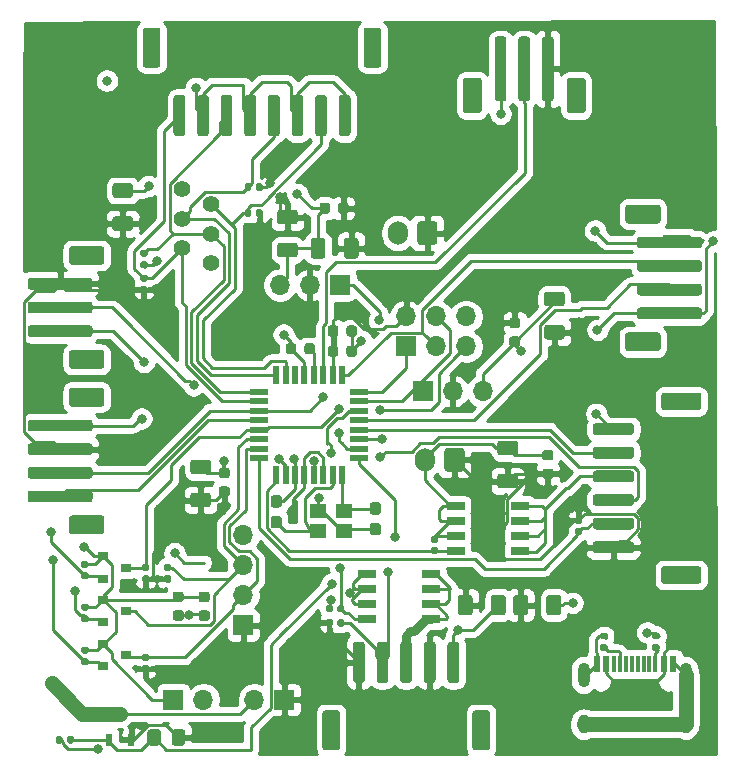
<source format=gbr>
G04 #@! TF.GenerationSoftware,KiCad,Pcbnew,(5.1.6)-1*
G04 #@! TF.CreationDate,2021-01-14T09:04:40+01:00*
G04 #@! TF.ProjectId,surface_mount_v4,73757266-6163-4655-9f6d-6f756e745f76,rev?*
G04 #@! TF.SameCoordinates,Original*
G04 #@! TF.FileFunction,Copper,L1,Top*
G04 #@! TF.FilePolarity,Positive*
%FSLAX46Y46*%
G04 Gerber Fmt 4.6, Leading zero omitted, Abs format (unit mm)*
G04 Created by KiCad (PCBNEW (5.1.6)-1) date 2021-01-14 09:04:40*
%MOMM*%
%LPD*%
G01*
G04 APERTURE LIST*
G04 #@! TA.AperFunction,SMDPad,CuDef*
%ADD10R,1.400000X1.200000*%
G04 #@! TD*
G04 #@! TA.AperFunction,SMDPad,CuDef*
%ADD11R,0.600000X1.050000*%
G04 #@! TD*
G04 #@! TA.AperFunction,SMDPad,CuDef*
%ADD12R,1.525000X0.700000*%
G04 #@! TD*
G04 #@! TA.AperFunction,ComponentPad*
%ADD13O,1.700000X2.000000*%
G04 #@! TD*
G04 #@! TA.AperFunction,ComponentPad*
%ADD14C,1.400000*%
G04 #@! TD*
G04 #@! TA.AperFunction,SMDPad,CuDef*
%ADD15R,0.600000X1.450000*%
G04 #@! TD*
G04 #@! TA.AperFunction,SMDPad,CuDef*
%ADD16R,0.300000X1.450000*%
G04 #@! TD*
G04 #@! TA.AperFunction,ComponentPad*
%ADD17O,1.000000X2.100000*%
G04 #@! TD*
G04 #@! TA.AperFunction,ComponentPad*
%ADD18O,1.000000X1.600000*%
G04 #@! TD*
G04 #@! TA.AperFunction,ComponentPad*
%ADD19O,1.700000X1.700000*%
G04 #@! TD*
G04 #@! TA.AperFunction,ComponentPad*
%ADD20R,1.700000X1.700000*%
G04 #@! TD*
G04 #@! TA.AperFunction,SMDPad,CuDef*
%ADD21R,0.900000X0.800000*%
G04 #@! TD*
G04 #@! TA.AperFunction,SMDPad,CuDef*
%ADD22R,0.550000X1.600000*%
G04 #@! TD*
G04 #@! TA.AperFunction,SMDPad,CuDef*
%ADD23R,1.600000X0.550000*%
G04 #@! TD*
G04 #@! TA.AperFunction,ViaPad*
%ADD24C,0.800000*%
G04 #@! TD*
G04 #@! TA.AperFunction,Conductor*
%ADD25C,0.250000*%
G04 #@! TD*
G04 #@! TA.AperFunction,Conductor*
%ADD26C,0.762000*%
G04 #@! TD*
G04 #@! TA.AperFunction,Conductor*
%ADD27C,1.270000*%
G04 #@! TD*
G04 #@! TA.AperFunction,Conductor*
%ADD28C,0.254000*%
G04 #@! TD*
G04 APERTURE END LIST*
D10*
X135550000Y-137760000D03*
X137750000Y-137760000D03*
X137750000Y-139460000D03*
X135550000Y-139460000D03*
D11*
X118850000Y-154910000D03*
X119800000Y-157110000D03*
X117900000Y-157110000D03*
D12*
X145162000Y-143105000D03*
X145162000Y-144375000D03*
X145162000Y-145645000D03*
X145162000Y-146915000D03*
X139738000Y-146915000D03*
X139738000Y-145645000D03*
X139738000Y-144375000D03*
X139738000Y-143105000D03*
X152662000Y-137295000D03*
X152662000Y-138565000D03*
X152662000Y-139835000D03*
X152662000Y-141105000D03*
X147238000Y-141105000D03*
X147238000Y-139835000D03*
X147238000Y-138565000D03*
X147238000Y-137295000D03*
D13*
X142350000Y-114210000D03*
G04 #@! TA.AperFunction,ComponentPad*
G36*
G01*
X145700000Y-113460000D02*
X145700000Y-114960000D01*
G75*
G02*
X145450000Y-115210000I-250000J0D01*
G01*
X144250000Y-115210000D01*
G75*
G02*
X144000000Y-114960000I0J250000D01*
G01*
X144000000Y-113460000D01*
G75*
G02*
X144250000Y-113210000I250000J0D01*
G01*
X145450000Y-113210000D01*
G75*
G02*
X145700000Y-113460000I0J-250000D01*
G01*
G37*
G04 #@! TD.AperFunction*
G04 #@! TA.AperFunction,SMDPad,CuDef*
G36*
G01*
X136600000Y-111853750D02*
X136600000Y-112366250D01*
G75*
G02*
X136381250Y-112585000I-218750J0D01*
G01*
X135943750Y-112585000D01*
G75*
G02*
X135725000Y-112366250I0J218750D01*
G01*
X135725000Y-111853750D01*
G75*
G02*
X135943750Y-111635000I218750J0D01*
G01*
X136381250Y-111635000D01*
G75*
G02*
X136600000Y-111853750I0J-218750D01*
G01*
G37*
G04 #@! TD.AperFunction*
G04 #@! TA.AperFunction,SMDPad,CuDef*
G36*
G01*
X138175000Y-111853750D02*
X138175000Y-112366250D01*
G75*
G02*
X137956250Y-112585000I-218750J0D01*
G01*
X137518750Y-112585000D01*
G75*
G02*
X137300000Y-112366250I0J218750D01*
G01*
X137300000Y-111853750D01*
G75*
G02*
X137518750Y-111635000I218750J0D01*
G01*
X137956250Y-111635000D01*
G75*
G02*
X138175000Y-111853750I0J-218750D01*
G01*
G37*
G04 #@! TD.AperFunction*
G04 #@! TA.AperFunction,SMDPad,CuDef*
G36*
G01*
X151993750Y-122960000D02*
X152506250Y-122960000D01*
G75*
G02*
X152725000Y-123178750I0J-218750D01*
G01*
X152725000Y-123616250D01*
G75*
G02*
X152506250Y-123835000I-218750J0D01*
G01*
X151993750Y-123835000D01*
G75*
G02*
X151775000Y-123616250I0J218750D01*
G01*
X151775000Y-123178750D01*
G75*
G02*
X151993750Y-122960000I218750J0D01*
G01*
G37*
G04 #@! TD.AperFunction*
G04 #@! TA.AperFunction,SMDPad,CuDef*
G36*
G01*
X151993750Y-121385000D02*
X152506250Y-121385000D01*
G75*
G02*
X152725000Y-121603750I0J-218750D01*
G01*
X152725000Y-122041250D01*
G75*
G02*
X152506250Y-122260000I-218750J0D01*
G01*
X151993750Y-122260000D01*
G75*
G02*
X151775000Y-122041250I0J218750D01*
G01*
X151775000Y-121603750D01*
G75*
G02*
X151993750Y-121385000I218750J0D01*
G01*
G37*
G04 #@! TD.AperFunction*
G04 #@! TA.AperFunction,SMDPad,CuDef*
G36*
G01*
X127906250Y-134960000D02*
X127393750Y-134960000D01*
G75*
G02*
X127175000Y-134741250I0J218750D01*
G01*
X127175000Y-134303750D01*
G75*
G02*
X127393750Y-134085000I218750J0D01*
G01*
X127906250Y-134085000D01*
G75*
G02*
X128125000Y-134303750I0J-218750D01*
G01*
X128125000Y-134741250D01*
G75*
G02*
X127906250Y-134960000I-218750J0D01*
G01*
G37*
G04 #@! TD.AperFunction*
G04 #@! TA.AperFunction,SMDPad,CuDef*
G36*
G01*
X127906250Y-136535000D02*
X127393750Y-136535000D01*
G75*
G02*
X127175000Y-136316250I0J218750D01*
G01*
X127175000Y-135878750D01*
G75*
G02*
X127393750Y-135660000I218750J0D01*
G01*
X127906250Y-135660000D01*
G75*
G02*
X128125000Y-135878750I0J-218750D01*
G01*
X128125000Y-136316250D01*
G75*
G02*
X127906250Y-136535000I-218750J0D01*
G01*
G37*
G04 #@! TD.AperFunction*
G04 #@! TA.AperFunction,SMDPad,CuDef*
G36*
G01*
X138000000Y-124466250D02*
X138000000Y-123953750D01*
G75*
G02*
X138218750Y-123735000I218750J0D01*
G01*
X138656250Y-123735000D01*
G75*
G02*
X138875000Y-123953750I0J-218750D01*
G01*
X138875000Y-124466250D01*
G75*
G02*
X138656250Y-124685000I-218750J0D01*
G01*
X138218750Y-124685000D01*
G75*
G02*
X138000000Y-124466250I0J218750D01*
G01*
G37*
G04 #@! TD.AperFunction*
G04 #@! TA.AperFunction,SMDPad,CuDef*
G36*
G01*
X136425000Y-124466250D02*
X136425000Y-123953750D01*
G75*
G02*
X136643750Y-123735000I218750J0D01*
G01*
X137081250Y-123735000D01*
G75*
G02*
X137300000Y-123953750I0J-218750D01*
G01*
X137300000Y-124466250D01*
G75*
G02*
X137081250Y-124685000I-218750J0D01*
G01*
X136643750Y-124685000D01*
G75*
G02*
X136425000Y-124466250I0J218750D01*
G01*
G37*
G04 #@! TD.AperFunction*
G04 #@! TA.AperFunction,SMDPad,CuDef*
G36*
G01*
X155306250Y-133460000D02*
X154793750Y-133460000D01*
G75*
G02*
X154575000Y-133241250I0J218750D01*
G01*
X154575000Y-132803750D01*
G75*
G02*
X154793750Y-132585000I218750J0D01*
G01*
X155306250Y-132585000D01*
G75*
G02*
X155525000Y-132803750I0J-218750D01*
G01*
X155525000Y-133241250D01*
G75*
G02*
X155306250Y-133460000I-218750J0D01*
G01*
G37*
G04 #@! TD.AperFunction*
G04 #@! TA.AperFunction,SMDPad,CuDef*
G36*
G01*
X155306250Y-135035000D02*
X154793750Y-135035000D01*
G75*
G02*
X154575000Y-134816250I0J218750D01*
G01*
X154575000Y-134378750D01*
G75*
G02*
X154793750Y-134160000I218750J0D01*
G01*
X155306250Y-134160000D01*
G75*
G02*
X155525000Y-134378750I0J-218750D01*
G01*
X155525000Y-134816250D01*
G75*
G02*
X155306250Y-135035000I-218750J0D01*
G01*
G37*
G04 #@! TD.AperFunction*
G04 #@! TA.AperFunction,SMDPad,CuDef*
G36*
G01*
X138000000Y-122766250D02*
X138000000Y-122253750D01*
G75*
G02*
X138218750Y-122035000I218750J0D01*
G01*
X138656250Y-122035000D01*
G75*
G02*
X138875000Y-122253750I0J-218750D01*
G01*
X138875000Y-122766250D01*
G75*
G02*
X138656250Y-122985000I-218750J0D01*
G01*
X138218750Y-122985000D01*
G75*
G02*
X138000000Y-122766250I0J218750D01*
G01*
G37*
G04 #@! TD.AperFunction*
G04 #@! TA.AperFunction,SMDPad,CuDef*
G36*
G01*
X136425000Y-122766250D02*
X136425000Y-122253750D01*
G75*
G02*
X136643750Y-122035000I218750J0D01*
G01*
X137081250Y-122035000D01*
G75*
G02*
X137300000Y-122253750I0J-218750D01*
G01*
X137300000Y-122766250D01*
G75*
G02*
X137081250Y-122985000I-218750J0D01*
G01*
X136643750Y-122985000D01*
G75*
G02*
X136425000Y-122766250I0J218750D01*
G01*
G37*
G04 #@! TD.AperFunction*
G04 #@! TA.AperFunction,SMDPad,CuDef*
G36*
G01*
X124006250Y-145450000D02*
X123493750Y-145450000D01*
G75*
G02*
X123275000Y-145231250I0J218750D01*
G01*
X123275000Y-144793750D01*
G75*
G02*
X123493750Y-144575000I218750J0D01*
G01*
X124006250Y-144575000D01*
G75*
G02*
X124225000Y-144793750I0J-218750D01*
G01*
X124225000Y-145231250D01*
G75*
G02*
X124006250Y-145450000I-218750J0D01*
G01*
G37*
G04 #@! TD.AperFunction*
G04 #@! TA.AperFunction,SMDPad,CuDef*
G36*
G01*
X124006250Y-147025000D02*
X123493750Y-147025000D01*
G75*
G02*
X123275000Y-146806250I0J218750D01*
G01*
X123275000Y-146368750D01*
G75*
G02*
X123493750Y-146150000I218750J0D01*
G01*
X124006250Y-146150000D01*
G75*
G02*
X124225000Y-146368750I0J-218750D01*
G01*
X124225000Y-146806250D01*
G75*
G02*
X124006250Y-147025000I-218750J0D01*
G01*
G37*
G04 #@! TD.AperFunction*
G04 #@! TA.AperFunction,SMDPad,CuDef*
G36*
G01*
X125693750Y-146160000D02*
X126206250Y-146160000D01*
G75*
G02*
X126425000Y-146378750I0J-218750D01*
G01*
X126425000Y-146816250D01*
G75*
G02*
X126206250Y-147035000I-218750J0D01*
G01*
X125693750Y-147035000D01*
G75*
G02*
X125475000Y-146816250I0J218750D01*
G01*
X125475000Y-146378750D01*
G75*
G02*
X125693750Y-146160000I218750J0D01*
G01*
G37*
G04 #@! TD.AperFunction*
G04 #@! TA.AperFunction,SMDPad,CuDef*
G36*
G01*
X125693750Y-144585000D02*
X126206250Y-144585000D01*
G75*
G02*
X126425000Y-144803750I0J-218750D01*
G01*
X126425000Y-145241250D01*
G75*
G02*
X126206250Y-145460000I-218750J0D01*
G01*
X125693750Y-145460000D01*
G75*
G02*
X125475000Y-145241250I0J218750D01*
G01*
X125475000Y-144803750D01*
G75*
G02*
X125693750Y-144585000I218750J0D01*
G01*
G37*
G04 #@! TD.AperFunction*
G04 #@! TA.AperFunction,SMDPad,CuDef*
G36*
G01*
X133741660Y-123753750D02*
X133741660Y-124266250D01*
G75*
G02*
X133522910Y-124485000I-218750J0D01*
G01*
X133085410Y-124485000D01*
G75*
G02*
X132866660Y-124266250I0J218750D01*
G01*
X132866660Y-123753750D01*
G75*
G02*
X133085410Y-123535000I218750J0D01*
G01*
X133522910Y-123535000D01*
G75*
G02*
X133741660Y-123753750I0J-218750D01*
G01*
G37*
G04 #@! TD.AperFunction*
G04 #@! TA.AperFunction,SMDPad,CuDef*
G36*
G01*
X135316660Y-123753750D02*
X135316660Y-124266250D01*
G75*
G02*
X135097910Y-124485000I-218750J0D01*
G01*
X134660410Y-124485000D01*
G75*
G02*
X134441660Y-124266250I0J218750D01*
G01*
X134441660Y-123753750D01*
G75*
G02*
X134660410Y-123535000I218750J0D01*
G01*
X135097910Y-123535000D01*
G75*
G02*
X135316660Y-123753750I0J-218750D01*
G01*
G37*
G04 #@! TD.AperFunction*
G04 #@! TA.AperFunction,SMDPad,CuDef*
G36*
G01*
X122300000Y-156459999D02*
X122300000Y-157360001D01*
G75*
G02*
X122050001Y-157610000I-249999J0D01*
G01*
X121399999Y-157610000D01*
G75*
G02*
X121150000Y-157360001I0J249999D01*
G01*
X121150000Y-156459999D01*
G75*
G02*
X121399999Y-156210000I249999J0D01*
G01*
X122050001Y-156210000D01*
G75*
G02*
X122300000Y-156459999I0J-249999D01*
G01*
G37*
G04 #@! TD.AperFunction*
G04 #@! TA.AperFunction,SMDPad,CuDef*
G36*
G01*
X124350000Y-156459999D02*
X124350000Y-157360001D01*
G75*
G02*
X124100001Y-157610000I-249999J0D01*
G01*
X123449999Y-157610000D01*
G75*
G02*
X123200000Y-157360001I0J249999D01*
G01*
X123200000Y-156459999D01*
G75*
G02*
X123449999Y-156210000I249999J0D01*
G01*
X124100001Y-156210000D01*
G75*
G02*
X124350000Y-156459999I0J-249999D01*
G01*
G37*
G04 #@! TD.AperFunction*
D14*
X126550000Y-116760000D03*
X124050000Y-115510000D03*
X126550000Y-114260000D03*
X124050000Y-113010000D03*
X126550000Y-111760000D03*
X124050000Y-110510000D03*
D13*
X144650000Y-133410000D03*
G04 #@! TA.AperFunction,ComponentPad*
G36*
G01*
X148000000Y-132660000D02*
X148000000Y-134160000D01*
G75*
G02*
X147750000Y-134410000I-250000J0D01*
G01*
X146550000Y-134410000D01*
G75*
G02*
X146300000Y-134160000I0J250000D01*
G01*
X146300000Y-132660000D01*
G75*
G02*
X146550000Y-132410000I250000J0D01*
G01*
X147750000Y-132410000D01*
G75*
G02*
X148000000Y-132660000I0J-250000D01*
G01*
G37*
G04 #@! TD.AperFunction*
D15*
X165625000Y-150715000D03*
X159175000Y-150715000D03*
X164850000Y-150715000D03*
X159950000Y-150715000D03*
D16*
X160650000Y-150715000D03*
X164150000Y-150715000D03*
X161150000Y-150715000D03*
X163650000Y-150715000D03*
X161650000Y-150715000D03*
X163150000Y-150715000D03*
X162650000Y-150715000D03*
X162150000Y-150715000D03*
D17*
X158080000Y-151630000D03*
X166720000Y-151630000D03*
D18*
X158080000Y-155810000D03*
X166720000Y-155810000D03*
G04 #@! TA.AperFunction,SMDPad,CuDef*
G36*
G01*
X164027500Y-149000000D02*
X164372500Y-149000000D01*
G75*
G02*
X164520000Y-149147500I0J-147500D01*
G01*
X164520000Y-149442500D01*
G75*
G02*
X164372500Y-149590000I-147500J0D01*
G01*
X164027500Y-149590000D01*
G75*
G02*
X163880000Y-149442500I0J147500D01*
G01*
X163880000Y-149147500D01*
G75*
G02*
X164027500Y-149000000I147500J0D01*
G01*
G37*
G04 #@! TD.AperFunction*
G04 #@! TA.AperFunction,SMDPad,CuDef*
G36*
G01*
X164027500Y-148030000D02*
X164372500Y-148030000D01*
G75*
G02*
X164520000Y-148177500I0J-147500D01*
G01*
X164520000Y-148472500D01*
G75*
G02*
X164372500Y-148620000I-147500J0D01*
G01*
X164027500Y-148620000D01*
G75*
G02*
X163880000Y-148472500I0J147500D01*
G01*
X163880000Y-148177500D01*
G75*
G02*
X164027500Y-148030000I147500J0D01*
G01*
G37*
G04 #@! TD.AperFunction*
G04 #@! TA.AperFunction,SMDPad,CuDef*
G36*
G01*
X159972500Y-148620000D02*
X159627500Y-148620000D01*
G75*
G02*
X159480000Y-148472500I0J147500D01*
G01*
X159480000Y-148177500D01*
G75*
G02*
X159627500Y-148030000I147500J0D01*
G01*
X159972500Y-148030000D01*
G75*
G02*
X160120000Y-148177500I0J-147500D01*
G01*
X160120000Y-148472500D01*
G75*
G02*
X159972500Y-148620000I-147500J0D01*
G01*
G37*
G04 #@! TD.AperFunction*
G04 #@! TA.AperFunction,SMDPad,CuDef*
G36*
G01*
X159972500Y-149590000D02*
X159627500Y-149590000D01*
G75*
G02*
X159480000Y-149442500I0J147500D01*
G01*
X159480000Y-149147500D01*
G75*
G02*
X159627500Y-149000000I147500J0D01*
G01*
X159972500Y-149000000D01*
G75*
G02*
X160120000Y-149147500I0J-147500D01*
G01*
X160120000Y-149442500D01*
G75*
G02*
X159972500Y-149590000I-147500J0D01*
G01*
G37*
G04 #@! TD.AperFunction*
G04 #@! TA.AperFunction,SMDPad,CuDef*
G36*
G01*
X149450000Y-101310000D02*
X149450000Y-103810000D01*
G75*
G02*
X149200000Y-104060000I-250000J0D01*
G01*
X148100000Y-104060000D01*
G75*
G02*
X147850000Y-103810000I0J250000D01*
G01*
X147850000Y-101310000D01*
G75*
G02*
X148100000Y-101060000I250000J0D01*
G01*
X149200000Y-101060000D01*
G75*
G02*
X149450000Y-101310000I0J-250000D01*
G01*
G37*
G04 #@! TD.AperFunction*
G04 #@! TA.AperFunction,SMDPad,CuDef*
G36*
G01*
X158250000Y-101310000D02*
X158250000Y-103810000D01*
G75*
G02*
X158000000Y-104060000I-250000J0D01*
G01*
X156900000Y-104060000D01*
G75*
G02*
X156650000Y-103810000I0J250000D01*
G01*
X156650000Y-101310000D01*
G75*
G02*
X156900000Y-101060000I250000J0D01*
G01*
X158000000Y-101060000D01*
G75*
G02*
X158250000Y-101310000I0J-250000D01*
G01*
G37*
G04 #@! TD.AperFunction*
G04 #@! TA.AperFunction,SMDPad,CuDef*
G36*
G01*
X151550000Y-97810000D02*
X151550000Y-102810000D01*
G75*
G02*
X151300000Y-103060000I-250000J0D01*
G01*
X150800000Y-103060000D01*
G75*
G02*
X150550000Y-102810000I0J250000D01*
G01*
X150550000Y-97810000D01*
G75*
G02*
X150800000Y-97560000I250000J0D01*
G01*
X151300000Y-97560000D01*
G75*
G02*
X151550000Y-97810000I0J-250000D01*
G01*
G37*
G04 #@! TD.AperFunction*
G04 #@! TA.AperFunction,SMDPad,CuDef*
G36*
G01*
X153550000Y-97810000D02*
X153550000Y-102810000D01*
G75*
G02*
X153300000Y-103060000I-250000J0D01*
G01*
X152800000Y-103060000D01*
G75*
G02*
X152550000Y-102810000I0J250000D01*
G01*
X152550000Y-97810000D01*
G75*
G02*
X152800000Y-97560000I250000J0D01*
G01*
X153300000Y-97560000D01*
G75*
G02*
X153550000Y-97810000I0J-250000D01*
G01*
G37*
G04 #@! TD.AperFunction*
G04 #@! TA.AperFunction,SMDPad,CuDef*
G36*
G01*
X155550000Y-97810000D02*
X155550000Y-102810000D01*
G75*
G02*
X155300000Y-103060000I-250000J0D01*
G01*
X154800000Y-103060000D01*
G75*
G02*
X154550000Y-102810000I0J250000D01*
G01*
X154550000Y-97810000D01*
G75*
G02*
X154800000Y-97560000I250000J0D01*
G01*
X155300000Y-97560000D01*
G75*
G02*
X155550000Y-97810000I0J-250000D01*
G01*
G37*
G04 #@! TD.AperFunction*
G04 #@! TA.AperFunction,SMDPad,CuDef*
G36*
G01*
X113960000Y-156937500D02*
X113960000Y-157282500D01*
G75*
G02*
X113812500Y-157430000I-147500J0D01*
G01*
X113517500Y-157430000D01*
G75*
G02*
X113370000Y-157282500I0J147500D01*
G01*
X113370000Y-156937500D01*
G75*
G02*
X113517500Y-156790000I147500J0D01*
G01*
X113812500Y-156790000D01*
G75*
G02*
X113960000Y-156937500I0J-147500D01*
G01*
G37*
G04 #@! TD.AperFunction*
G04 #@! TA.AperFunction,SMDPad,CuDef*
G36*
G01*
X114930000Y-156937500D02*
X114930000Y-157282500D01*
G75*
G02*
X114782500Y-157430000I-147500J0D01*
G01*
X114487500Y-157430000D01*
G75*
G02*
X114340000Y-157282500I0J147500D01*
G01*
X114340000Y-156937500D01*
G75*
G02*
X114487500Y-156790000I147500J0D01*
G01*
X114782500Y-156790000D01*
G75*
G02*
X114930000Y-156937500I0J-147500D01*
G01*
G37*
G04 #@! TD.AperFunction*
G04 #@! TA.AperFunction,SMDPad,CuDef*
G36*
G01*
X114750000Y-124110000D02*
X117250000Y-124110000D01*
G75*
G02*
X117500000Y-124360000I0J-250000D01*
G01*
X117500000Y-125460000D01*
G75*
G02*
X117250000Y-125710000I-250000J0D01*
G01*
X114750000Y-125710000D01*
G75*
G02*
X114500000Y-125460000I0J250000D01*
G01*
X114500000Y-124360000D01*
G75*
G02*
X114750000Y-124110000I250000J0D01*
G01*
G37*
G04 #@! TD.AperFunction*
G04 #@! TA.AperFunction,SMDPad,CuDef*
G36*
G01*
X114750000Y-115310000D02*
X117250000Y-115310000D01*
G75*
G02*
X117500000Y-115560000I0J-250000D01*
G01*
X117500000Y-116660000D01*
G75*
G02*
X117250000Y-116910000I-250000J0D01*
G01*
X114750000Y-116910000D01*
G75*
G02*
X114500000Y-116660000I0J250000D01*
G01*
X114500000Y-115560000D01*
G75*
G02*
X114750000Y-115310000I250000J0D01*
G01*
G37*
G04 #@! TD.AperFunction*
G04 #@! TA.AperFunction,SMDPad,CuDef*
G36*
G01*
X111250000Y-122010000D02*
X116250000Y-122010000D01*
G75*
G02*
X116500000Y-122260000I0J-250000D01*
G01*
X116500000Y-122760000D01*
G75*
G02*
X116250000Y-123010000I-250000J0D01*
G01*
X111250000Y-123010000D01*
G75*
G02*
X111000000Y-122760000I0J250000D01*
G01*
X111000000Y-122260000D01*
G75*
G02*
X111250000Y-122010000I250000J0D01*
G01*
G37*
G04 #@! TD.AperFunction*
G04 #@! TA.AperFunction,SMDPad,CuDef*
G36*
G01*
X111250000Y-120010000D02*
X116250000Y-120010000D01*
G75*
G02*
X116500000Y-120260000I0J-250000D01*
G01*
X116500000Y-120760000D01*
G75*
G02*
X116250000Y-121010000I-250000J0D01*
G01*
X111250000Y-121010000D01*
G75*
G02*
X111000000Y-120760000I0J250000D01*
G01*
X111000000Y-120260000D01*
G75*
G02*
X111250000Y-120010000I250000J0D01*
G01*
G37*
G04 #@! TD.AperFunction*
G04 #@! TA.AperFunction,SMDPad,CuDef*
G36*
G01*
X111250000Y-118010000D02*
X116250000Y-118010000D01*
G75*
G02*
X116500000Y-118260000I0J-250000D01*
G01*
X116500000Y-118760000D01*
G75*
G02*
X116250000Y-119010000I-250000J0D01*
G01*
X111250000Y-119010000D01*
G75*
G02*
X111000000Y-118760000I0J250000D01*
G01*
X111000000Y-118260000D01*
G75*
G02*
X111250000Y-118010000I250000J0D01*
G01*
G37*
G04 #@! TD.AperFunction*
G04 #@! TA.AperFunction,SMDPad,CuDef*
G36*
G01*
X157477500Y-139200000D02*
X157822500Y-139200000D01*
G75*
G02*
X157970000Y-139347500I0J-147500D01*
G01*
X157970000Y-139642500D01*
G75*
G02*
X157822500Y-139790000I-147500J0D01*
G01*
X157477500Y-139790000D01*
G75*
G02*
X157330000Y-139642500I0J147500D01*
G01*
X157330000Y-139347500D01*
G75*
G02*
X157477500Y-139200000I147500J0D01*
G01*
G37*
G04 #@! TD.AperFunction*
G04 #@! TA.AperFunction,SMDPad,CuDef*
G36*
G01*
X157477500Y-138230000D02*
X157822500Y-138230000D01*
G75*
G02*
X157970000Y-138377500I0J-147500D01*
G01*
X157970000Y-138672500D01*
G75*
G02*
X157822500Y-138820000I-147500J0D01*
G01*
X157477500Y-138820000D01*
G75*
G02*
X157330000Y-138672500I0J147500D01*
G01*
X157330000Y-138377500D01*
G75*
G02*
X157477500Y-138230000I147500J0D01*
G01*
G37*
G04 #@! TD.AperFunction*
G04 #@! TA.AperFunction,SMDPad,CuDef*
G36*
G01*
X137240000Y-147382500D02*
X137240000Y-147037500D01*
G75*
G02*
X137387500Y-146890000I147500J0D01*
G01*
X137682500Y-146890000D01*
G75*
G02*
X137830000Y-147037500I0J-147500D01*
G01*
X137830000Y-147382500D01*
G75*
G02*
X137682500Y-147530000I-147500J0D01*
G01*
X137387500Y-147530000D01*
G75*
G02*
X137240000Y-147382500I0J147500D01*
G01*
G37*
G04 #@! TD.AperFunction*
G04 #@! TA.AperFunction,SMDPad,CuDef*
G36*
G01*
X136270000Y-147382500D02*
X136270000Y-147037500D01*
G75*
G02*
X136417500Y-146890000I147500J0D01*
G01*
X136712500Y-146890000D01*
G75*
G02*
X136860000Y-147037500I0J-147500D01*
G01*
X136860000Y-147382500D01*
G75*
G02*
X136712500Y-147530000I-147500J0D01*
G01*
X136417500Y-147530000D01*
G75*
G02*
X136270000Y-147382500I0J147500D01*
G01*
G37*
G04 #@! TD.AperFunction*
G04 #@! TA.AperFunction,SMDPad,CuDef*
G36*
G01*
X122250000Y-97060000D02*
X122250000Y-99960000D01*
G75*
G02*
X122000000Y-100210000I-250000J0D01*
G01*
X121000000Y-100210000D01*
G75*
G02*
X120750000Y-99960000I0J250000D01*
G01*
X120750000Y-97060000D01*
G75*
G02*
X121000000Y-96810000I250000J0D01*
G01*
X122000000Y-96810000D01*
G75*
G02*
X122250000Y-97060000I0J-250000D01*
G01*
G37*
G04 #@! TD.AperFunction*
G04 #@! TA.AperFunction,SMDPad,CuDef*
G36*
G01*
X140950000Y-97060000D02*
X140950000Y-99960000D01*
G75*
G02*
X140700000Y-100210000I-250000J0D01*
G01*
X139700000Y-100210000D01*
G75*
G02*
X139450000Y-99960000I0J250000D01*
G01*
X139450000Y-97060000D01*
G75*
G02*
X139700000Y-96810000I250000J0D01*
G01*
X140700000Y-96810000D01*
G75*
G02*
X140950000Y-97060000I0J-250000D01*
G01*
G37*
G04 #@! TD.AperFunction*
G04 #@! TA.AperFunction,SMDPad,CuDef*
G36*
G01*
X124350000Y-102760000D02*
X124350000Y-105760000D01*
G75*
G02*
X124100000Y-106010000I-250000J0D01*
G01*
X123600000Y-106010000D01*
G75*
G02*
X123350000Y-105760000I0J250000D01*
G01*
X123350000Y-102760000D01*
G75*
G02*
X123600000Y-102510000I250000J0D01*
G01*
X124100000Y-102510000D01*
G75*
G02*
X124350000Y-102760000I0J-250000D01*
G01*
G37*
G04 #@! TD.AperFunction*
G04 #@! TA.AperFunction,SMDPad,CuDef*
G36*
G01*
X126350000Y-102760000D02*
X126350000Y-105760000D01*
G75*
G02*
X126100000Y-106010000I-250000J0D01*
G01*
X125600000Y-106010000D01*
G75*
G02*
X125350000Y-105760000I0J250000D01*
G01*
X125350000Y-102760000D01*
G75*
G02*
X125600000Y-102510000I250000J0D01*
G01*
X126100000Y-102510000D01*
G75*
G02*
X126350000Y-102760000I0J-250000D01*
G01*
G37*
G04 #@! TD.AperFunction*
G04 #@! TA.AperFunction,SMDPad,CuDef*
G36*
G01*
X128350000Y-102760000D02*
X128350000Y-105760000D01*
G75*
G02*
X128100000Y-106010000I-250000J0D01*
G01*
X127600000Y-106010000D01*
G75*
G02*
X127350000Y-105760000I0J250000D01*
G01*
X127350000Y-102760000D01*
G75*
G02*
X127600000Y-102510000I250000J0D01*
G01*
X128100000Y-102510000D01*
G75*
G02*
X128350000Y-102760000I0J-250000D01*
G01*
G37*
G04 #@! TD.AperFunction*
G04 #@! TA.AperFunction,SMDPad,CuDef*
G36*
G01*
X130350000Y-102760000D02*
X130350000Y-105760000D01*
G75*
G02*
X130100000Y-106010000I-250000J0D01*
G01*
X129600000Y-106010000D01*
G75*
G02*
X129350000Y-105760000I0J250000D01*
G01*
X129350000Y-102760000D01*
G75*
G02*
X129600000Y-102510000I250000J0D01*
G01*
X130100000Y-102510000D01*
G75*
G02*
X130350000Y-102760000I0J-250000D01*
G01*
G37*
G04 #@! TD.AperFunction*
G04 #@! TA.AperFunction,SMDPad,CuDef*
G36*
G01*
X132350000Y-102760000D02*
X132350000Y-105760000D01*
G75*
G02*
X132100000Y-106010000I-250000J0D01*
G01*
X131600000Y-106010000D01*
G75*
G02*
X131350000Y-105760000I0J250000D01*
G01*
X131350000Y-102760000D01*
G75*
G02*
X131600000Y-102510000I250000J0D01*
G01*
X132100000Y-102510000D01*
G75*
G02*
X132350000Y-102760000I0J-250000D01*
G01*
G37*
G04 #@! TD.AperFunction*
G04 #@! TA.AperFunction,SMDPad,CuDef*
G36*
G01*
X134350000Y-102760000D02*
X134350000Y-105760000D01*
G75*
G02*
X134100000Y-106010000I-250000J0D01*
G01*
X133600000Y-106010000D01*
G75*
G02*
X133350000Y-105760000I0J250000D01*
G01*
X133350000Y-102760000D01*
G75*
G02*
X133600000Y-102510000I250000J0D01*
G01*
X134100000Y-102510000D01*
G75*
G02*
X134350000Y-102760000I0J-250000D01*
G01*
G37*
G04 #@! TD.AperFunction*
G04 #@! TA.AperFunction,SMDPad,CuDef*
G36*
G01*
X136350000Y-102760000D02*
X136350000Y-105760000D01*
G75*
G02*
X136100000Y-106010000I-250000J0D01*
G01*
X135600000Y-106010000D01*
G75*
G02*
X135350000Y-105760000I0J250000D01*
G01*
X135350000Y-102760000D01*
G75*
G02*
X135600000Y-102510000I250000J0D01*
G01*
X136100000Y-102510000D01*
G75*
G02*
X136350000Y-102760000I0J-250000D01*
G01*
G37*
G04 #@! TD.AperFunction*
G04 #@! TA.AperFunction,SMDPad,CuDef*
G36*
G01*
X138350000Y-102760000D02*
X138350000Y-105760000D01*
G75*
G02*
X138100000Y-106010000I-250000J0D01*
G01*
X137600000Y-106010000D01*
G75*
G02*
X137350000Y-105760000I0J250000D01*
G01*
X137350000Y-102760000D01*
G75*
G02*
X137600000Y-102510000I250000J0D01*
G01*
X138100000Y-102510000D01*
G75*
G02*
X138350000Y-102760000I0J-250000D01*
G01*
G37*
G04 #@! TD.AperFunction*
G04 #@! TA.AperFunction,SMDPad,CuDef*
G36*
G01*
X136225000Y-114875000D02*
X136225000Y-116125000D01*
G75*
G02*
X135975000Y-116375000I-250000J0D01*
G01*
X135225000Y-116375000D01*
G75*
G02*
X134975000Y-116125000I0J250000D01*
G01*
X134975000Y-114875000D01*
G75*
G02*
X135225000Y-114625000I250000J0D01*
G01*
X135975000Y-114625000D01*
G75*
G02*
X136225000Y-114875000I0J-250000D01*
G01*
G37*
G04 #@! TD.AperFunction*
G04 #@! TA.AperFunction,SMDPad,CuDef*
G36*
G01*
X139025000Y-114875000D02*
X139025000Y-116125000D01*
G75*
G02*
X138775000Y-116375000I-250000J0D01*
G01*
X138025000Y-116375000D01*
G75*
G02*
X137775000Y-116125000I0J250000D01*
G01*
X137775000Y-114875000D01*
G75*
G02*
X138025000Y-114625000I250000J0D01*
G01*
X138775000Y-114625000D01*
G75*
G02*
X139025000Y-114875000I0J-250000D01*
G01*
G37*
G04 #@! TD.AperFunction*
G04 #@! TA.AperFunction,SMDPad,CuDef*
G36*
G01*
X154925000Y-146335000D02*
X154925000Y-145085000D01*
G75*
G02*
X155175000Y-144835000I250000J0D01*
G01*
X155925000Y-144835000D01*
G75*
G02*
X156175000Y-145085000I0J-250000D01*
G01*
X156175000Y-146335000D01*
G75*
G02*
X155925000Y-146585000I-250000J0D01*
G01*
X155175000Y-146585000D01*
G75*
G02*
X154925000Y-146335000I0J250000D01*
G01*
G37*
G04 #@! TD.AperFunction*
G04 #@! TA.AperFunction,SMDPad,CuDef*
G36*
G01*
X152125000Y-146335000D02*
X152125000Y-145085000D01*
G75*
G02*
X152375000Y-144835000I250000J0D01*
G01*
X153125000Y-144835000D01*
G75*
G02*
X153375000Y-145085000I0J-250000D01*
G01*
X153375000Y-146335000D01*
G75*
G02*
X153125000Y-146585000I-250000J0D01*
G01*
X152375000Y-146585000D01*
G75*
G02*
X152125000Y-146335000I0J250000D01*
G01*
G37*
G04 #@! TD.AperFunction*
G04 #@! TA.AperFunction,SMDPad,CuDef*
G36*
G01*
X132375000Y-115025000D02*
X133625000Y-115025000D01*
G75*
G02*
X133875000Y-115275000I0J-250000D01*
G01*
X133875000Y-116025000D01*
G75*
G02*
X133625000Y-116275000I-250000J0D01*
G01*
X132375000Y-116275000D01*
G75*
G02*
X132125000Y-116025000I0J250000D01*
G01*
X132125000Y-115275000D01*
G75*
G02*
X132375000Y-115025000I250000J0D01*
G01*
G37*
G04 #@! TD.AperFunction*
G04 #@! TA.AperFunction,SMDPad,CuDef*
G36*
G01*
X132375000Y-112225000D02*
X133625000Y-112225000D01*
G75*
G02*
X133875000Y-112475000I0J-250000D01*
G01*
X133875000Y-113225000D01*
G75*
G02*
X133625000Y-113475000I-250000J0D01*
G01*
X132375000Y-113475000D01*
G75*
G02*
X132125000Y-113225000I0J250000D01*
G01*
X132125000Y-112475000D01*
G75*
G02*
X132375000Y-112225000I250000J0D01*
G01*
G37*
G04 #@! TD.AperFunction*
G04 #@! TA.AperFunction,SMDPad,CuDef*
G36*
G01*
X156225000Y-120425000D02*
X154975000Y-120425000D01*
G75*
G02*
X154725000Y-120175000I0J250000D01*
G01*
X154725000Y-119425000D01*
G75*
G02*
X154975000Y-119175000I250000J0D01*
G01*
X156225000Y-119175000D01*
G75*
G02*
X156475000Y-119425000I0J-250000D01*
G01*
X156475000Y-120175000D01*
G75*
G02*
X156225000Y-120425000I-250000J0D01*
G01*
G37*
G04 #@! TD.AperFunction*
G04 #@! TA.AperFunction,SMDPad,CuDef*
G36*
G01*
X156225000Y-123225000D02*
X154975000Y-123225000D01*
G75*
G02*
X154725000Y-122975000I0J250000D01*
G01*
X154725000Y-122225000D01*
G75*
G02*
X154975000Y-121975000I250000J0D01*
G01*
X156225000Y-121975000D01*
G75*
G02*
X156475000Y-122225000I0J-250000D01*
G01*
X156475000Y-122975000D01*
G75*
G02*
X156225000Y-123225000I-250000J0D01*
G01*
G37*
G04 #@! TD.AperFunction*
G04 #@! TA.AperFunction,SMDPad,CuDef*
G36*
G01*
X152275000Y-133035000D02*
X151025000Y-133035000D01*
G75*
G02*
X150775000Y-132785000I0J250000D01*
G01*
X150775000Y-132035000D01*
G75*
G02*
X151025000Y-131785000I250000J0D01*
G01*
X152275000Y-131785000D01*
G75*
G02*
X152525000Y-132035000I0J-250000D01*
G01*
X152525000Y-132785000D01*
G75*
G02*
X152275000Y-133035000I-250000J0D01*
G01*
G37*
G04 #@! TD.AperFunction*
G04 #@! TA.AperFunction,SMDPad,CuDef*
G36*
G01*
X152275000Y-135835000D02*
X151025000Y-135835000D01*
G75*
G02*
X150775000Y-135585000I0J250000D01*
G01*
X150775000Y-134835000D01*
G75*
G02*
X151025000Y-134585000I250000J0D01*
G01*
X152275000Y-134585000D01*
G75*
G02*
X152525000Y-134835000I0J-250000D01*
G01*
X152525000Y-135585000D01*
G75*
G02*
X152275000Y-135835000I-250000J0D01*
G01*
G37*
G04 #@! TD.AperFunction*
G04 #@! TA.AperFunction,SMDPad,CuDef*
G36*
G01*
X150225000Y-146335000D02*
X150225000Y-145085000D01*
G75*
G02*
X150475000Y-144835000I250000J0D01*
G01*
X151225000Y-144835000D01*
G75*
G02*
X151475000Y-145085000I0J-250000D01*
G01*
X151475000Y-146335000D01*
G75*
G02*
X151225000Y-146585000I-250000J0D01*
G01*
X150475000Y-146585000D01*
G75*
G02*
X150225000Y-146335000I0J250000D01*
G01*
G37*
G04 #@! TD.AperFunction*
G04 #@! TA.AperFunction,SMDPad,CuDef*
G36*
G01*
X147425000Y-146335000D02*
X147425000Y-145085000D01*
G75*
G02*
X147675000Y-144835000I250000J0D01*
G01*
X148425000Y-144835000D01*
G75*
G02*
X148675000Y-145085000I0J-250000D01*
G01*
X148675000Y-146335000D01*
G75*
G02*
X148425000Y-146585000I-250000J0D01*
G01*
X147675000Y-146585000D01*
G75*
G02*
X147425000Y-146335000I0J250000D01*
G01*
G37*
G04 #@! TD.AperFunction*
G04 #@! TA.AperFunction,SMDPad,CuDef*
G36*
G01*
X119675000Y-111235000D02*
X118425000Y-111235000D01*
G75*
G02*
X118175000Y-110985000I0J250000D01*
G01*
X118175000Y-110235000D01*
G75*
G02*
X118425000Y-109985000I250000J0D01*
G01*
X119675000Y-109985000D01*
G75*
G02*
X119925000Y-110235000I0J-250000D01*
G01*
X119925000Y-110985000D01*
G75*
G02*
X119675000Y-111235000I-250000J0D01*
G01*
G37*
G04 #@! TD.AperFunction*
G04 #@! TA.AperFunction,SMDPad,CuDef*
G36*
G01*
X119675000Y-114035000D02*
X118425000Y-114035000D01*
G75*
G02*
X118175000Y-113785000I0J250000D01*
G01*
X118175000Y-113035000D01*
G75*
G02*
X118425000Y-112785000I250000J0D01*
G01*
X119675000Y-112785000D01*
G75*
G02*
X119925000Y-113035000I0J-250000D01*
G01*
X119925000Y-113785000D01*
G75*
G02*
X119675000Y-114035000I-250000J0D01*
G01*
G37*
G04 #@! TD.AperFunction*
G04 #@! TA.AperFunction,SMDPad,CuDef*
G36*
G01*
X126275000Y-134635000D02*
X125025000Y-134635000D01*
G75*
G02*
X124775000Y-134385000I0J250000D01*
G01*
X124775000Y-133635000D01*
G75*
G02*
X125025000Y-133385000I250000J0D01*
G01*
X126275000Y-133385000D01*
G75*
G02*
X126525000Y-133635000I0J-250000D01*
G01*
X126525000Y-134385000D01*
G75*
G02*
X126275000Y-134635000I-250000J0D01*
G01*
G37*
G04 #@! TD.AperFunction*
G04 #@! TA.AperFunction,SMDPad,CuDef*
G36*
G01*
X126275000Y-137435000D02*
X125025000Y-137435000D01*
G75*
G02*
X124775000Y-137185000I0J250000D01*
G01*
X124775000Y-136435000D01*
G75*
G02*
X125025000Y-136185000I250000J0D01*
G01*
X126275000Y-136185000D01*
G75*
G02*
X126525000Y-136435000I0J-250000D01*
G01*
X126525000Y-137185000D01*
G75*
G02*
X126275000Y-137435000I-250000J0D01*
G01*
G37*
G04 #@! TD.AperFunction*
G04 #@! TA.AperFunction,SMDPad,CuDef*
G36*
G01*
X121022500Y-118320000D02*
X120677500Y-118320000D01*
G75*
G02*
X120530000Y-118172500I0J147500D01*
G01*
X120530000Y-117877500D01*
G75*
G02*
X120677500Y-117730000I147500J0D01*
G01*
X121022500Y-117730000D01*
G75*
G02*
X121170000Y-117877500I0J-147500D01*
G01*
X121170000Y-118172500D01*
G75*
G02*
X121022500Y-118320000I-147500J0D01*
G01*
G37*
G04 #@! TD.AperFunction*
G04 #@! TA.AperFunction,SMDPad,CuDef*
G36*
G01*
X121022500Y-119290000D02*
X120677500Y-119290000D01*
G75*
G02*
X120530000Y-119142500I0J147500D01*
G01*
X120530000Y-118847500D01*
G75*
G02*
X120677500Y-118700000I147500J0D01*
G01*
X121022500Y-118700000D01*
G75*
G02*
X121170000Y-118847500I0J-147500D01*
G01*
X121170000Y-119142500D01*
G75*
G02*
X121022500Y-119290000I-147500J0D01*
G01*
G37*
G04 #@! TD.AperFunction*
G04 #@! TA.AperFunction,SMDPad,CuDef*
G36*
G01*
X121022500Y-116220000D02*
X120677500Y-116220000D01*
G75*
G02*
X120530000Y-116072500I0J147500D01*
G01*
X120530000Y-115777500D01*
G75*
G02*
X120677500Y-115630000I147500J0D01*
G01*
X121022500Y-115630000D01*
G75*
G02*
X121170000Y-115777500I0J-147500D01*
G01*
X121170000Y-116072500D01*
G75*
G02*
X121022500Y-116220000I-147500J0D01*
G01*
G37*
G04 #@! TD.AperFunction*
G04 #@! TA.AperFunction,SMDPad,CuDef*
G36*
G01*
X121022500Y-117190000D02*
X120677500Y-117190000D01*
G75*
G02*
X120530000Y-117042500I0J147500D01*
G01*
X120530000Y-116747500D01*
G75*
G02*
X120677500Y-116600000I147500J0D01*
G01*
X121022500Y-116600000D01*
G75*
G02*
X121170000Y-116747500I0J-147500D01*
G01*
X121170000Y-117042500D01*
G75*
G02*
X121022500Y-117190000I-147500J0D01*
G01*
G37*
G04 #@! TD.AperFunction*
G04 #@! TA.AperFunction,SMDPad,CuDef*
G36*
G01*
X129960000Y-110137500D02*
X129960000Y-110482500D01*
G75*
G02*
X129812500Y-110630000I-147500J0D01*
G01*
X129517500Y-110630000D01*
G75*
G02*
X129370000Y-110482500I0J147500D01*
G01*
X129370000Y-110137500D01*
G75*
G02*
X129517500Y-109990000I147500J0D01*
G01*
X129812500Y-109990000D01*
G75*
G02*
X129960000Y-110137500I0J-147500D01*
G01*
G37*
G04 #@! TD.AperFunction*
G04 #@! TA.AperFunction,SMDPad,CuDef*
G36*
G01*
X130930000Y-110137500D02*
X130930000Y-110482500D01*
G75*
G02*
X130782500Y-110630000I-147500J0D01*
G01*
X130487500Y-110630000D01*
G75*
G02*
X130340000Y-110482500I0J147500D01*
G01*
X130340000Y-110137500D01*
G75*
G02*
X130487500Y-109990000I147500J0D01*
G01*
X130782500Y-109990000D01*
G75*
G02*
X130930000Y-110137500I0J-147500D01*
G01*
G37*
G04 #@! TD.AperFunction*
G04 #@! TA.AperFunction,SMDPad,CuDef*
G36*
G01*
X129960000Y-112337500D02*
X129960000Y-112682500D01*
G75*
G02*
X129812500Y-112830000I-147500J0D01*
G01*
X129517500Y-112830000D01*
G75*
G02*
X129370000Y-112682500I0J147500D01*
G01*
X129370000Y-112337500D01*
G75*
G02*
X129517500Y-112190000I147500J0D01*
G01*
X129812500Y-112190000D01*
G75*
G02*
X129960000Y-112337500I0J-147500D01*
G01*
G37*
G04 #@! TD.AperFunction*
G04 #@! TA.AperFunction,SMDPad,CuDef*
G36*
G01*
X130930000Y-112337500D02*
X130930000Y-112682500D01*
G75*
G02*
X130782500Y-112830000I-147500J0D01*
G01*
X130487500Y-112830000D01*
G75*
G02*
X130340000Y-112682500I0J147500D01*
G01*
X130340000Y-112337500D01*
G75*
G02*
X130487500Y-112190000I147500J0D01*
G01*
X130782500Y-112190000D01*
G75*
G02*
X130930000Y-112337500I0J-147500D01*
G01*
G37*
G04 #@! TD.AperFunction*
G04 #@! TA.AperFunction,SMDPad,CuDef*
G36*
G01*
X123022500Y-142820000D02*
X122677500Y-142820000D01*
G75*
G02*
X122530000Y-142672500I0J147500D01*
G01*
X122530000Y-142377500D01*
G75*
G02*
X122677500Y-142230000I147500J0D01*
G01*
X123022500Y-142230000D01*
G75*
G02*
X123170000Y-142377500I0J-147500D01*
G01*
X123170000Y-142672500D01*
G75*
G02*
X123022500Y-142820000I-147500J0D01*
G01*
G37*
G04 #@! TD.AperFunction*
G04 #@! TA.AperFunction,SMDPad,CuDef*
G36*
G01*
X123022500Y-143790000D02*
X122677500Y-143790000D01*
G75*
G02*
X122530000Y-143642500I0J147500D01*
G01*
X122530000Y-143347500D01*
G75*
G02*
X122677500Y-143200000I147500J0D01*
G01*
X123022500Y-143200000D01*
G75*
G02*
X123170000Y-143347500I0J-147500D01*
G01*
X123170000Y-143642500D01*
G75*
G02*
X123022500Y-143790000I-147500J0D01*
G01*
G37*
G04 #@! TD.AperFunction*
G04 #@! TA.AperFunction,SMDPad,CuDef*
G36*
G01*
X115677500Y-146570000D02*
X116022500Y-146570000D01*
G75*
G02*
X116170000Y-146717500I0J-147500D01*
G01*
X116170000Y-147012500D01*
G75*
G02*
X116022500Y-147160000I-147500J0D01*
G01*
X115677500Y-147160000D01*
G75*
G02*
X115530000Y-147012500I0J147500D01*
G01*
X115530000Y-146717500D01*
G75*
G02*
X115677500Y-146570000I147500J0D01*
G01*
G37*
G04 #@! TD.AperFunction*
G04 #@! TA.AperFunction,SMDPad,CuDef*
G36*
G01*
X115677500Y-145600000D02*
X116022500Y-145600000D01*
G75*
G02*
X116170000Y-145747500I0J-147500D01*
G01*
X116170000Y-146042500D01*
G75*
G02*
X116022500Y-146190000I-147500J0D01*
G01*
X115677500Y-146190000D01*
G75*
G02*
X115530000Y-146042500I0J147500D01*
G01*
X115530000Y-145747500D01*
G75*
G02*
X115677500Y-145600000I147500J0D01*
G01*
G37*
G04 #@! TD.AperFunction*
G04 #@! TA.AperFunction,SMDPad,CuDef*
G36*
G01*
X121172500Y-150420000D02*
X120827500Y-150420000D01*
G75*
G02*
X120680000Y-150272500I0J147500D01*
G01*
X120680000Y-149977500D01*
G75*
G02*
X120827500Y-149830000I147500J0D01*
G01*
X121172500Y-149830000D01*
G75*
G02*
X121320000Y-149977500I0J-147500D01*
G01*
X121320000Y-150272500D01*
G75*
G02*
X121172500Y-150420000I-147500J0D01*
G01*
G37*
G04 #@! TD.AperFunction*
G04 #@! TA.AperFunction,SMDPad,CuDef*
G36*
G01*
X121172500Y-151390000D02*
X120827500Y-151390000D01*
G75*
G02*
X120680000Y-151242500I0J147500D01*
G01*
X120680000Y-150947500D01*
G75*
G02*
X120827500Y-150800000I147500J0D01*
G01*
X121172500Y-150800000D01*
G75*
G02*
X121320000Y-150947500I0J-147500D01*
G01*
X121320000Y-151242500D01*
G75*
G02*
X121172500Y-151390000I-147500J0D01*
G01*
G37*
G04 #@! TD.AperFunction*
G04 #@! TA.AperFunction,SMDPad,CuDef*
G36*
G01*
X115677500Y-150200000D02*
X116022500Y-150200000D01*
G75*
G02*
X116170000Y-150347500I0J-147500D01*
G01*
X116170000Y-150642500D01*
G75*
G02*
X116022500Y-150790000I-147500J0D01*
G01*
X115677500Y-150790000D01*
G75*
G02*
X115530000Y-150642500I0J147500D01*
G01*
X115530000Y-150347500D01*
G75*
G02*
X115677500Y-150200000I147500J0D01*
G01*
G37*
G04 #@! TD.AperFunction*
G04 #@! TA.AperFunction,SMDPad,CuDef*
G36*
G01*
X115677500Y-149230000D02*
X116022500Y-149230000D01*
G75*
G02*
X116170000Y-149377500I0J-147500D01*
G01*
X116170000Y-149672500D01*
G75*
G02*
X116022500Y-149820000I-147500J0D01*
G01*
X115677500Y-149820000D01*
G75*
G02*
X115530000Y-149672500I0J147500D01*
G01*
X115530000Y-149377500D01*
G75*
G02*
X115677500Y-149230000I147500J0D01*
G01*
G37*
G04 #@! TD.AperFunction*
G04 #@! TA.AperFunction,SMDPad,CuDef*
G36*
G01*
X121172500Y-142820000D02*
X120827500Y-142820000D01*
G75*
G02*
X120680000Y-142672500I0J147500D01*
G01*
X120680000Y-142377500D01*
G75*
G02*
X120827500Y-142230000I147500J0D01*
G01*
X121172500Y-142230000D01*
G75*
G02*
X121320000Y-142377500I0J-147500D01*
G01*
X121320000Y-142672500D01*
G75*
G02*
X121172500Y-142820000I-147500J0D01*
G01*
G37*
G04 #@! TD.AperFunction*
G04 #@! TA.AperFunction,SMDPad,CuDef*
G36*
G01*
X121172500Y-143790000D02*
X120827500Y-143790000D01*
G75*
G02*
X120680000Y-143642500I0J147500D01*
G01*
X120680000Y-143347500D01*
G75*
G02*
X120827500Y-143200000I147500J0D01*
G01*
X121172500Y-143200000D01*
G75*
G02*
X121320000Y-143347500I0J-147500D01*
G01*
X121320000Y-143642500D01*
G75*
G02*
X121172500Y-143790000I-147500J0D01*
G01*
G37*
G04 #@! TD.AperFunction*
G04 #@! TA.AperFunction,SMDPad,CuDef*
G36*
G01*
X115677500Y-142940000D02*
X116022500Y-142940000D01*
G75*
G02*
X116170000Y-143087500I0J-147500D01*
G01*
X116170000Y-143382500D01*
G75*
G02*
X116022500Y-143530000I-147500J0D01*
G01*
X115677500Y-143530000D01*
G75*
G02*
X115530000Y-143382500I0J147500D01*
G01*
X115530000Y-143087500D01*
G75*
G02*
X115677500Y-142940000I147500J0D01*
G01*
G37*
G04 #@! TD.AperFunction*
G04 #@! TA.AperFunction,SMDPad,CuDef*
G36*
G01*
X115677500Y-141970000D02*
X116022500Y-141970000D01*
G75*
G02*
X116170000Y-142117500I0J-147500D01*
G01*
X116170000Y-142412500D01*
G75*
G02*
X116022500Y-142560000I-147500J0D01*
G01*
X115677500Y-142560000D01*
G75*
G02*
X115530000Y-142412500I0J147500D01*
G01*
X115530000Y-142117500D01*
G75*
G02*
X115677500Y-141970000I147500J0D01*
G01*
G37*
G04 #@! TD.AperFunction*
G04 #@! TA.AperFunction,SMDPad,CuDef*
G36*
G01*
X137240000Y-146182500D02*
X137240000Y-145837500D01*
G75*
G02*
X137387500Y-145690000I147500J0D01*
G01*
X137682500Y-145690000D01*
G75*
G02*
X137830000Y-145837500I0J-147500D01*
G01*
X137830000Y-146182500D01*
G75*
G02*
X137682500Y-146330000I-147500J0D01*
G01*
X137387500Y-146330000D01*
G75*
G02*
X137240000Y-146182500I0J147500D01*
G01*
G37*
G04 #@! TD.AperFunction*
G04 #@! TA.AperFunction,SMDPad,CuDef*
G36*
G01*
X136270000Y-146182500D02*
X136270000Y-145837500D01*
G75*
G02*
X136417500Y-145690000I147500J0D01*
G01*
X136712500Y-145690000D01*
G75*
G02*
X136860000Y-145837500I0J-147500D01*
G01*
X136860000Y-146182500D01*
G75*
G02*
X136712500Y-146330000I-147500J0D01*
G01*
X136417500Y-146330000D01*
G75*
G02*
X136270000Y-146182500I0J147500D01*
G01*
G37*
G04 #@! TD.AperFunction*
G04 #@! TA.AperFunction,SMDPad,CuDef*
G36*
G01*
X145277500Y-140800000D02*
X145622500Y-140800000D01*
G75*
G02*
X145770000Y-140947500I0J-147500D01*
G01*
X145770000Y-141242500D01*
G75*
G02*
X145622500Y-141390000I-147500J0D01*
G01*
X145277500Y-141390000D01*
G75*
G02*
X145130000Y-141242500I0J147500D01*
G01*
X145130000Y-140947500D01*
G75*
G02*
X145277500Y-140800000I147500J0D01*
G01*
G37*
G04 #@! TD.AperFunction*
G04 #@! TA.AperFunction,SMDPad,CuDef*
G36*
G01*
X145277500Y-139830000D02*
X145622500Y-139830000D01*
G75*
G02*
X145770000Y-139977500I0J-147500D01*
G01*
X145770000Y-140272500D01*
G75*
G02*
X145622500Y-140420000I-147500J0D01*
G01*
X145277500Y-140420000D01*
G75*
G02*
X145130000Y-140272500I0J147500D01*
G01*
X145130000Y-139977500D01*
G75*
G02*
X145277500Y-139830000I147500J0D01*
G01*
G37*
G04 #@! TD.AperFunction*
D19*
X125890000Y-153710000D03*
D20*
X123350000Y-153710000D03*
D19*
X132370000Y-118610000D03*
X134910000Y-118610000D03*
D20*
X137450000Y-118610000D03*
D19*
X149530000Y-127610000D03*
X146990000Y-127610000D03*
D20*
X144450000Y-127610000D03*
D21*
X119359640Y-146210000D03*
X117359640Y-147160000D03*
X117359640Y-145260000D03*
D19*
X130210000Y-153710000D03*
D20*
X132750000Y-153710000D03*
G04 #@! TA.AperFunction,SMDPad,CuDef*
G36*
G01*
X114750000Y-138110000D02*
X117250000Y-138110000D01*
G75*
G02*
X117500000Y-138360000I0J-250000D01*
G01*
X117500000Y-139460000D01*
G75*
G02*
X117250000Y-139710000I-250000J0D01*
G01*
X114750000Y-139710000D01*
G75*
G02*
X114500000Y-139460000I0J250000D01*
G01*
X114500000Y-138360000D01*
G75*
G02*
X114750000Y-138110000I250000J0D01*
G01*
G37*
G04 #@! TD.AperFunction*
G04 #@! TA.AperFunction,SMDPad,CuDef*
G36*
G01*
X114750000Y-127310000D02*
X117250000Y-127310000D01*
G75*
G02*
X117500000Y-127560000I0J-250000D01*
G01*
X117500000Y-128660000D01*
G75*
G02*
X117250000Y-128910000I-250000J0D01*
G01*
X114750000Y-128910000D01*
G75*
G02*
X114500000Y-128660000I0J250000D01*
G01*
X114500000Y-127560000D01*
G75*
G02*
X114750000Y-127310000I250000J0D01*
G01*
G37*
G04 #@! TD.AperFunction*
G04 #@! TA.AperFunction,SMDPad,CuDef*
G36*
G01*
X111250000Y-136010000D02*
X116250000Y-136010000D01*
G75*
G02*
X116500000Y-136260000I0J-250000D01*
G01*
X116500000Y-136760000D01*
G75*
G02*
X116250000Y-137010000I-250000J0D01*
G01*
X111250000Y-137010000D01*
G75*
G02*
X111000000Y-136760000I0J250000D01*
G01*
X111000000Y-136260000D01*
G75*
G02*
X111250000Y-136010000I250000J0D01*
G01*
G37*
G04 #@! TD.AperFunction*
G04 #@! TA.AperFunction,SMDPad,CuDef*
G36*
G01*
X111250000Y-134010000D02*
X116250000Y-134010000D01*
G75*
G02*
X116500000Y-134260000I0J-250000D01*
G01*
X116500000Y-134760000D01*
G75*
G02*
X116250000Y-135010000I-250000J0D01*
G01*
X111250000Y-135010000D01*
G75*
G02*
X111000000Y-134760000I0J250000D01*
G01*
X111000000Y-134260000D01*
G75*
G02*
X111250000Y-134010000I250000J0D01*
G01*
G37*
G04 #@! TD.AperFunction*
G04 #@! TA.AperFunction,SMDPad,CuDef*
G36*
G01*
X111250000Y-132010000D02*
X116250000Y-132010000D01*
G75*
G02*
X116500000Y-132260000I0J-250000D01*
G01*
X116500000Y-132760000D01*
G75*
G02*
X116250000Y-133010000I-250000J0D01*
G01*
X111250000Y-133010000D01*
G75*
G02*
X111000000Y-132760000I0J250000D01*
G01*
X111000000Y-132260000D01*
G75*
G02*
X111250000Y-132010000I250000J0D01*
G01*
G37*
G04 #@! TD.AperFunction*
G04 #@! TA.AperFunction,SMDPad,CuDef*
G36*
G01*
X111250000Y-130010000D02*
X116250000Y-130010000D01*
G75*
G02*
X116500000Y-130260000I0J-250000D01*
G01*
X116500000Y-130760000D01*
G75*
G02*
X116250000Y-131010000I-250000J0D01*
G01*
X111250000Y-131010000D01*
G75*
G02*
X111000000Y-130760000I0J250000D01*
G01*
X111000000Y-130260000D01*
G75*
G02*
X111250000Y-130010000I250000J0D01*
G01*
G37*
G04 #@! TD.AperFunction*
G04 #@! TA.AperFunction,SMDPad,CuDef*
G36*
G01*
X164350000Y-113410000D02*
X161850000Y-113410000D01*
G75*
G02*
X161600000Y-113160000I0J250000D01*
G01*
X161600000Y-112060000D01*
G75*
G02*
X161850000Y-111810000I250000J0D01*
G01*
X164350000Y-111810000D01*
G75*
G02*
X164600000Y-112060000I0J-250000D01*
G01*
X164600000Y-113160000D01*
G75*
G02*
X164350000Y-113410000I-250000J0D01*
G01*
G37*
G04 #@! TD.AperFunction*
G04 #@! TA.AperFunction,SMDPad,CuDef*
G36*
G01*
X164350000Y-124210000D02*
X161850000Y-124210000D01*
G75*
G02*
X161600000Y-123960000I0J250000D01*
G01*
X161600000Y-122860000D01*
G75*
G02*
X161850000Y-122610000I250000J0D01*
G01*
X164350000Y-122610000D01*
G75*
G02*
X164600000Y-122860000I0J-250000D01*
G01*
X164600000Y-123960000D01*
G75*
G02*
X164350000Y-124210000I-250000J0D01*
G01*
G37*
G04 #@! TD.AperFunction*
G04 #@! TA.AperFunction,SMDPad,CuDef*
G36*
G01*
X167850000Y-115510000D02*
X162850000Y-115510000D01*
G75*
G02*
X162600000Y-115260000I0J250000D01*
G01*
X162600000Y-114760000D01*
G75*
G02*
X162850000Y-114510000I250000J0D01*
G01*
X167850000Y-114510000D01*
G75*
G02*
X168100000Y-114760000I0J-250000D01*
G01*
X168100000Y-115260000D01*
G75*
G02*
X167850000Y-115510000I-250000J0D01*
G01*
G37*
G04 #@! TD.AperFunction*
G04 #@! TA.AperFunction,SMDPad,CuDef*
G36*
G01*
X167850000Y-117510000D02*
X162850000Y-117510000D01*
G75*
G02*
X162600000Y-117260000I0J250000D01*
G01*
X162600000Y-116760000D01*
G75*
G02*
X162850000Y-116510000I250000J0D01*
G01*
X167850000Y-116510000D01*
G75*
G02*
X168100000Y-116760000I0J-250000D01*
G01*
X168100000Y-117260000D01*
G75*
G02*
X167850000Y-117510000I-250000J0D01*
G01*
G37*
G04 #@! TD.AperFunction*
G04 #@! TA.AperFunction,SMDPad,CuDef*
G36*
G01*
X167850000Y-119510000D02*
X162850000Y-119510000D01*
G75*
G02*
X162600000Y-119260000I0J250000D01*
G01*
X162600000Y-118760000D01*
G75*
G02*
X162850000Y-118510000I250000J0D01*
G01*
X167850000Y-118510000D01*
G75*
G02*
X168100000Y-118760000I0J-250000D01*
G01*
X168100000Y-119260000D01*
G75*
G02*
X167850000Y-119510000I-250000J0D01*
G01*
G37*
G04 #@! TD.AperFunction*
G04 #@! TA.AperFunction,SMDPad,CuDef*
G36*
G01*
X167850000Y-121510000D02*
X162850000Y-121510000D01*
G75*
G02*
X162600000Y-121260000I0J250000D01*
G01*
X162600000Y-120760000D01*
G75*
G02*
X162850000Y-120510000I250000J0D01*
G01*
X167850000Y-120510000D01*
G75*
G02*
X168100000Y-120760000I0J-250000D01*
G01*
X168100000Y-121260000D01*
G75*
G02*
X167850000Y-121510000I-250000J0D01*
G01*
G37*
G04 #@! TD.AperFunction*
G04 #@! TA.AperFunction,SMDPad,CuDef*
G36*
G01*
X167800000Y-129210000D02*
X164900000Y-129210000D01*
G75*
G02*
X164650000Y-128960000I0J250000D01*
G01*
X164650000Y-127960000D01*
G75*
G02*
X164900000Y-127710000I250000J0D01*
G01*
X167800000Y-127710000D01*
G75*
G02*
X168050000Y-127960000I0J-250000D01*
G01*
X168050000Y-128960000D01*
G75*
G02*
X167800000Y-129210000I-250000J0D01*
G01*
G37*
G04 #@! TD.AperFunction*
G04 #@! TA.AperFunction,SMDPad,CuDef*
G36*
G01*
X167800000Y-143910000D02*
X164900000Y-143910000D01*
G75*
G02*
X164650000Y-143660000I0J250000D01*
G01*
X164650000Y-142660000D01*
G75*
G02*
X164900000Y-142410000I250000J0D01*
G01*
X167800000Y-142410000D01*
G75*
G02*
X168050000Y-142660000I0J-250000D01*
G01*
X168050000Y-143660000D01*
G75*
G02*
X167800000Y-143910000I-250000J0D01*
G01*
G37*
G04 #@! TD.AperFunction*
G04 #@! TA.AperFunction,SMDPad,CuDef*
G36*
G01*
X162100000Y-131310000D02*
X159100000Y-131310000D01*
G75*
G02*
X158850000Y-131060000I0J250000D01*
G01*
X158850000Y-130560000D01*
G75*
G02*
X159100000Y-130310000I250000J0D01*
G01*
X162100000Y-130310000D01*
G75*
G02*
X162350000Y-130560000I0J-250000D01*
G01*
X162350000Y-131060000D01*
G75*
G02*
X162100000Y-131310000I-250000J0D01*
G01*
G37*
G04 #@! TD.AperFunction*
G04 #@! TA.AperFunction,SMDPad,CuDef*
G36*
G01*
X162100000Y-133310000D02*
X159100000Y-133310000D01*
G75*
G02*
X158850000Y-133060000I0J250000D01*
G01*
X158850000Y-132560000D01*
G75*
G02*
X159100000Y-132310000I250000J0D01*
G01*
X162100000Y-132310000D01*
G75*
G02*
X162350000Y-132560000I0J-250000D01*
G01*
X162350000Y-133060000D01*
G75*
G02*
X162100000Y-133310000I-250000J0D01*
G01*
G37*
G04 #@! TD.AperFunction*
G04 #@! TA.AperFunction,SMDPad,CuDef*
G36*
G01*
X162100000Y-135310000D02*
X159100000Y-135310000D01*
G75*
G02*
X158850000Y-135060000I0J250000D01*
G01*
X158850000Y-134560000D01*
G75*
G02*
X159100000Y-134310000I250000J0D01*
G01*
X162100000Y-134310000D01*
G75*
G02*
X162350000Y-134560000I0J-250000D01*
G01*
X162350000Y-135060000D01*
G75*
G02*
X162100000Y-135310000I-250000J0D01*
G01*
G37*
G04 #@! TD.AperFunction*
G04 #@! TA.AperFunction,SMDPad,CuDef*
G36*
G01*
X162100000Y-137310000D02*
X159100000Y-137310000D01*
G75*
G02*
X158850000Y-137060000I0J250000D01*
G01*
X158850000Y-136560000D01*
G75*
G02*
X159100000Y-136310000I250000J0D01*
G01*
X162100000Y-136310000D01*
G75*
G02*
X162350000Y-136560000I0J-250000D01*
G01*
X162350000Y-137060000D01*
G75*
G02*
X162100000Y-137310000I-250000J0D01*
G01*
G37*
G04 #@! TD.AperFunction*
G04 #@! TA.AperFunction,SMDPad,CuDef*
G36*
G01*
X162100000Y-139310000D02*
X159100000Y-139310000D01*
G75*
G02*
X158850000Y-139060000I0J250000D01*
G01*
X158850000Y-138560000D01*
G75*
G02*
X159100000Y-138310000I250000J0D01*
G01*
X162100000Y-138310000D01*
G75*
G02*
X162350000Y-138560000I0J-250000D01*
G01*
X162350000Y-139060000D01*
G75*
G02*
X162100000Y-139310000I-250000J0D01*
G01*
G37*
G04 #@! TD.AperFunction*
G04 #@! TA.AperFunction,SMDPad,CuDef*
G36*
G01*
X162100000Y-141310000D02*
X159100000Y-141310000D01*
G75*
G02*
X158850000Y-141060000I0J250000D01*
G01*
X158850000Y-140560000D01*
G75*
G02*
X159100000Y-140310000I250000J0D01*
G01*
X162100000Y-140310000D01*
G75*
G02*
X162350000Y-140560000I0J-250000D01*
G01*
X162350000Y-141060000D01*
G75*
G02*
X162100000Y-141310000I-250000J0D01*
G01*
G37*
G04 #@! TD.AperFunction*
G04 #@! TA.AperFunction,SMDPad,CuDef*
G36*
G01*
X131812500Y-136410000D02*
X132287500Y-136410000D01*
G75*
G02*
X132525000Y-136647500I0J-237500D01*
G01*
X132525000Y-137222500D01*
G75*
G02*
X132287500Y-137460000I-237500J0D01*
G01*
X131812500Y-137460000D01*
G75*
G02*
X131575000Y-137222500I0J237500D01*
G01*
X131575000Y-136647500D01*
G75*
G02*
X131812500Y-136410000I237500J0D01*
G01*
G37*
G04 #@! TD.AperFunction*
G04 #@! TA.AperFunction,SMDPad,CuDef*
G36*
G01*
X131812500Y-138160000D02*
X132287500Y-138160000D01*
G75*
G02*
X132525000Y-138397500I0J-237500D01*
G01*
X132525000Y-138972500D01*
G75*
G02*
X132287500Y-139210000I-237500J0D01*
G01*
X131812500Y-139210000D01*
G75*
G02*
X131575000Y-138972500I0J237500D01*
G01*
X131575000Y-138397500D01*
G75*
G02*
X131812500Y-138160000I237500J0D01*
G01*
G37*
G04 #@! TD.AperFunction*
G04 #@! TA.AperFunction,SMDPad,CuDef*
G36*
G01*
X140212500Y-137010000D02*
X140687500Y-137010000D01*
G75*
G02*
X140925000Y-137247500I0J-237500D01*
G01*
X140925000Y-137822500D01*
G75*
G02*
X140687500Y-138060000I-237500J0D01*
G01*
X140212500Y-138060000D01*
G75*
G02*
X139975000Y-137822500I0J237500D01*
G01*
X139975000Y-137247500D01*
G75*
G02*
X140212500Y-137010000I237500J0D01*
G01*
G37*
G04 #@! TD.AperFunction*
G04 #@! TA.AperFunction,SMDPad,CuDef*
G36*
G01*
X140212500Y-138760000D02*
X140687500Y-138760000D01*
G75*
G02*
X140925000Y-138997500I0J-237500D01*
G01*
X140925000Y-139572500D01*
G75*
G02*
X140687500Y-139810000I-237500J0D01*
G01*
X140212500Y-139810000D01*
G75*
G02*
X139975000Y-139572500I0J237500D01*
G01*
X139975000Y-138997500D01*
G75*
G02*
X140212500Y-138760000I237500J0D01*
G01*
G37*
G04 #@! TD.AperFunction*
D19*
X129250000Y-139790000D03*
X129250000Y-142330000D03*
X129250000Y-144870000D03*
D20*
X129250000Y-147410000D03*
D19*
X148130000Y-121270000D03*
X148130000Y-123810000D03*
X145590000Y-121270000D03*
X145590000Y-123810000D03*
X143050000Y-121270000D03*
D20*
X143050000Y-123810000D03*
G04 #@! TA.AperFunction,SMDPad,CuDef*
G36*
G01*
X148650000Y-157760000D02*
X148650000Y-154860000D01*
G75*
G02*
X148900000Y-154610000I250000J0D01*
G01*
X149900000Y-154610000D01*
G75*
G02*
X150150000Y-154860000I0J-250000D01*
G01*
X150150000Y-157760000D01*
G75*
G02*
X149900000Y-158010000I-250000J0D01*
G01*
X148900000Y-158010000D01*
G75*
G02*
X148650000Y-157760000I0J250000D01*
G01*
G37*
G04 #@! TD.AperFunction*
G04 #@! TA.AperFunction,SMDPad,CuDef*
G36*
G01*
X135950000Y-157760000D02*
X135950000Y-154860000D01*
G75*
G02*
X136200000Y-154610000I250000J0D01*
G01*
X137200000Y-154610000D01*
G75*
G02*
X137450000Y-154860000I0J-250000D01*
G01*
X137450000Y-157760000D01*
G75*
G02*
X137200000Y-158010000I-250000J0D01*
G01*
X136200000Y-158010000D01*
G75*
G02*
X135950000Y-157760000I0J250000D01*
G01*
G37*
G04 #@! TD.AperFunction*
G04 #@! TA.AperFunction,SMDPad,CuDef*
G36*
G01*
X146550000Y-152060000D02*
X146550000Y-149060000D01*
G75*
G02*
X146800000Y-148810000I250000J0D01*
G01*
X147300000Y-148810000D01*
G75*
G02*
X147550000Y-149060000I0J-250000D01*
G01*
X147550000Y-152060000D01*
G75*
G02*
X147300000Y-152310000I-250000J0D01*
G01*
X146800000Y-152310000D01*
G75*
G02*
X146550000Y-152060000I0J250000D01*
G01*
G37*
G04 #@! TD.AperFunction*
G04 #@! TA.AperFunction,SMDPad,CuDef*
G36*
G01*
X144550000Y-152060000D02*
X144550000Y-149060000D01*
G75*
G02*
X144800000Y-148810000I250000J0D01*
G01*
X145300000Y-148810000D01*
G75*
G02*
X145550000Y-149060000I0J-250000D01*
G01*
X145550000Y-152060000D01*
G75*
G02*
X145300000Y-152310000I-250000J0D01*
G01*
X144800000Y-152310000D01*
G75*
G02*
X144550000Y-152060000I0J250000D01*
G01*
G37*
G04 #@! TD.AperFunction*
G04 #@! TA.AperFunction,SMDPad,CuDef*
G36*
G01*
X142550000Y-152060000D02*
X142550000Y-149060000D01*
G75*
G02*
X142800000Y-148810000I250000J0D01*
G01*
X143300000Y-148810000D01*
G75*
G02*
X143550000Y-149060000I0J-250000D01*
G01*
X143550000Y-152060000D01*
G75*
G02*
X143300000Y-152310000I-250000J0D01*
G01*
X142800000Y-152310000D01*
G75*
G02*
X142550000Y-152060000I0J250000D01*
G01*
G37*
G04 #@! TD.AperFunction*
G04 #@! TA.AperFunction,SMDPad,CuDef*
G36*
G01*
X140550000Y-152060000D02*
X140550000Y-149060000D01*
G75*
G02*
X140800000Y-148810000I250000J0D01*
G01*
X141300000Y-148810000D01*
G75*
G02*
X141550000Y-149060000I0J-250000D01*
G01*
X141550000Y-152060000D01*
G75*
G02*
X141300000Y-152310000I-250000J0D01*
G01*
X140800000Y-152310000D01*
G75*
G02*
X140550000Y-152060000I0J250000D01*
G01*
G37*
G04 #@! TD.AperFunction*
G04 #@! TA.AperFunction,SMDPad,CuDef*
G36*
G01*
X138550000Y-152060000D02*
X138550000Y-149060000D01*
G75*
G02*
X138800000Y-148810000I250000J0D01*
G01*
X139300000Y-148810000D01*
G75*
G02*
X139550000Y-149060000I0J-250000D01*
G01*
X139550000Y-152060000D01*
G75*
G02*
X139300000Y-152310000I-250000J0D01*
G01*
X138800000Y-152310000D01*
G75*
G02*
X138550000Y-152060000I0J250000D01*
G01*
G37*
G04 #@! TD.AperFunction*
D21*
X119359640Y-149952620D03*
X117359640Y-150902620D03*
X117359640Y-149002620D03*
X119359640Y-142534340D03*
X117359640Y-143484340D03*
X117359640Y-141584340D03*
D22*
X132043500Y-134702260D03*
X132843500Y-134702260D03*
X133643500Y-134702260D03*
X134443500Y-134702260D03*
X135243500Y-134702260D03*
X136043500Y-134702260D03*
X136843500Y-134702260D03*
X137643500Y-134702260D03*
D23*
X139093500Y-133252260D03*
X139093500Y-132452260D03*
X139093500Y-131652260D03*
X139093500Y-130852260D03*
X139093500Y-130052260D03*
X139093500Y-129252260D03*
X139093500Y-128452260D03*
X139093500Y-127652260D03*
D22*
X137643500Y-126202260D03*
X136843500Y-126202260D03*
X136043500Y-126202260D03*
X135243500Y-126202260D03*
X134443500Y-126202260D03*
X133643500Y-126202260D03*
X132843500Y-126202260D03*
X132043500Y-126202260D03*
D23*
X130593500Y-127652260D03*
X130593500Y-128452260D03*
X130593500Y-129252260D03*
X130593500Y-130052260D03*
X130593500Y-130852260D03*
X130593500Y-131652260D03*
X130593500Y-132452260D03*
X130593500Y-133252260D03*
D24*
X151050000Y-104110000D03*
X127650000Y-133510000D03*
X124650000Y-146510000D03*
X139250000Y-123310000D03*
X117708520Y-101310000D03*
X121250000Y-110210000D03*
X120850000Y-125110000D03*
X132679160Y-122810000D03*
X133850000Y-110910000D03*
X125250000Y-101910000D03*
X133550000Y-133310000D03*
X135250000Y-133510000D03*
X135650000Y-136610000D03*
X159150000Y-129510000D03*
X116950000Y-157910000D03*
X123450000Y-141310000D03*
X138260000Y-144710000D03*
X147450000Y-147810000D03*
X136650000Y-145310000D03*
X152750000Y-124210000D03*
X157150000Y-145510000D03*
X159050000Y-114010000D03*
X120650000Y-129910000D03*
X137350000Y-121110000D03*
X128250000Y-156210000D03*
X131527347Y-109987347D03*
X132402653Y-111162653D03*
X133450000Y-138110000D03*
X135250000Y-143110000D03*
X121987347Y-116547347D03*
X121850000Y-118910000D03*
X127450000Y-137710000D03*
X157650000Y-121710000D03*
X157450000Y-119710000D03*
X123050000Y-139910000D03*
X136650000Y-132810000D03*
X137450000Y-142535000D03*
X115050000Y-144510000D03*
X115750000Y-140810000D03*
X140850000Y-129210000D03*
X137350226Y-129110226D03*
X113150000Y-141910000D03*
X141550000Y-142910000D03*
X142150000Y-139910000D03*
X132250000Y-133302258D03*
X140850000Y-133210000D03*
X112950000Y-139510000D03*
X136050000Y-128110000D03*
X159250000Y-122410000D03*
X113050000Y-152310000D03*
X169050000Y-114910000D03*
X137350000Y-131110000D03*
X125050000Y-127110000D03*
X140751204Y-121611204D03*
X163460000Y-148030000D03*
X136750000Y-143910000D03*
X141050000Y-131610000D03*
D25*
X147238000Y-137295000D02*
X146201908Y-137295000D01*
X146201908Y-137295000D02*
X145850000Y-137646908D01*
X145850000Y-137646908D02*
X145850000Y-138410000D01*
X146005000Y-138565000D02*
X147238000Y-138565000D01*
X145850000Y-138410000D02*
X146005000Y-138565000D01*
X145450000Y-139915500D02*
X145450000Y-140125000D01*
X146800500Y-138565000D02*
X145450000Y-139915500D01*
X147238000Y-138565000D02*
X146800500Y-138565000D01*
X145450000Y-140125000D02*
X145450000Y-140010000D01*
X145625000Y-139835000D02*
X147238000Y-139835000D01*
X145450000Y-140010000D02*
X145625000Y-139835000D01*
X151050000Y-100310000D02*
X151050000Y-104110000D01*
X138725500Y-145645000D02*
X138450000Y-145369500D01*
X139738000Y-145645000D02*
X138725500Y-145645000D01*
X139300500Y-144375000D02*
X139738000Y-144375000D01*
X138450000Y-145225500D02*
X139300500Y-144375000D01*
X138450000Y-145369500D02*
X138450000Y-145225500D01*
X139738000Y-144375000D02*
X138715000Y-144375000D01*
X138715000Y-144375000D02*
X138550000Y-144210000D01*
X139300500Y-143105000D02*
X139738000Y-143105000D01*
X138550000Y-143855500D02*
X139300500Y-143105000D01*
X138550000Y-144210000D02*
X138550000Y-143855500D01*
X127650000Y-134522500D02*
X127650000Y-133510000D01*
X124325000Y-146587500D02*
X124402500Y-146510000D01*
X123750000Y-146587500D02*
X124325000Y-146587500D01*
X124402500Y-146510000D02*
X124650000Y-146510000D01*
X124662500Y-146497500D02*
X124650000Y-146510000D01*
X125950000Y-146497500D02*
X124662500Y-146497500D01*
X138437500Y-124210000D02*
X138437500Y-122510000D01*
X138437500Y-124210000D02*
X138437500Y-124122500D01*
X138437500Y-124122500D02*
X139250000Y-123310000D01*
X119050000Y-110610000D02*
X120850000Y-110610000D01*
X120850000Y-110610000D02*
X121250000Y-110210000D01*
X119150000Y-123410000D02*
X120850000Y-125110000D01*
X133765772Y-124471612D02*
X133304160Y-124010000D01*
X134443500Y-125149340D02*
X133765772Y-124471612D01*
X134443500Y-126202260D02*
X134443500Y-125149340D01*
X133304160Y-123435000D02*
X132679160Y-122810000D01*
X133304160Y-124010000D02*
X133304160Y-123435000D01*
X133000000Y-117980000D02*
X132370000Y-118610000D01*
X133000000Y-115650000D02*
X133000000Y-117980000D01*
X133150000Y-115500000D02*
X133000000Y-115650000D01*
X135600000Y-115500000D02*
X133150000Y-115500000D01*
X135600000Y-112672500D02*
X136162500Y-112110000D01*
X135600000Y-115500000D02*
X135600000Y-112672500D01*
X136162500Y-112110000D02*
X135050000Y-112110000D01*
X135050000Y-112110000D02*
X133850000Y-110910000D01*
X137850000Y-102410000D02*
X136850000Y-101410000D01*
X137850000Y-104260000D02*
X137850000Y-102410000D01*
X133850000Y-102410000D02*
X133850000Y-104260000D01*
X134850000Y-101410000D02*
X133850000Y-102410000D01*
X136850000Y-101410000D02*
X134850000Y-101410000D01*
X133279290Y-103689290D02*
X133279290Y-101739290D01*
X133850000Y-104260000D02*
X133279290Y-103689290D01*
X133279290Y-101739290D02*
X132950000Y-101410000D01*
X129850000Y-102410000D02*
X129850000Y-104260000D01*
X130850000Y-101410000D02*
X129850000Y-102410000D01*
X132950000Y-101410000D02*
X130850000Y-101410000D01*
X129279290Y-103689290D02*
X129279290Y-101639290D01*
X129850000Y-104260000D02*
X129279290Y-103689290D01*
X125850000Y-102410000D02*
X125850000Y-104260000D01*
X126620710Y-101639290D02*
X125850000Y-102410000D01*
X129279290Y-101639290D02*
X126620710Y-101639290D01*
X125850000Y-104260000D02*
X125250000Y-103660000D01*
X125250000Y-103660000D02*
X125250000Y-101910000D01*
X133643500Y-134702260D02*
X133643500Y-133403500D01*
X133643500Y-133403500D02*
X133550000Y-133310000D01*
X135243500Y-134702260D02*
X135243500Y-133516500D01*
X135243500Y-133516500D02*
X135250000Y-133510000D01*
X127550000Y-134335000D02*
X127550000Y-133610000D01*
X127550000Y-134446410D02*
X127550000Y-134335000D01*
X126162500Y-134522500D02*
X125650000Y-134010000D01*
X127650000Y-134522500D02*
X126162500Y-134522500D01*
X137650000Y-139460000D02*
X137750000Y-139460000D01*
X135950000Y-137760000D02*
X137650000Y-139460000D01*
X135550000Y-137760000D02*
X135950000Y-137760000D01*
X135550000Y-137760000D02*
X135550000Y-136710000D01*
X135550000Y-136710000D02*
X135650000Y-136610000D01*
X133643500Y-135752260D02*
X133643500Y-134702260D01*
X133643500Y-135916500D02*
X133643500Y-135752260D01*
X132625000Y-136935000D02*
X133643500Y-135916500D01*
X132050000Y-136935000D02*
X132625000Y-136935000D01*
X137925000Y-139285000D02*
X137750000Y-139460000D01*
X140450000Y-139285000D02*
X137925000Y-139285000D01*
X146800500Y-137295000D02*
X147238000Y-137295000D01*
X144650000Y-135144500D02*
X146800500Y-137295000D01*
X144650000Y-133410000D02*
X144650000Y-135144500D01*
X152262500Y-133022500D02*
X151650000Y-132410000D01*
X155050000Y-133022500D02*
X152262500Y-133022500D01*
X144650000Y-133260000D02*
X144650000Y-133410000D01*
X145825010Y-132084990D02*
X144650000Y-133260000D01*
X150349990Y-132084990D02*
X145825010Y-132084990D01*
X150675000Y-132410000D02*
X150349990Y-132084990D01*
X151650000Y-132410000D02*
X150675000Y-132410000D01*
X160600000Y-130810000D02*
X160450000Y-130810000D01*
X160450000Y-130810000D02*
X159150000Y-129510000D01*
X125950000Y-142110000D02*
X124250000Y-142110000D01*
X124250000Y-142110000D02*
X123450000Y-141310000D01*
X139738000Y-144375000D02*
X138595000Y-144375000D01*
X138595000Y-144375000D02*
X138260000Y-144710000D01*
X155600000Y-120047500D02*
X155600000Y-119800000D01*
X152250000Y-123397500D02*
X155600000Y-120047500D01*
X149530000Y-126117500D02*
X149530000Y-127610000D01*
X152250000Y-123397500D02*
X149530000Y-126117500D01*
X147050000Y-150560000D02*
X147050000Y-148210000D01*
X147050000Y-148210000D02*
X147450000Y-147810000D01*
X136565000Y-146010000D02*
X136565000Y-145395000D01*
X136565000Y-145395000D02*
X136650000Y-145310000D01*
X118250000Y-122510000D02*
X113750000Y-122510000D01*
X120850000Y-125110000D02*
X118250000Y-122510000D01*
X152250000Y-123397500D02*
X152250000Y-123710000D01*
X152250000Y-123710000D02*
X152750000Y-124210000D01*
X148750000Y-147810000D02*
X150850000Y-145710000D01*
X147450000Y-147810000D02*
X148750000Y-147810000D01*
X156275000Y-145710000D02*
X156475000Y-145510000D01*
X155550000Y-145710000D02*
X156275000Y-145710000D01*
X156475000Y-145510000D02*
X157150000Y-145510000D01*
X116384315Y-157910000D02*
X116950000Y-157910000D01*
X114446768Y-157910000D02*
X116384315Y-157910000D01*
X114014990Y-157478222D02*
X114446768Y-157910000D01*
X114014990Y-157274990D02*
X114014990Y-157478222D01*
X113850000Y-157110000D02*
X114014990Y-157274990D01*
X113665000Y-157110000D02*
X113850000Y-157110000D01*
X164920710Y-114439290D02*
X166979290Y-114439290D01*
X164350000Y-115010000D02*
X164920710Y-114439290D01*
X167950000Y-115010000D02*
X168150000Y-114810000D01*
X164350000Y-115010000D02*
X167950000Y-115010000D01*
X165350000Y-115010000D02*
X160050000Y-115010000D01*
X160050000Y-115010000D02*
X159050000Y-114010000D01*
X113750000Y-130510000D02*
X119950000Y-130510000D01*
X119950000Y-130510000D02*
X120450000Y-130010000D01*
X120450000Y-130010000D02*
X120550000Y-129910000D01*
X120550000Y-129910000D02*
X120650000Y-129910000D01*
X136843500Y-124229000D02*
X136862500Y-124210000D01*
X136843500Y-126202260D02*
X136843500Y-124229000D01*
X136862500Y-124210000D02*
X136862500Y-122510000D01*
X136862500Y-122510000D02*
X136862500Y-121597500D01*
X136862500Y-121597500D02*
X137350000Y-121110000D01*
X126937500Y-136810000D02*
X127650000Y-136097500D01*
X125650000Y-136810000D02*
X126937500Y-136810000D01*
X137915685Y-121110000D02*
X137350000Y-121110000D01*
X138281494Y-121110000D02*
X137915685Y-121110000D01*
X139507699Y-122336205D02*
X138281494Y-121110000D01*
X141099205Y-122336205D02*
X139507699Y-122336205D01*
X141315411Y-122119999D02*
X141099205Y-122336205D01*
X142200001Y-122119999D02*
X141315411Y-122119999D01*
X143050000Y-121270000D02*
X142200001Y-122119999D01*
X152262500Y-134597500D02*
X151650000Y-135210000D01*
X155050000Y-134597500D02*
X152262500Y-134597500D01*
X148950000Y-135210000D02*
X147150000Y-133410000D01*
X151650000Y-135210000D02*
X148950000Y-135210000D01*
X157984168Y-138190832D02*
X157650000Y-138525000D01*
X158190010Y-137984990D02*
X157984168Y-138190832D01*
X162338180Y-137984990D02*
X158190010Y-137984990D01*
X162675010Y-138321820D02*
X162338180Y-137984990D01*
X162675010Y-139298180D02*
X162675010Y-138321820D01*
X161733900Y-140239290D02*
X162675010Y-139298180D01*
X161170710Y-140239290D02*
X161733900Y-140239290D01*
X160600000Y-140810000D02*
X161170710Y-140239290D01*
X123151628Y-156286628D02*
X123775000Y-156910000D01*
X121161820Y-155884990D02*
X122749990Y-155884990D01*
X122749990Y-155884990D02*
X123151628Y-156286628D01*
X119936810Y-157110000D02*
X121161820Y-155884990D01*
X119800000Y-157110000D02*
X119936810Y-157110000D01*
X121161820Y-155884990D02*
X120924990Y-155884990D01*
X120924990Y-155884990D02*
X120850000Y-155810000D01*
X120850000Y-155810000D02*
X120750000Y-155910000D01*
X120750000Y-155910000D02*
X120750000Y-156010000D01*
X120750000Y-156010000D02*
X120750000Y-156110000D01*
X127550000Y-156910000D02*
X128250000Y-156210000D01*
X123775000Y-156910000D02*
X127550000Y-156910000D01*
X130635000Y-110310000D02*
X131204694Y-110310000D01*
X131204694Y-110310000D02*
X131527347Y-109987347D01*
X132402653Y-112252653D02*
X133000000Y-112850000D01*
X132402653Y-111162653D02*
X132402653Y-112252653D01*
X136565000Y-148075000D02*
X139050000Y-150560000D01*
X136565000Y-147210000D02*
X136565000Y-148075000D01*
X134443500Y-135752910D02*
X133450000Y-136746410D01*
X134443500Y-134702260D02*
X134443500Y-135752910D01*
X133450000Y-136746410D02*
X133450000Y-138110000D01*
X114235000Y-118995000D02*
X113750000Y-118510000D01*
X120850000Y-118995000D02*
X114235000Y-118995000D01*
X120850000Y-116895000D02*
X121639694Y-116895000D01*
X121639694Y-116895000D02*
X121987347Y-116547347D01*
X120935000Y-118910000D02*
X120850000Y-118995000D01*
X121850000Y-118910000D02*
X120935000Y-118910000D01*
X155600000Y-122600000D02*
X156760000Y-122600000D01*
X156760000Y-122600000D02*
X157650000Y-121710000D01*
X122850000Y-143495000D02*
X121000000Y-143495000D01*
X121645010Y-141314990D02*
X123050000Y-139910000D01*
X121645010Y-143269990D02*
X121645010Y-141314990D01*
X121000000Y-143495000D02*
X121420000Y-143495000D01*
X121420000Y-143495000D02*
X121645010Y-143269990D01*
X134443500Y-133652260D02*
X134443500Y-134702260D01*
X134443500Y-133243498D02*
X134443500Y-133652260D01*
X134901999Y-132784999D02*
X134443500Y-133243498D01*
X135598001Y-132784999D02*
X134901999Y-132784999D01*
X136043500Y-133230498D02*
X135598001Y-132784999D01*
X136043500Y-134702260D02*
X136043500Y-133230498D01*
X165300000Y-149290000D02*
X165300000Y-149010000D01*
X164850000Y-149740000D02*
X165300000Y-149290000D01*
X164850000Y-150715000D02*
X164850000Y-149740000D01*
X159950000Y-151475002D02*
X161184998Y-152710000D01*
X159950000Y-150715000D02*
X159950000Y-151475002D01*
X161184998Y-152710000D02*
X161500000Y-152710000D01*
X164850000Y-150715000D02*
X164850000Y-151560000D01*
X164850000Y-151560000D02*
X164100000Y-152310000D01*
X113179290Y-119080710D02*
X113750000Y-118510000D01*
X111616100Y-119080710D02*
X113179290Y-119080710D01*
X110674990Y-120021820D02*
X111616100Y-119080710D01*
X110674990Y-131034990D02*
X110674990Y-120021820D01*
X111579290Y-131939290D02*
X110674990Y-131034990D01*
X113179290Y-131939290D02*
X111579290Y-131939290D01*
X113750000Y-132510000D02*
X113179290Y-131939290D01*
X145460000Y-141105000D02*
X145450000Y-141095000D01*
X147238000Y-141105000D02*
X145460000Y-141105000D01*
X132043500Y-135227260D02*
X132043500Y-134702260D01*
X131249990Y-136020770D02*
X132043500Y-135227260D01*
X131249990Y-139205500D02*
X131249990Y-136020770D01*
X134365000Y-141095000D02*
X133139490Y-141095000D01*
X133139490Y-141095000D02*
X131249990Y-139205500D01*
X145450000Y-141095000D02*
X134365000Y-141095000D01*
X134365000Y-141095000D02*
X134135000Y-141095000D01*
X138725500Y-146915000D02*
X139738000Y-146915000D01*
X138154668Y-146344168D02*
X138725500Y-146915000D01*
X137869168Y-146344168D02*
X138154668Y-146344168D01*
X137535000Y-146010000D02*
X137869168Y-146344168D01*
X137535000Y-142620000D02*
X137450000Y-142535000D01*
X137535000Y-146010000D02*
X137535000Y-142620000D01*
X138233498Y-129252260D02*
X139093500Y-129252260D01*
X137223983Y-129872879D02*
X137612879Y-129872879D01*
X137612879Y-129872879D02*
X138233498Y-129252260D01*
X136368431Y-130728431D02*
X137223983Y-129872879D01*
X136650000Y-132173138D02*
X136650000Y-132810000D01*
X136368431Y-131891569D02*
X136650000Y-132173138D01*
X136368431Y-131891569D02*
X136368431Y-132028431D01*
X136368431Y-130728431D02*
X136368431Y-131891569D01*
X128400001Y-141480001D02*
X129250000Y-142330000D01*
X127624989Y-140704989D02*
X128400001Y-141480001D01*
X128850000Y-137610588D02*
X127624989Y-138835599D01*
X128850000Y-132345760D02*
X128850000Y-137610588D01*
X129543500Y-131652260D02*
X128850000Y-132345760D01*
X130593500Y-131652260D02*
X129543500Y-131652260D01*
X127624989Y-138835599D02*
X127624989Y-140435011D01*
X127624989Y-140435011D02*
X127624989Y-140704989D01*
X123270000Y-142525000D02*
X124255000Y-143510000D01*
X122850000Y-142525000D02*
X123270000Y-142525000D01*
X128070000Y-143510000D02*
X129250000Y-142330000D01*
X124255000Y-143510000D02*
X128070000Y-143510000D01*
X120059640Y-146210000D02*
X119359640Y-146210000D01*
X121209650Y-147360010D02*
X120059640Y-146210000D01*
X126431484Y-147360010D02*
X121209650Y-147360010D01*
X126750010Y-147041484D02*
X126431484Y-147360010D01*
X126750010Y-144829990D02*
X126750010Y-147041484D01*
X129250000Y-142330000D02*
X126750010Y-144829990D01*
X117064640Y-146865000D02*
X117359640Y-147160000D01*
X115850000Y-146865000D02*
X117064640Y-146865000D01*
X115481778Y-146515010D02*
X115050000Y-146083232D01*
X115655010Y-146515010D02*
X115481778Y-146515010D01*
X115850000Y-146865000D02*
X115850000Y-146710000D01*
X115850000Y-146710000D02*
X115655010Y-146515010D01*
X115050000Y-146083232D02*
X115050000Y-144510000D01*
X116678980Y-142265000D02*
X117359640Y-141584340D01*
X115850000Y-142265000D02*
X116678980Y-142265000D01*
X116724640Y-145895000D02*
X117359640Y-145260000D01*
X115850000Y-145895000D02*
X116724640Y-145895000D01*
X116837260Y-149525000D02*
X117359640Y-149002620D01*
X115850000Y-149525000D02*
X116837260Y-149525000D01*
X123760000Y-145022500D02*
X123750000Y-145012500D01*
X125950000Y-145022500D02*
X123760000Y-145022500D01*
X117409640Y-149002620D02*
X118450000Y-147962260D01*
X117359640Y-149002620D02*
X117409640Y-149002620D01*
X117409640Y-145260000D02*
X117359640Y-145260000D01*
X118450000Y-146300360D02*
X117409640Y-145260000D01*
X118450000Y-147962260D02*
X118450000Y-146300360D01*
X123502500Y-145260000D02*
X123750000Y-145012500D01*
X117359640Y-145260000D02*
X123502500Y-145260000D01*
X118134641Y-149727621D02*
X118134641Y-150294641D01*
X117409640Y-149002620D02*
X118134641Y-149727621D01*
X121550000Y-153710000D02*
X123350000Y-153710000D01*
X118134641Y-150294641D02*
X121550000Y-153710000D01*
X117409640Y-141584340D02*
X117359640Y-141584340D01*
X118134641Y-142309341D02*
X117409640Y-141584340D01*
X118134641Y-144144341D02*
X118134641Y-142309341D01*
X117359640Y-144919342D02*
X118134641Y-144144341D01*
X117359640Y-145260000D02*
X117359640Y-144919342D01*
X116659640Y-141584340D02*
X115885300Y-140810000D01*
X115885300Y-140810000D02*
X115750000Y-140810000D01*
X117359640Y-141584340D02*
X116659640Y-141584340D01*
X152662000Y-137295000D02*
X154565000Y-137295000D01*
X154565000Y-137295000D02*
X154850000Y-137580000D01*
X154850000Y-137580000D02*
X154850000Y-138210000D01*
X154495000Y-138565000D02*
X152662000Y-138565000D01*
X154850000Y-138210000D02*
X154495000Y-138565000D01*
X152662000Y-139835000D02*
X154225000Y-139835000D01*
X154225000Y-139835000D02*
X154850000Y-139210000D01*
X153099500Y-141105000D02*
X153204500Y-141210000D01*
X152662000Y-141105000D02*
X153099500Y-141105000D01*
X153204500Y-141210000D02*
X154050000Y-141210000D01*
X154850000Y-140410000D02*
X154850000Y-138610000D01*
X154050000Y-141210000D02*
X154850000Y-140410000D01*
X154850000Y-139210000D02*
X154850000Y-138610000D01*
X154850000Y-138610000D02*
X154850000Y-138210000D01*
X154850000Y-137580000D02*
X156620000Y-135810000D01*
X157750000Y-134810000D02*
X156750000Y-135810000D01*
X160600000Y-134810000D02*
X157750000Y-134810000D01*
X156620000Y-135810000D02*
X156750000Y-135810000D01*
X145162000Y-146915000D02*
X146445000Y-146915000D01*
X146445000Y-146915000D02*
X146550000Y-146810000D01*
X145599500Y-145645000D02*
X145162000Y-145645000D01*
X146550000Y-146595500D02*
X145599500Y-145645000D01*
X146550000Y-146810000D02*
X146550000Y-146595500D01*
X146174500Y-145645000D02*
X146209500Y-145610000D01*
X145162000Y-145645000D02*
X146174500Y-145645000D01*
X146209500Y-145610000D02*
X146350000Y-145610000D01*
X146350000Y-145610000D02*
X146650000Y-145310000D01*
X146650000Y-145310000D02*
X146650000Y-144410000D01*
X146615000Y-144375000D02*
X145162000Y-144375000D01*
X146650000Y-144410000D02*
X146615000Y-144375000D01*
X145162000Y-144375000D02*
X146785000Y-144375000D01*
X146785000Y-144375000D02*
X146750000Y-144340000D01*
X145599500Y-143105000D02*
X145162000Y-143105000D01*
X146750000Y-144255500D02*
X145599500Y-143105000D01*
X146750000Y-144340000D02*
X146750000Y-144255500D01*
D26*
X143050000Y-148310000D02*
X143050000Y-150560000D01*
X144724500Y-146915000D02*
X143700210Y-147939290D01*
X145162000Y-146915000D02*
X144724500Y-146915000D01*
X143700210Y-147939290D02*
X143420710Y-147939290D01*
X143420710Y-147939290D02*
X143050000Y-148310000D01*
D25*
X136950227Y-129510225D02*
X137350226Y-129110226D01*
X135808191Y-130652261D02*
X136950227Y-129510225D01*
X131407739Y-130652261D02*
X135808191Y-130652261D01*
X131207740Y-130852260D02*
X131407739Y-130652261D01*
X130593500Y-130852260D02*
X131207740Y-130852260D01*
X147280001Y-124659999D02*
X148130000Y-123810000D01*
X145814999Y-126125001D02*
X147280001Y-124659999D01*
X145814999Y-128530003D02*
X145814999Y-126125001D01*
X145135002Y-129210000D02*
X145814999Y-128530003D01*
X140850000Y-129210000D02*
X145135002Y-129210000D01*
X119368980Y-142525000D02*
X119359640Y-142534340D01*
X121000000Y-142525000D02*
X119368980Y-142525000D01*
X129543500Y-130852260D02*
X130593500Y-130852260D01*
X128935770Y-131459990D02*
X129543500Y-130852260D01*
X123125010Y-133834990D02*
X125500010Y-131459990D01*
X123125010Y-135134990D02*
X123125010Y-133834990D01*
X121000000Y-137260000D02*
X123125010Y-135134990D01*
X125500010Y-131459990D02*
X128935770Y-131459990D01*
X121000000Y-142525000D02*
X121000000Y-137260000D01*
X130099999Y-144020001D02*
X129250000Y-144870000D01*
X130425001Y-141765999D02*
X130425001Y-143694999D01*
X129814001Y-141154999D02*
X130425001Y-141765999D01*
X128875997Y-141154999D02*
X129814001Y-141154999D01*
X130425001Y-143694999D02*
X130099999Y-144020001D01*
X128074999Y-140354001D02*
X128875997Y-141154999D01*
X128074999Y-139021999D02*
X128074999Y-140354001D01*
X129468499Y-137628499D02*
X128074999Y-139021999D01*
X129468499Y-132527261D02*
X129468499Y-137628499D01*
X129543500Y-132452260D02*
X129468499Y-132527261D01*
X130593500Y-132452260D02*
X129543500Y-132452260D01*
X119532020Y-150125000D02*
X119359640Y-149952620D01*
X121000000Y-150125000D02*
X119532020Y-150125000D01*
X121420000Y-150125000D02*
X121000000Y-150125000D01*
X124302904Y-150125000D02*
X121420000Y-150125000D01*
X128400001Y-146027903D02*
X124302904Y-150125000D01*
X128400001Y-145719999D02*
X128400001Y-146027903D01*
X129250000Y-144870000D02*
X128400001Y-145719999D01*
X116952020Y-150495000D02*
X117359640Y-150902620D01*
X115850000Y-150495000D02*
X116952020Y-150495000D01*
X115497600Y-150160832D02*
X114324999Y-148988231D01*
X115850000Y-150495000D02*
X115515832Y-150160832D01*
X115515832Y-150160832D02*
X115497600Y-150160832D01*
X114324999Y-148988231D02*
X114324999Y-148984999D01*
X113150000Y-147810000D02*
X113150000Y-141910000D01*
X114324999Y-148984999D02*
X113150000Y-147810000D01*
X158750000Y-138810000D02*
X160600000Y-138810000D01*
X158399168Y-139160832D02*
X158750000Y-138810000D01*
X157984168Y-139160832D02*
X158399168Y-139160832D01*
X157650000Y-139495000D02*
X157984168Y-139160832D01*
X157535000Y-139610000D02*
X157650000Y-139495000D01*
X157535000Y-139810000D02*
X157535000Y-139610000D01*
X149692500Y-142652500D02*
X154692500Y-142652500D01*
X154692500Y-142652500D02*
X157535000Y-139810000D01*
X130593500Y-133252260D02*
X130593500Y-139185420D01*
X130593500Y-139185420D02*
X132953090Y-141545010D01*
X132985010Y-141545010D02*
X133250000Y-141810000D01*
X132953090Y-141545010D02*
X132985010Y-141545010D01*
X133250000Y-141810000D02*
X148850000Y-141810000D01*
X148850000Y-141810000D02*
X149692500Y-142652500D01*
X153050000Y-103160000D02*
X153050000Y-100310000D01*
X153100010Y-103210010D02*
X153050000Y-103160000D01*
X145513180Y-116700010D02*
X153100010Y-109113180D01*
X136274999Y-117499999D02*
X137074988Y-116700010D01*
X136274999Y-121853507D02*
X136274999Y-117499999D01*
X153100010Y-109113180D02*
X153100010Y-103210010D01*
X136043500Y-122085006D02*
X136274999Y-121853507D01*
X137074988Y-116700010D02*
X145513180Y-116700010D01*
X136043500Y-126202260D02*
X136043500Y-122085006D01*
X137930000Y-147210000D02*
X137535000Y-147210000D01*
X138263190Y-147210000D02*
X137930000Y-147210000D01*
X140479290Y-149426100D02*
X138263190Y-147210000D01*
X140479290Y-149989290D02*
X140479290Y-149426100D01*
X141050000Y-150560000D02*
X140479290Y-149989290D01*
X141550000Y-150060000D02*
X141050000Y-150560000D01*
X141550000Y-142910000D02*
X141550000Y-150060000D01*
X139093500Y-133777260D02*
X140826240Y-135510000D01*
X139093500Y-133252260D02*
X139093500Y-133777260D01*
X140826240Y-135510000D02*
X142150000Y-136833760D01*
X142150000Y-136833760D02*
X142150000Y-139910000D01*
X132843500Y-134702260D02*
X132843500Y-133895758D01*
X132843500Y-133895758D02*
X132250000Y-133302258D01*
X162450000Y-136810000D02*
X160600000Y-136810000D01*
X162675010Y-136584990D02*
X162450000Y-136810000D01*
X162675010Y-134321820D02*
X162675010Y-136584990D01*
X162338180Y-133984990D02*
X162675010Y-134321820D01*
X157688580Y-133984990D02*
X162338180Y-133984990D01*
X155163580Y-131459990D02*
X157688580Y-133984990D01*
X145813600Y-131459990D02*
X155163580Y-131459990D01*
X145288591Y-131984999D02*
X145813600Y-131459990D01*
X140850000Y-133210000D02*
X141350000Y-132710000D01*
X144263286Y-131984999D02*
X145075001Y-131984999D01*
X143538285Y-132710000D02*
X144263286Y-131984999D01*
X141350000Y-132710000D02*
X143538285Y-132710000D01*
X145075001Y-131984999D02*
X145288591Y-131984999D01*
X117110300Y-143235000D02*
X117359640Y-143484340D01*
X115850000Y-143235000D02*
X117110300Y-143235000D01*
X115497600Y-142900832D02*
X112950000Y-140353232D01*
X115850000Y-143235000D02*
X115515832Y-142900832D01*
X115515832Y-142900832D02*
X115497600Y-142900832D01*
X112950000Y-140353232D02*
X112950000Y-139510000D01*
X130593500Y-129252260D02*
X134907740Y-129252260D01*
X134907740Y-129252260D02*
X136050000Y-128110000D01*
X116600000Y-134510000D02*
X113750000Y-134510000D01*
X121177180Y-134510000D02*
X116600000Y-134510000D01*
X126434920Y-129252260D02*
X121177180Y-134510000D01*
X130593500Y-129252260D02*
X126434920Y-129252260D01*
X126271330Y-130052260D02*
X130593500Y-130052260D01*
X120384300Y-135939290D02*
X126271330Y-130052260D01*
X113750000Y-136510000D02*
X114320710Y-135939290D01*
X114320710Y-135939290D02*
X120384300Y-135939290D01*
X164350000Y-121010000D02*
X160650000Y-121010000D01*
X160650000Y-121010000D02*
X159250000Y-122410000D01*
D27*
X115650000Y-154910000D02*
X113050000Y-152310000D01*
X118850000Y-154910000D02*
X115650000Y-154910000D01*
D25*
X129010000Y-154910000D02*
X130210000Y-153710000D01*
X128150000Y-154910000D02*
X129010000Y-154910000D01*
X118850000Y-154910000D02*
X128150000Y-154910000D01*
X168200000Y-121010000D02*
X165350000Y-121010000D01*
X168425010Y-120784990D02*
X168200000Y-121010000D01*
X168425010Y-115534990D02*
X168425010Y-120784990D01*
X169050000Y-114910000D02*
X168425010Y-115534990D01*
X138043500Y-132452260D02*
X137601240Y-132010000D01*
X124650001Y-126710001D02*
X124350001Y-126710001D01*
X125050000Y-127110000D02*
X124650001Y-126710001D01*
X138043500Y-132452260D02*
X139093500Y-132452260D01*
X137350000Y-131758760D02*
X138043500Y-132452260D01*
X137350000Y-131110000D02*
X137350000Y-131758760D01*
X118150000Y-120510000D02*
X119250000Y-121610000D01*
X113750000Y-120510000D02*
X118150000Y-120510000D01*
X124350001Y-126710001D02*
X119250000Y-121610000D01*
X119250000Y-121610000D02*
X119050000Y-121410000D01*
X140143500Y-128452260D02*
X139093500Y-128452260D01*
X142686742Y-128452260D02*
X140143500Y-128452260D01*
X146765001Y-122445001D02*
X146765001Y-124374001D01*
X145590000Y-121270000D02*
X146765001Y-122445001D01*
X144450000Y-126689002D02*
X144539501Y-126599501D01*
X144450000Y-127610000D02*
X144450000Y-126689002D01*
X146765001Y-124374001D02*
X144539501Y-126599501D01*
X144539501Y-126599501D02*
X142686742Y-128452260D01*
X143050000Y-123810000D02*
X143050000Y-125610000D01*
X141007740Y-127652260D02*
X139093500Y-127652260D01*
X143050000Y-125610000D02*
X141007740Y-127652260D01*
X138550000Y-118610000D02*
X140850000Y-120910000D01*
X137450000Y-118610000D02*
X138550000Y-118610000D01*
X140850000Y-120910000D02*
X140850000Y-121512408D01*
X140850000Y-121512408D02*
X140751204Y-121611204D01*
X138168500Y-126202260D02*
X137643500Y-126202260D01*
X141735761Y-122634999D02*
X138168500Y-126202260D01*
X144414999Y-122634999D02*
X141735761Y-122634999D01*
X144740001Y-122960001D02*
X145590000Y-123810000D01*
X144414999Y-122634999D02*
X144740001Y-122960001D01*
X144414999Y-120705999D02*
X144414999Y-122634999D01*
X148561008Y-116559990D02*
X148480499Y-116640499D01*
X164899990Y-116559990D02*
X148561008Y-116559990D01*
X165350000Y-117010000D02*
X164899990Y-116559990D01*
X148480499Y-116640499D02*
X144414999Y-120705999D01*
X167200000Y-119010000D02*
X167425010Y-118784990D01*
X164350000Y-119010000D02*
X167200000Y-119010000D01*
X139093500Y-130052260D02*
X148826742Y-130052260D01*
X148826742Y-130052260D02*
X154399990Y-124479012D01*
X154399990Y-124479012D02*
X154399990Y-121986820D01*
X154399990Y-121986820D02*
X155636800Y-120750010D01*
X155636800Y-120750010D02*
X157759990Y-120750010D01*
X157975000Y-120535000D02*
X160025000Y-120535000D01*
X157759990Y-120750010D02*
X157975000Y-120535000D01*
X164163600Y-118559990D02*
X165350000Y-118559990D01*
X160025000Y-120535000D02*
X162000010Y-118559990D01*
X162000010Y-118559990D02*
X164163600Y-118559990D01*
X159154990Y-148550010D02*
X159380000Y-148325000D01*
X159154990Y-149719990D02*
X159154990Y-148550010D01*
X159175000Y-149740000D02*
X159154990Y-149719990D01*
X159175000Y-150715000D02*
X159175000Y-149740000D01*
X160000000Y-148525000D02*
X159800000Y-148325000D01*
D27*
X166720000Y-151630000D02*
X166720000Y-155810000D01*
X166720000Y-155810000D02*
X158080000Y-155810000D01*
D25*
X158260000Y-151630000D02*
X159175000Y-150715000D01*
X158080000Y-151630000D02*
X158260000Y-151630000D01*
X165805000Y-150715000D02*
X166720000Y-151630000D01*
X165625000Y-150715000D02*
X165805000Y-150715000D01*
X164200000Y-148325000D02*
X164435000Y-148325000D01*
X164435000Y-148325000D02*
X164140000Y-148030000D01*
X164140000Y-148030000D02*
X163460000Y-148030000D01*
X159380000Y-148325000D02*
X159800000Y-148325000D01*
X161900000Y-152310000D02*
X161500000Y-152710000D01*
X164100000Y-152310000D02*
X161900000Y-152310000D01*
X151574499Y-136709999D02*
X153686998Y-134597500D01*
X150760000Y-141680000D02*
X150760000Y-139498998D01*
X150860001Y-141780001D02*
X150760000Y-141680000D01*
X157650000Y-138525000D02*
X157230000Y-138525000D01*
X150760000Y-139498998D02*
X151574499Y-138684499D01*
X156650000Y-139105000D02*
X156650000Y-139506768D01*
X153686998Y-134597500D02*
X155050000Y-134597500D01*
X151574499Y-138684499D02*
X151574499Y-136709999D01*
X156650000Y-139506768D02*
X154376767Y-141780001D01*
X157230000Y-138525000D02*
X156650000Y-139105000D01*
X154376767Y-141780001D02*
X150860001Y-141780001D01*
X117900000Y-157335000D02*
X117900000Y-157110000D01*
X118575000Y-158010000D02*
X117900000Y-157335000D01*
X120625000Y-158010000D02*
X118575000Y-158010000D01*
X121725000Y-156910000D02*
X120625000Y-158010000D01*
X114635000Y-157110000D02*
X117900000Y-157110000D01*
X121725000Y-156910000D02*
X122750010Y-157935010D01*
X139093500Y-131652260D02*
X141007740Y-131652260D01*
X141007740Y-131652260D02*
X141050000Y-131610000D01*
X131574999Y-154385001D02*
X131574999Y-149085001D01*
X129924990Y-156035010D02*
X131574999Y-154385001D01*
X129924990Y-157935010D02*
X129924990Y-156035010D01*
X122750010Y-157935010D02*
X129924990Y-157935010D01*
X131574999Y-149085001D02*
X132500000Y-148160000D01*
X132500000Y-148160000D02*
X136750000Y-143910000D01*
X130593500Y-128452260D02*
X127479070Y-128452260D01*
X124493405Y-125466595D02*
X124429795Y-125402985D01*
X127479070Y-128452260D02*
X124493405Y-125466595D01*
X124050000Y-120050410D02*
X124050000Y-115510000D01*
X124429795Y-120430205D02*
X124050000Y-120050410D01*
X124429795Y-125402985D02*
X124429795Y-122989795D01*
X124429795Y-122989795D02*
X124429795Y-120430205D01*
X121535000Y-118025000D02*
X124050000Y-115510000D01*
X120850000Y-118025000D02*
X121535000Y-118025000D01*
X122574989Y-113211779D02*
X120050000Y-115736768D01*
X123850000Y-104260000D02*
X122574989Y-105535011D01*
X122574989Y-105535011D02*
X122574989Y-113211779D01*
X120050000Y-117225000D02*
X120850000Y-118025000D01*
X120050000Y-115736768D02*
X120050000Y-117225000D01*
X130593500Y-127652260D02*
X127315480Y-127652260D01*
X124879805Y-120880195D02*
X127599990Y-118160010D01*
X124879805Y-125216585D02*
X124879805Y-120880195D01*
X124961610Y-125298390D02*
X124879805Y-125216585D01*
X127315480Y-127652260D02*
X124961610Y-125298390D01*
X127599990Y-115309990D02*
X126550000Y-114260000D01*
X127599990Y-118160010D02*
X127599990Y-115309990D01*
X123315000Y-114260000D02*
X126550000Y-114260000D01*
X121984168Y-115590832D02*
X123315000Y-114260000D01*
X121184168Y-115590832D02*
X121984168Y-115590832D01*
X120850000Y-115925000D02*
X121184168Y-115590832D01*
X123024999Y-113969999D02*
X123315000Y-114260000D01*
X123024999Y-110017999D02*
X123024999Y-113969999D01*
X127279290Y-105763708D02*
X123024999Y-110017999D01*
X127279290Y-104830710D02*
X127279290Y-105763708D01*
X127850000Y-104260000D02*
X127279290Y-104830710D01*
X132043500Y-126202260D02*
X126501890Y-126202260D01*
X125039949Y-113010000D02*
X124050000Y-113010000D01*
X126817002Y-113010000D02*
X125039949Y-113010000D01*
X128050000Y-118410000D02*
X128050000Y-114242998D01*
X128050000Y-114242998D02*
X126817002Y-113010000D01*
X125329815Y-125030185D02*
X125329815Y-121130185D01*
X125329815Y-121130185D02*
X128050000Y-118410000D01*
X126501890Y-126202260D02*
X125329815Y-125030185D01*
X124749999Y-112310001D02*
X124050000Y-113010000D01*
X124749999Y-112042999D02*
X124749999Y-112310001D01*
X126057999Y-110734999D02*
X124749999Y-112042999D01*
X129240001Y-110734999D02*
X126057999Y-110734999D01*
X129665000Y-110310000D02*
X129240001Y-110734999D01*
X131850000Y-106110000D02*
X131850000Y-104260000D01*
X129999168Y-107960832D02*
X131850000Y-106110000D01*
X129999168Y-109975832D02*
X129999168Y-107960832D01*
X129665000Y-110310000D02*
X129999168Y-109975832D01*
X132843500Y-125152260D02*
X132768499Y-125077259D01*
X132843500Y-126202260D02*
X132843500Y-125152260D01*
X132768499Y-125077259D02*
X131582741Y-125077259D01*
X131582741Y-125077259D02*
X131050000Y-125610000D01*
X131050000Y-125610000D02*
X126650000Y-125610000D01*
X128550000Y-118910000D02*
X128550000Y-113760000D01*
X125850000Y-121610000D02*
X128550000Y-118910000D01*
X126650000Y-125610000D02*
X125850000Y-124810000D01*
X125850000Y-124810000D02*
X125850000Y-121610000D01*
X128478232Y-113685000D02*
X128475000Y-113685000D01*
X128550000Y-113760000D02*
X128475000Y-113685000D01*
X135850000Y-104260000D02*
X135850000Y-106690000D01*
X131340000Y-111200000D02*
X131340000Y-111320000D01*
X135850000Y-106690000D02*
X131340000Y-111200000D01*
X129665000Y-112090000D02*
X129665000Y-112510000D01*
X129890010Y-111864990D02*
X129665000Y-112090000D01*
X130795010Y-111864990D02*
X129890010Y-111864990D01*
X131340000Y-111320000D02*
X130795010Y-111864990D01*
X128325000Y-113455000D02*
X128325000Y-113535000D01*
X129270000Y-112510000D02*
X128325000Y-113455000D01*
X129665000Y-112510000D02*
X129270000Y-112510000D01*
X128475000Y-113685000D02*
X128325000Y-113535000D01*
X128325000Y-113535000D02*
X126550000Y-111760000D01*
X135243500Y-124374340D02*
X134879160Y-124010000D01*
X135243500Y-126202260D02*
X135243500Y-124374340D01*
X137643500Y-137653500D02*
X137750000Y-137760000D01*
X137643500Y-134702260D02*
X137643500Y-137653500D01*
X137975000Y-137535000D02*
X137750000Y-137760000D01*
X140450000Y-137535000D02*
X137975000Y-137535000D01*
X134524999Y-136662000D02*
X134524999Y-138684999D01*
X135359737Y-135827261D02*
X134524999Y-136662000D01*
X136578501Y-135827261D02*
X135359737Y-135827261D01*
X136843500Y-134702260D02*
X136843500Y-135562262D01*
X136843500Y-135562262D02*
X136578501Y-135827261D01*
X134524999Y-138684999D02*
X134650000Y-138810000D01*
X134650000Y-138810000D02*
X134650000Y-139010000D01*
X135100000Y-139460000D02*
X135550000Y-139460000D01*
X134650000Y-139010000D02*
X135100000Y-139460000D01*
X132825000Y-139460000D02*
X132050000Y-138685000D01*
X135550000Y-139460000D02*
X132825000Y-139460000D01*
X139093500Y-130852260D02*
X155192260Y-130852260D01*
X157150000Y-132810000D02*
X160600000Y-132810000D01*
X155192260Y-130852260D02*
X157150000Y-132810000D01*
X161150000Y-149740000D02*
X161150000Y-150715000D01*
X161039168Y-149629168D02*
X161150000Y-149740000D01*
X159800000Y-149295000D02*
X160134168Y-149629168D01*
X160134168Y-149629168D02*
X161039168Y-149629168D01*
X164150000Y-149745000D02*
X164400000Y-149495000D01*
X164150000Y-150715000D02*
X164150000Y-149745000D01*
D28*
G36*
X169307419Y-158315000D02*
G01*
X150587840Y-158315000D01*
X150638405Y-158253386D01*
X150720472Y-158099850D01*
X150771008Y-157933254D01*
X150788072Y-157760000D01*
X150788072Y-155810000D01*
X156803856Y-155810000D01*
X156828377Y-156058963D01*
X156900997Y-156298359D01*
X157016773Y-156514962D01*
X157026324Y-156546447D01*
X157131717Y-156743623D01*
X157273552Y-156916449D01*
X157446378Y-157058284D01*
X157643554Y-157163676D01*
X157857502Y-157228577D01*
X158080000Y-157250491D01*
X158302499Y-157228577D01*
X158516447Y-157163676D01*
X158672995Y-157080000D01*
X166127006Y-157080000D01*
X166283554Y-157163676D01*
X166497502Y-157228577D01*
X166720000Y-157250491D01*
X166942499Y-157228577D01*
X167156447Y-157163676D01*
X167353623Y-157058284D01*
X167526449Y-156916449D01*
X167668284Y-156743623D01*
X167773676Y-156546446D01*
X167783226Y-156514963D01*
X167899003Y-156298359D01*
X167971623Y-156058963D01*
X167990000Y-155872380D01*
X167996144Y-155810000D01*
X167990000Y-155747620D01*
X167990000Y-151567620D01*
X167971623Y-151381037D01*
X167899003Y-151141641D01*
X167855000Y-151059317D01*
X167855000Y-151024248D01*
X167838577Y-150857501D01*
X167773676Y-150643553D01*
X167668284Y-150446377D01*
X167526449Y-150273551D01*
X167353623Y-150131716D01*
X167156446Y-150026324D01*
X166942498Y-149961423D01*
X166720000Y-149939509D01*
X166559655Y-149955301D01*
X166550812Y-149865518D01*
X166514502Y-149745820D01*
X166455537Y-149635506D01*
X166376185Y-149538815D01*
X166279494Y-149459463D01*
X166169180Y-149400498D01*
X166049482Y-149364188D01*
X165925000Y-149351928D01*
X165325000Y-149351928D01*
X165237500Y-149360546D01*
X165158072Y-149352723D01*
X165158072Y-149147500D01*
X165142977Y-148994243D01*
X165098274Y-148846875D01*
X165078564Y-148810000D01*
X165098274Y-148773125D01*
X165142977Y-148625757D01*
X165145387Y-148601288D01*
X165184003Y-148473986D01*
X165198677Y-148325000D01*
X165184003Y-148176014D01*
X165145387Y-148048712D01*
X165142977Y-148024243D01*
X165098274Y-147876875D01*
X165025679Y-147741060D01*
X164927983Y-147622017D01*
X164808940Y-147524321D01*
X164673125Y-147451726D01*
X164610052Y-147432593D01*
X164564276Y-147395026D01*
X164432247Y-147324454D01*
X164288986Y-147280997D01*
X164177333Y-147270000D01*
X164177322Y-147270000D01*
X164162224Y-147268513D01*
X164119774Y-147226063D01*
X163950256Y-147112795D01*
X163761898Y-147034774D01*
X163561939Y-146995000D01*
X163358061Y-146995000D01*
X163158102Y-147034774D01*
X162969744Y-147112795D01*
X162800226Y-147226063D01*
X162656063Y-147370226D01*
X162542795Y-147539744D01*
X162464774Y-147728102D01*
X162425000Y-147928061D01*
X162425000Y-148131939D01*
X162464774Y-148331898D01*
X162542795Y-148520256D01*
X162656063Y-148689774D01*
X162800226Y-148833937D01*
X162969744Y-148947205D01*
X163158102Y-149025226D01*
X163252129Y-149043929D01*
X163241928Y-149147500D01*
X163241928Y-149351928D01*
X163000000Y-149351928D01*
X162900000Y-149361777D01*
X162800000Y-149351928D01*
X162500000Y-149351928D01*
X162400000Y-149361777D01*
X162300000Y-149351928D01*
X162000000Y-149351928D01*
X161900000Y-149361777D01*
X161804566Y-149352378D01*
X161784974Y-149315724D01*
X161690001Y-149199999D01*
X161660998Y-149176197D01*
X161602972Y-149118171D01*
X161579169Y-149089167D01*
X161463444Y-148994194D01*
X161331415Y-148923622D01*
X161188154Y-148880165D01*
X161076501Y-148869168D01*
X161076490Y-148869168D01*
X161039168Y-148865492D01*
X161001846Y-148869168D01*
X160705036Y-148869168D01*
X160698274Y-148846875D01*
X160693991Y-148838863D01*
X160705546Y-148817246D01*
X160749003Y-148673986D01*
X160763676Y-148525000D01*
X160758072Y-148468098D01*
X160758072Y-148177500D01*
X160742977Y-148024243D01*
X160698274Y-147876875D01*
X160625679Y-147741060D01*
X160527983Y-147622017D01*
X160408940Y-147524321D01*
X160273125Y-147451726D01*
X160125757Y-147407023D01*
X159972500Y-147391928D01*
X159627500Y-147391928D01*
X159474243Y-147407023D01*
X159326875Y-147451726D01*
X159191060Y-147524321D01*
X159072017Y-147622017D01*
X159063467Y-147632435D01*
X158955724Y-147690026D01*
X158839999Y-147784999D01*
X158816196Y-147814003D01*
X158643988Y-147986211D01*
X158614990Y-148010009D01*
X158591192Y-148039007D01*
X158591191Y-148039008D01*
X158520016Y-148125734D01*
X158449444Y-148257764D01*
X158426957Y-148331898D01*
X158405988Y-148401024D01*
X158395601Y-148506480D01*
X158391314Y-148550010D01*
X158394991Y-148587342D01*
X158394990Y-149573938D01*
X158344463Y-149635506D01*
X158285498Y-149745820D01*
X158249188Y-149865518D01*
X158240345Y-149955302D01*
X158080000Y-149939509D01*
X157857501Y-149961423D01*
X157643553Y-150026324D01*
X157446377Y-150131716D01*
X157273551Y-150273551D01*
X157131716Y-150446377D01*
X157026324Y-150643554D01*
X156961423Y-150857502D01*
X156945000Y-151024249D01*
X156945000Y-152235752D01*
X156961423Y-152402499D01*
X157026324Y-152616447D01*
X157131717Y-152813623D01*
X157273552Y-152986449D01*
X157446378Y-153128284D01*
X157643554Y-153233676D01*
X157857502Y-153298577D01*
X158080000Y-153320491D01*
X158302499Y-153298577D01*
X158516447Y-153233676D01*
X158713623Y-153128284D01*
X158886449Y-152986449D01*
X158933362Y-152929285D01*
X159055269Y-153010741D01*
X159229978Y-153083108D01*
X159415448Y-153120000D01*
X159604552Y-153120000D01*
X159790022Y-153083108D01*
X159964731Y-153010741D01*
X160121964Y-152905681D01*
X160255681Y-152771964D01*
X160360741Y-152614731D01*
X160433108Y-152440022D01*
X160470000Y-152254552D01*
X160470000Y-152075117D01*
X160500000Y-152078072D01*
X160800000Y-152078072D01*
X160900000Y-152068223D01*
X161000000Y-152078072D01*
X161300000Y-152078072D01*
X161400000Y-152068223D01*
X161500000Y-152078072D01*
X161800000Y-152078072D01*
X161900000Y-152068223D01*
X162000000Y-152078072D01*
X162300000Y-152078072D01*
X162400000Y-152068223D01*
X162500000Y-152078072D01*
X162800000Y-152078072D01*
X162900000Y-152068223D01*
X163000000Y-152078072D01*
X163300000Y-152078072D01*
X163400000Y-152068223D01*
X163500000Y-152078072D01*
X163800000Y-152078072D01*
X163900000Y-152068223D01*
X164000000Y-152078072D01*
X164300000Y-152078072D01*
X164330000Y-152075117D01*
X164330000Y-152254552D01*
X164366892Y-152440022D01*
X164439259Y-152614731D01*
X164544319Y-152771964D01*
X164678036Y-152905681D01*
X164835269Y-153010741D01*
X165009978Y-153083108D01*
X165195448Y-153120000D01*
X165384552Y-153120000D01*
X165450000Y-153106982D01*
X165450001Y-154540000D01*
X158672995Y-154540000D01*
X158516446Y-154456324D01*
X158302498Y-154391423D01*
X158080000Y-154369509D01*
X157857501Y-154391423D01*
X157643553Y-154456324D01*
X157446377Y-154561716D01*
X157273551Y-154703551D01*
X157131716Y-154876377D01*
X157026324Y-155073554D01*
X157016774Y-155105037D01*
X156900997Y-155321641D01*
X156828377Y-155561037D01*
X156803856Y-155810000D01*
X150788072Y-155810000D01*
X150788072Y-154860000D01*
X150771008Y-154686746D01*
X150720472Y-154520150D01*
X150638405Y-154366614D01*
X150527962Y-154232038D01*
X150393386Y-154121595D01*
X150239850Y-154039528D01*
X150073254Y-153988992D01*
X149900000Y-153971928D01*
X148900000Y-153971928D01*
X148726746Y-153988992D01*
X148560150Y-154039528D01*
X148406614Y-154121595D01*
X148272038Y-154232038D01*
X148161595Y-154366614D01*
X148079528Y-154520150D01*
X148028992Y-154686746D01*
X148011928Y-154860000D01*
X148011928Y-157760000D01*
X148028992Y-157933254D01*
X148079528Y-158099850D01*
X148161595Y-158253386D01*
X148212160Y-158315000D01*
X137887840Y-158315000D01*
X137938405Y-158253386D01*
X138020472Y-158099850D01*
X138071008Y-157933254D01*
X138088072Y-157760000D01*
X138088072Y-154860000D01*
X138071008Y-154686746D01*
X138020472Y-154520150D01*
X137938405Y-154366614D01*
X137827962Y-154232038D01*
X137693386Y-154121595D01*
X137539850Y-154039528D01*
X137373254Y-153988992D01*
X137200000Y-153971928D01*
X136200000Y-153971928D01*
X136026746Y-153988992D01*
X135860150Y-154039528D01*
X135706614Y-154121595D01*
X135572038Y-154232038D01*
X135461595Y-154366614D01*
X135379528Y-154520150D01*
X135328992Y-154686746D01*
X135311928Y-154860000D01*
X135311928Y-157760000D01*
X135328992Y-157933254D01*
X135379528Y-158099850D01*
X135461595Y-158253386D01*
X135512160Y-158315000D01*
X130583636Y-158315000D01*
X130630536Y-158227257D01*
X130673993Y-158083996D01*
X130677048Y-158052977D01*
X130684990Y-157972343D01*
X130684990Y-157972342D01*
X130688667Y-157935010D01*
X130684990Y-157897677D01*
X130684990Y-156349811D01*
X131842402Y-155192399D01*
X131900000Y-155198072D01*
X132464250Y-155195000D01*
X132623000Y-155036250D01*
X132623000Y-153837000D01*
X132877000Y-153837000D01*
X132877000Y-155036250D01*
X133035750Y-155195000D01*
X133600000Y-155198072D01*
X133724482Y-155185812D01*
X133844180Y-155149502D01*
X133954494Y-155090537D01*
X134051185Y-155011185D01*
X134130537Y-154914494D01*
X134189502Y-154804180D01*
X134225812Y-154684482D01*
X134238072Y-154560000D01*
X134235000Y-153995750D01*
X134076250Y-153837000D01*
X132877000Y-153837000D01*
X132623000Y-153837000D01*
X132603000Y-153837000D01*
X132603000Y-153583000D01*
X132623000Y-153583000D01*
X132623000Y-152383750D01*
X132877000Y-152383750D01*
X132877000Y-153583000D01*
X134076250Y-153583000D01*
X134235000Y-153424250D01*
X134238072Y-152860000D01*
X134225812Y-152735518D01*
X134189502Y-152615820D01*
X134130537Y-152505506D01*
X134051185Y-152408815D01*
X133954494Y-152329463D01*
X133918082Y-152310000D01*
X137911928Y-152310000D01*
X137924188Y-152434482D01*
X137960498Y-152554180D01*
X138019463Y-152664494D01*
X138098815Y-152761185D01*
X138195506Y-152840537D01*
X138305820Y-152899502D01*
X138425518Y-152935812D01*
X138550000Y-152948072D01*
X138764250Y-152945000D01*
X138923000Y-152786250D01*
X138923000Y-150687000D01*
X138073750Y-150687000D01*
X137915000Y-150845750D01*
X137911928Y-152310000D01*
X133918082Y-152310000D01*
X133844180Y-152270498D01*
X133724482Y-152234188D01*
X133600000Y-152221928D01*
X133035750Y-152225000D01*
X132877000Y-152383750D01*
X132623000Y-152383750D01*
X132464250Y-152225000D01*
X132334999Y-152224296D01*
X132334999Y-149399802D01*
X133063799Y-148671003D01*
X133063804Y-148670997D01*
X134204801Y-147530000D01*
X135631928Y-147530000D01*
X135644188Y-147654482D01*
X135680498Y-147774180D01*
X135739463Y-147884494D01*
X135818815Y-147981185D01*
X135915506Y-148060537D01*
X136025820Y-148119502D01*
X136145518Y-148155812D01*
X136270000Y-148168072D01*
X136279250Y-148165000D01*
X136438000Y-148006250D01*
X136438000Y-147337000D01*
X135793750Y-147337000D01*
X135635000Y-147495750D01*
X135631928Y-147530000D01*
X134204801Y-147530000D01*
X135631928Y-146102874D01*
X135631928Y-146182500D01*
X135647023Y-146335757D01*
X135691726Y-146483125D01*
X135729594Y-146553970D01*
X135680498Y-146645820D01*
X135644188Y-146765518D01*
X135631928Y-146890000D01*
X135635000Y-146924250D01*
X135793750Y-147083000D01*
X136438000Y-147083000D01*
X136438000Y-147063000D01*
X136601928Y-147063000D01*
X136601928Y-147382500D01*
X136617023Y-147535757D01*
X136661726Y-147683125D01*
X136692000Y-147739763D01*
X136692000Y-148006250D01*
X136850750Y-148165000D01*
X136860000Y-148168072D01*
X136984482Y-148155812D01*
X137104180Y-148119502D01*
X137111316Y-148115688D01*
X137234243Y-148152977D01*
X137387500Y-148168072D01*
X137682500Y-148168072D01*
X137835757Y-148152977D01*
X137983125Y-148108274D01*
X138050598Y-148072209D01*
X138236135Y-148257746D01*
X138195506Y-148279463D01*
X138098815Y-148358815D01*
X138019463Y-148455506D01*
X137960498Y-148565820D01*
X137924188Y-148685518D01*
X137911928Y-148810000D01*
X137915000Y-150274250D01*
X138073750Y-150433000D01*
X138923000Y-150433000D01*
X138923000Y-150413000D01*
X139177000Y-150413000D01*
X139177000Y-150433000D01*
X139197000Y-150433000D01*
X139197000Y-150687000D01*
X139177000Y-150687000D01*
X139177000Y-152786250D01*
X139335750Y-152945000D01*
X139550000Y-152948072D01*
X139674482Y-152935812D01*
X139794180Y-152899502D01*
X139904494Y-152840537D01*
X140001185Y-152761185D01*
X140080537Y-152664494D01*
X140109031Y-152611187D01*
X140172038Y-152687962D01*
X140306614Y-152798405D01*
X140460150Y-152880472D01*
X140626746Y-152931008D01*
X140800000Y-152948072D01*
X141300000Y-152948072D01*
X141473254Y-152931008D01*
X141639850Y-152880472D01*
X141793386Y-152798405D01*
X141927962Y-152687962D01*
X142038405Y-152553386D01*
X142050000Y-152531693D01*
X142061595Y-152553386D01*
X142172038Y-152687962D01*
X142306614Y-152798405D01*
X142460150Y-152880472D01*
X142626746Y-152931008D01*
X142800000Y-152948072D01*
X143300000Y-152948072D01*
X143473254Y-152931008D01*
X143639850Y-152880472D01*
X143793386Y-152798405D01*
X143927962Y-152687962D01*
X143990969Y-152611187D01*
X144019463Y-152664494D01*
X144098815Y-152761185D01*
X144195506Y-152840537D01*
X144305820Y-152899502D01*
X144425518Y-152935812D01*
X144550000Y-152948072D01*
X144764250Y-152945000D01*
X144923000Y-152786250D01*
X144923000Y-150687000D01*
X144903000Y-150687000D01*
X144903000Y-150433000D01*
X144923000Y-150433000D01*
X144923000Y-148333750D01*
X144832795Y-148243545D01*
X145145341Y-147931000D01*
X145211902Y-147931000D01*
X145361171Y-147916298D01*
X145404771Y-147903072D01*
X145924500Y-147903072D01*
X146048982Y-147890812D01*
X146168680Y-147854502D01*
X146278994Y-147795537D01*
X146375685Y-147716185D01*
X146409349Y-147675165D01*
X146421309Y-147676343D01*
X146415000Y-147708061D01*
X146415000Y-147785773D01*
X146344454Y-147917754D01*
X146317610Y-148006250D01*
X146300998Y-148061014D01*
X146296051Y-148111245D01*
X146286324Y-148210000D01*
X146290001Y-148247332D01*
X146290001Y-148335229D01*
X146172038Y-148432038D01*
X146109031Y-148508813D01*
X146080537Y-148455506D01*
X146001185Y-148358815D01*
X145904494Y-148279463D01*
X145794180Y-148220498D01*
X145674482Y-148184188D01*
X145550000Y-148171928D01*
X145335750Y-148175000D01*
X145177000Y-148333750D01*
X145177000Y-150433000D01*
X145197000Y-150433000D01*
X145197000Y-150687000D01*
X145177000Y-150687000D01*
X145177000Y-152786250D01*
X145335750Y-152945000D01*
X145550000Y-152948072D01*
X145674482Y-152935812D01*
X145794180Y-152899502D01*
X145904494Y-152840537D01*
X146001185Y-152761185D01*
X146080537Y-152664494D01*
X146109031Y-152611187D01*
X146172038Y-152687962D01*
X146306614Y-152798405D01*
X146460150Y-152880472D01*
X146626746Y-152931008D01*
X146800000Y-152948072D01*
X147300000Y-152948072D01*
X147473254Y-152931008D01*
X147639850Y-152880472D01*
X147793386Y-152798405D01*
X147927962Y-152687962D01*
X148038405Y-152553386D01*
X148120472Y-152399850D01*
X148171008Y-152233254D01*
X148188072Y-152060000D01*
X148188072Y-149060000D01*
X148171008Y-148886746D01*
X148120472Y-148720150D01*
X148075825Y-148636621D01*
X148109774Y-148613937D01*
X148153711Y-148570000D01*
X148712678Y-148570000D01*
X148750000Y-148573676D01*
X148787322Y-148570000D01*
X148787333Y-148570000D01*
X148898986Y-148559003D01*
X149042247Y-148515546D01*
X149174276Y-148444974D01*
X149290001Y-148350001D01*
X149313804Y-148320998D01*
X150417403Y-147217399D01*
X150475000Y-147223072D01*
X151225000Y-147223072D01*
X151398254Y-147206008D01*
X151564850Y-147155472D01*
X151718386Y-147073405D01*
X151718777Y-147073084D01*
X151770506Y-147115537D01*
X151880820Y-147174502D01*
X152000518Y-147210812D01*
X152125000Y-147223072D01*
X152464250Y-147220000D01*
X152623000Y-147061250D01*
X152623000Y-145837000D01*
X152877000Y-145837000D01*
X152877000Y-147061250D01*
X153035750Y-147220000D01*
X153375000Y-147223072D01*
X153499482Y-147210812D01*
X153619180Y-147174502D01*
X153729494Y-147115537D01*
X153826185Y-147036185D01*
X153905537Y-146939494D01*
X153964502Y-146829180D01*
X154000812Y-146709482D01*
X154013072Y-146585000D01*
X154010000Y-145995750D01*
X153851250Y-145837000D01*
X152877000Y-145837000D01*
X152623000Y-145837000D01*
X152603000Y-145837000D01*
X152603000Y-145583000D01*
X152623000Y-145583000D01*
X152623000Y-144358750D01*
X152877000Y-144358750D01*
X152877000Y-145583000D01*
X153851250Y-145583000D01*
X154010000Y-145424250D01*
X154011768Y-145085000D01*
X154286928Y-145085000D01*
X154286928Y-146335000D01*
X154303992Y-146508254D01*
X154354528Y-146674850D01*
X154436595Y-146828386D01*
X154547038Y-146962962D01*
X154681614Y-147073405D01*
X154835150Y-147155472D01*
X155001746Y-147206008D01*
X155175000Y-147223072D01*
X155925000Y-147223072D01*
X156098254Y-147206008D01*
X156264850Y-147155472D01*
X156418386Y-147073405D01*
X156552962Y-146962962D01*
X156663405Y-146828386D01*
X156745472Y-146674850D01*
X156796008Y-146508254D01*
X156798336Y-146484612D01*
X156848102Y-146505226D01*
X157048061Y-146545000D01*
X157251939Y-146545000D01*
X157451898Y-146505226D01*
X157640256Y-146427205D01*
X157809774Y-146313937D01*
X157953937Y-146169774D01*
X158067205Y-146000256D01*
X158145226Y-145811898D01*
X158185000Y-145611939D01*
X158185000Y-145408061D01*
X158145226Y-145208102D01*
X158067205Y-145019744D01*
X157953937Y-144850226D01*
X157809774Y-144706063D01*
X157640256Y-144592795D01*
X157451898Y-144514774D01*
X157251939Y-144475000D01*
X157048061Y-144475000D01*
X156848102Y-144514774D01*
X156663200Y-144591364D01*
X156552962Y-144457038D01*
X156418386Y-144346595D01*
X156264850Y-144264528D01*
X156098254Y-144213992D01*
X155925000Y-144196928D01*
X155175000Y-144196928D01*
X155001746Y-144213992D01*
X154835150Y-144264528D01*
X154681614Y-144346595D01*
X154547038Y-144457038D01*
X154436595Y-144591614D01*
X154354528Y-144745150D01*
X154303992Y-144911746D01*
X154286928Y-145085000D01*
X154011768Y-145085000D01*
X154013072Y-144835000D01*
X154000812Y-144710518D01*
X153964502Y-144590820D01*
X153905537Y-144480506D01*
X153826185Y-144383815D01*
X153729494Y-144304463D01*
X153619180Y-144245498D01*
X153499482Y-144209188D01*
X153375000Y-144196928D01*
X153035750Y-144200000D01*
X152877000Y-144358750D01*
X152623000Y-144358750D01*
X152464250Y-144200000D01*
X152125000Y-144196928D01*
X152000518Y-144209188D01*
X151880820Y-144245498D01*
X151770506Y-144304463D01*
X151718777Y-144346916D01*
X151718386Y-144346595D01*
X151564850Y-144264528D01*
X151398254Y-144213992D01*
X151225000Y-144196928D01*
X150475000Y-144196928D01*
X150301746Y-144213992D01*
X150135150Y-144264528D01*
X149981614Y-144346595D01*
X149847038Y-144457038D01*
X149736595Y-144591614D01*
X149654528Y-144745150D01*
X149603992Y-144911746D01*
X149586928Y-145085000D01*
X149586928Y-145898270D01*
X149310931Y-146174267D01*
X149310000Y-145995750D01*
X149151250Y-145837000D01*
X148177000Y-145837000D01*
X148177000Y-145857000D01*
X147923000Y-145857000D01*
X147923000Y-145837000D01*
X147903000Y-145837000D01*
X147903000Y-145583000D01*
X147923000Y-145583000D01*
X147923000Y-144358750D01*
X148177000Y-144358750D01*
X148177000Y-145583000D01*
X149151250Y-145583000D01*
X149310000Y-145424250D01*
X149313072Y-144835000D01*
X149300812Y-144710518D01*
X149264502Y-144590820D01*
X149205537Y-144480506D01*
X149126185Y-144383815D01*
X149029494Y-144304463D01*
X148919180Y-144245498D01*
X148799482Y-144209188D01*
X148675000Y-144196928D01*
X148335750Y-144200000D01*
X148177000Y-144358750D01*
X147923000Y-144358750D01*
X147764250Y-144200000D01*
X147525456Y-144197838D01*
X147499604Y-144112612D01*
X147499003Y-144106515D01*
X147494925Y-144093072D01*
X147455546Y-143963253D01*
X147384974Y-143831224D01*
X147313799Y-143744497D01*
X147313798Y-143744496D01*
X147290001Y-143715499D01*
X147261003Y-143691701D01*
X146562572Y-142993271D01*
X146562572Y-142755000D01*
X146550312Y-142630518D01*
X146531954Y-142570000D01*
X148535199Y-142570000D01*
X149128701Y-143163503D01*
X149152499Y-143192501D01*
X149181497Y-143216299D01*
X149268223Y-143287474D01*
X149339699Y-143325679D01*
X149400253Y-143358046D01*
X149543514Y-143401503D01*
X149655167Y-143412500D01*
X149655177Y-143412500D01*
X149692500Y-143416176D01*
X149729823Y-143412500D01*
X154655178Y-143412500D01*
X154692500Y-143416176D01*
X154729822Y-143412500D01*
X154729833Y-143412500D01*
X154841486Y-143401503D01*
X154984747Y-143358046D01*
X155116776Y-143287474D01*
X155232501Y-143192501D01*
X155256304Y-143163497D01*
X155759801Y-142660000D01*
X164011928Y-142660000D01*
X164011928Y-143660000D01*
X164028992Y-143833254D01*
X164079528Y-143999850D01*
X164161595Y-144153386D01*
X164272038Y-144287962D01*
X164406614Y-144398405D01*
X164560150Y-144480472D01*
X164726746Y-144531008D01*
X164900000Y-144548072D01*
X167800000Y-144548072D01*
X167973254Y-144531008D01*
X168139850Y-144480472D01*
X168293386Y-144398405D01*
X168427962Y-144287962D01*
X168538405Y-144153386D01*
X168620472Y-143999850D01*
X168671008Y-143833254D01*
X168688072Y-143660000D01*
X168688072Y-142660000D01*
X168671008Y-142486746D01*
X168620472Y-142320150D01*
X168538405Y-142166614D01*
X168427962Y-142032038D01*
X168293386Y-141921595D01*
X168139850Y-141839528D01*
X167973254Y-141788992D01*
X167800000Y-141771928D01*
X164900000Y-141771928D01*
X164726746Y-141788992D01*
X164560150Y-141839528D01*
X164406614Y-141921595D01*
X164272038Y-142032038D01*
X164161595Y-142166614D01*
X164079528Y-142320150D01*
X164028992Y-142486746D01*
X164011928Y-142660000D01*
X155759801Y-142660000D01*
X157109801Y-141310000D01*
X158211928Y-141310000D01*
X158224188Y-141434482D01*
X158260498Y-141554180D01*
X158319463Y-141664494D01*
X158398815Y-141761185D01*
X158495506Y-141840537D01*
X158605820Y-141899502D01*
X158725518Y-141935812D01*
X158850000Y-141948072D01*
X160314250Y-141945000D01*
X160473000Y-141786250D01*
X160473000Y-140937000D01*
X160727000Y-140937000D01*
X160727000Y-141786250D01*
X160885750Y-141945000D01*
X162350000Y-141948072D01*
X162474482Y-141935812D01*
X162594180Y-141899502D01*
X162704494Y-141840537D01*
X162801185Y-141761185D01*
X162880537Y-141664494D01*
X162939502Y-141554180D01*
X162975812Y-141434482D01*
X162988072Y-141310000D01*
X162985000Y-141095750D01*
X162826250Y-140937000D01*
X160727000Y-140937000D01*
X160473000Y-140937000D01*
X158373750Y-140937000D01*
X158215000Y-141095750D01*
X158211928Y-141310000D01*
X157109801Y-141310000D01*
X158020353Y-140399449D01*
X158123125Y-140368274D01*
X158212082Y-140320725D01*
X158215000Y-140524250D01*
X158373750Y-140683000D01*
X160473000Y-140683000D01*
X160473000Y-140663000D01*
X160727000Y-140663000D01*
X160727000Y-140683000D01*
X162826250Y-140683000D01*
X162985000Y-140524250D01*
X162988072Y-140310000D01*
X162975812Y-140185518D01*
X162939502Y-140065820D01*
X162880537Y-139955506D01*
X162801185Y-139858815D01*
X162704494Y-139779463D01*
X162651187Y-139750969D01*
X162727962Y-139687962D01*
X162838405Y-139553386D01*
X162920472Y-139399850D01*
X162971008Y-139233254D01*
X162988072Y-139060000D01*
X162988072Y-138560000D01*
X162971008Y-138386746D01*
X162920472Y-138220150D01*
X162838405Y-138066614D01*
X162727962Y-137932038D01*
X162593386Y-137821595D01*
X162571693Y-137810000D01*
X162593386Y-137798405D01*
X162727962Y-137687962D01*
X162838405Y-137553386D01*
X162913605Y-137412698D01*
X162990001Y-137350001D01*
X163013804Y-137320997D01*
X163186007Y-137148794D01*
X163215011Y-137124991D01*
X163309984Y-137009266D01*
X163380556Y-136877237D01*
X163424013Y-136733976D01*
X163435010Y-136622323D01*
X163435010Y-136622314D01*
X163438686Y-136584991D01*
X163435010Y-136547668D01*
X163435010Y-134359153D01*
X163438687Y-134321820D01*
X163434370Y-134277984D01*
X163424013Y-134172834D01*
X163380556Y-134029573D01*
X163309984Y-133897544D01*
X163215011Y-133781819D01*
X163186008Y-133758017D01*
X162901984Y-133473993D01*
X162889181Y-133458392D01*
X162920472Y-133399850D01*
X162971008Y-133233254D01*
X162988072Y-133060000D01*
X162988072Y-132560000D01*
X162971008Y-132386746D01*
X162920472Y-132220150D01*
X162838405Y-132066614D01*
X162727962Y-131932038D01*
X162593386Y-131821595D01*
X162571693Y-131810000D01*
X162593386Y-131798405D01*
X162727962Y-131687962D01*
X162838405Y-131553386D01*
X162920472Y-131399850D01*
X162971008Y-131233254D01*
X162988072Y-131060000D01*
X162988072Y-130560000D01*
X162971008Y-130386746D01*
X162920472Y-130220150D01*
X162838405Y-130066614D01*
X162727962Y-129932038D01*
X162593386Y-129821595D01*
X162439850Y-129739528D01*
X162273254Y-129688992D01*
X162100000Y-129671928D01*
X160386730Y-129671928D01*
X160185000Y-129470199D01*
X160185000Y-129408061D01*
X160145226Y-129208102D01*
X160067205Y-129019744D01*
X159953937Y-128850226D01*
X159809774Y-128706063D01*
X159640256Y-128592795D01*
X159451898Y-128514774D01*
X159251939Y-128475000D01*
X159048061Y-128475000D01*
X158848102Y-128514774D01*
X158659744Y-128592795D01*
X158490226Y-128706063D01*
X158346063Y-128850226D01*
X158232795Y-129019744D01*
X158154774Y-129208102D01*
X158115000Y-129408061D01*
X158115000Y-129611939D01*
X158154774Y-129811898D01*
X158232795Y-130000256D01*
X158324058Y-130136841D01*
X158279528Y-130220150D01*
X158228992Y-130386746D01*
X158211928Y-130560000D01*
X158211928Y-131060000D01*
X158228992Y-131233254D01*
X158279528Y-131399850D01*
X158361595Y-131553386D01*
X158472038Y-131687962D01*
X158606614Y-131798405D01*
X158628307Y-131810000D01*
X158606614Y-131821595D01*
X158472038Y-131932038D01*
X158375230Y-132050000D01*
X157464803Y-132050000D01*
X155756064Y-130341262D01*
X155732261Y-130312259D01*
X155616536Y-130217286D01*
X155484507Y-130146714D01*
X155341246Y-130103257D01*
X155229593Y-130092260D01*
X155229582Y-130092260D01*
X155192260Y-130088584D01*
X155154938Y-130092260D01*
X149861543Y-130092260D01*
X151993803Y-127960000D01*
X164011928Y-127960000D01*
X164011928Y-128960000D01*
X164028992Y-129133254D01*
X164079528Y-129299850D01*
X164161595Y-129453386D01*
X164272038Y-129587962D01*
X164406614Y-129698405D01*
X164560150Y-129780472D01*
X164726746Y-129831008D01*
X164900000Y-129848072D01*
X167800000Y-129848072D01*
X167973254Y-129831008D01*
X168139850Y-129780472D01*
X168293386Y-129698405D01*
X168427962Y-129587962D01*
X168538405Y-129453386D01*
X168620472Y-129299850D01*
X168671008Y-129133254D01*
X168688072Y-128960000D01*
X168688072Y-127960000D01*
X168671008Y-127786746D01*
X168620472Y-127620150D01*
X168538405Y-127466614D01*
X168427962Y-127332038D01*
X168293386Y-127221595D01*
X168139850Y-127139528D01*
X167973254Y-127088992D01*
X167800000Y-127071928D01*
X164900000Y-127071928D01*
X164726746Y-127088992D01*
X164560150Y-127139528D01*
X164406614Y-127221595D01*
X164272038Y-127332038D01*
X164161595Y-127466614D01*
X164079528Y-127620150D01*
X164028992Y-127786746D01*
X164011928Y-127960000D01*
X151993803Y-127960000D01*
X154910994Y-125042810D01*
X154939991Y-125019013D01*
X154985570Y-124963475D01*
X155034964Y-124903289D01*
X155105536Y-124771259D01*
X155109440Y-124758389D01*
X155148993Y-124627998D01*
X155159990Y-124516345D01*
X155159990Y-124516335D01*
X155163666Y-124479012D01*
X155159990Y-124441689D01*
X155159990Y-123860804D01*
X155314250Y-123860000D01*
X155473000Y-123701250D01*
X155473000Y-122727000D01*
X155727000Y-122727000D01*
X155727000Y-123701250D01*
X155885750Y-123860000D01*
X156475000Y-123863072D01*
X156599482Y-123850812D01*
X156719180Y-123814502D01*
X156829494Y-123755537D01*
X156926185Y-123676185D01*
X157005537Y-123579494D01*
X157064502Y-123469180D01*
X157100812Y-123349482D01*
X157113072Y-123225000D01*
X157110000Y-122885750D01*
X156951250Y-122727000D01*
X155727000Y-122727000D01*
X155473000Y-122727000D01*
X155453000Y-122727000D01*
X155453000Y-122473000D01*
X155473000Y-122473000D01*
X155473000Y-122453000D01*
X155727000Y-122453000D01*
X155727000Y-122473000D01*
X156951250Y-122473000D01*
X157110000Y-122314250D01*
X157113072Y-121975000D01*
X157100812Y-121850518D01*
X157064502Y-121730820D01*
X157005537Y-121620506D01*
X156926185Y-121523815D01*
X156909364Y-121510010D01*
X157722668Y-121510010D01*
X157759990Y-121513686D01*
X157797312Y-121510010D01*
X157797323Y-121510010D01*
X157908976Y-121499013D01*
X158052237Y-121455556D01*
X158184266Y-121384984D01*
X158293912Y-121295000D01*
X159290199Y-121295000D01*
X159210199Y-121375000D01*
X159148061Y-121375000D01*
X158948102Y-121414774D01*
X158759744Y-121492795D01*
X158590226Y-121606063D01*
X158446063Y-121750226D01*
X158332795Y-121919744D01*
X158254774Y-122108102D01*
X158215000Y-122308061D01*
X158215000Y-122511939D01*
X158254774Y-122711898D01*
X158332795Y-122900256D01*
X158446063Y-123069774D01*
X158590226Y-123213937D01*
X158759744Y-123327205D01*
X158948102Y-123405226D01*
X159148061Y-123445000D01*
X159351939Y-123445000D01*
X159551898Y-123405226D01*
X159740256Y-123327205D01*
X159909774Y-123213937D01*
X160053937Y-123069774D01*
X160167205Y-122900256D01*
X160245226Y-122711898D01*
X160285000Y-122511939D01*
X160285000Y-122449801D01*
X160964802Y-121770000D01*
X162125230Y-121770000D01*
X162222038Y-121887962D01*
X162324351Y-121971928D01*
X161850000Y-121971928D01*
X161676746Y-121988992D01*
X161510150Y-122039528D01*
X161356614Y-122121595D01*
X161222038Y-122232038D01*
X161111595Y-122366614D01*
X161029528Y-122520150D01*
X160978992Y-122686746D01*
X160961928Y-122860000D01*
X160961928Y-123960000D01*
X160978992Y-124133254D01*
X161029528Y-124299850D01*
X161111595Y-124453386D01*
X161222038Y-124587962D01*
X161356614Y-124698405D01*
X161510150Y-124780472D01*
X161676746Y-124831008D01*
X161850000Y-124848072D01*
X164350000Y-124848072D01*
X164523254Y-124831008D01*
X164689850Y-124780472D01*
X164843386Y-124698405D01*
X164977962Y-124587962D01*
X165088405Y-124453386D01*
X165170472Y-124299850D01*
X165221008Y-124133254D01*
X165238072Y-123960000D01*
X165238072Y-122860000D01*
X165221008Y-122686746D01*
X165170472Y-122520150D01*
X165088405Y-122366614D01*
X164977962Y-122232038D01*
X164875649Y-122148072D01*
X167850000Y-122148072D01*
X168023254Y-122131008D01*
X168189850Y-122080472D01*
X168343386Y-121998405D01*
X168477962Y-121887962D01*
X168588405Y-121753386D01*
X168663605Y-121612698D01*
X168740001Y-121550001D01*
X168763804Y-121520997D01*
X168936007Y-121348794D01*
X168965011Y-121324991D01*
X169059984Y-121209266D01*
X169130556Y-121077237D01*
X169174013Y-120933976D01*
X169185010Y-120822323D01*
X169185010Y-120822314D01*
X169188686Y-120784991D01*
X169185010Y-120747668D01*
X169185010Y-115938422D01*
X169196521Y-115936132D01*
X169307419Y-158315000D01*
G37*
X169307419Y-158315000D02*
X150587840Y-158315000D01*
X150638405Y-158253386D01*
X150720472Y-158099850D01*
X150771008Y-157933254D01*
X150788072Y-157760000D01*
X150788072Y-155810000D01*
X156803856Y-155810000D01*
X156828377Y-156058963D01*
X156900997Y-156298359D01*
X157016773Y-156514962D01*
X157026324Y-156546447D01*
X157131717Y-156743623D01*
X157273552Y-156916449D01*
X157446378Y-157058284D01*
X157643554Y-157163676D01*
X157857502Y-157228577D01*
X158080000Y-157250491D01*
X158302499Y-157228577D01*
X158516447Y-157163676D01*
X158672995Y-157080000D01*
X166127006Y-157080000D01*
X166283554Y-157163676D01*
X166497502Y-157228577D01*
X166720000Y-157250491D01*
X166942499Y-157228577D01*
X167156447Y-157163676D01*
X167353623Y-157058284D01*
X167526449Y-156916449D01*
X167668284Y-156743623D01*
X167773676Y-156546446D01*
X167783226Y-156514963D01*
X167899003Y-156298359D01*
X167971623Y-156058963D01*
X167990000Y-155872380D01*
X167996144Y-155810000D01*
X167990000Y-155747620D01*
X167990000Y-151567620D01*
X167971623Y-151381037D01*
X167899003Y-151141641D01*
X167855000Y-151059317D01*
X167855000Y-151024248D01*
X167838577Y-150857501D01*
X167773676Y-150643553D01*
X167668284Y-150446377D01*
X167526449Y-150273551D01*
X167353623Y-150131716D01*
X167156446Y-150026324D01*
X166942498Y-149961423D01*
X166720000Y-149939509D01*
X166559655Y-149955301D01*
X166550812Y-149865518D01*
X166514502Y-149745820D01*
X166455537Y-149635506D01*
X166376185Y-149538815D01*
X166279494Y-149459463D01*
X166169180Y-149400498D01*
X166049482Y-149364188D01*
X165925000Y-149351928D01*
X165325000Y-149351928D01*
X165237500Y-149360546D01*
X165158072Y-149352723D01*
X165158072Y-149147500D01*
X165142977Y-148994243D01*
X165098274Y-148846875D01*
X165078564Y-148810000D01*
X165098274Y-148773125D01*
X165142977Y-148625757D01*
X165145387Y-148601288D01*
X165184003Y-148473986D01*
X165198677Y-148325000D01*
X165184003Y-148176014D01*
X165145387Y-148048712D01*
X165142977Y-148024243D01*
X165098274Y-147876875D01*
X165025679Y-147741060D01*
X164927983Y-147622017D01*
X164808940Y-147524321D01*
X164673125Y-147451726D01*
X164610052Y-147432593D01*
X164564276Y-147395026D01*
X164432247Y-147324454D01*
X164288986Y-147280997D01*
X164177333Y-147270000D01*
X164177322Y-147270000D01*
X164162224Y-147268513D01*
X164119774Y-147226063D01*
X163950256Y-147112795D01*
X163761898Y-147034774D01*
X163561939Y-146995000D01*
X163358061Y-146995000D01*
X163158102Y-147034774D01*
X162969744Y-147112795D01*
X162800226Y-147226063D01*
X162656063Y-147370226D01*
X162542795Y-147539744D01*
X162464774Y-147728102D01*
X162425000Y-147928061D01*
X162425000Y-148131939D01*
X162464774Y-148331898D01*
X162542795Y-148520256D01*
X162656063Y-148689774D01*
X162800226Y-148833937D01*
X162969744Y-148947205D01*
X163158102Y-149025226D01*
X163252129Y-149043929D01*
X163241928Y-149147500D01*
X163241928Y-149351928D01*
X163000000Y-149351928D01*
X162900000Y-149361777D01*
X162800000Y-149351928D01*
X162500000Y-149351928D01*
X162400000Y-149361777D01*
X162300000Y-149351928D01*
X162000000Y-149351928D01*
X161900000Y-149361777D01*
X161804566Y-149352378D01*
X161784974Y-149315724D01*
X161690001Y-149199999D01*
X161660998Y-149176197D01*
X161602972Y-149118171D01*
X161579169Y-149089167D01*
X161463444Y-148994194D01*
X161331415Y-148923622D01*
X161188154Y-148880165D01*
X161076501Y-148869168D01*
X161076490Y-148869168D01*
X161039168Y-148865492D01*
X161001846Y-148869168D01*
X160705036Y-148869168D01*
X160698274Y-148846875D01*
X160693991Y-148838863D01*
X160705546Y-148817246D01*
X160749003Y-148673986D01*
X160763676Y-148525000D01*
X160758072Y-148468098D01*
X160758072Y-148177500D01*
X160742977Y-148024243D01*
X160698274Y-147876875D01*
X160625679Y-147741060D01*
X160527983Y-147622017D01*
X160408940Y-147524321D01*
X160273125Y-147451726D01*
X160125757Y-147407023D01*
X159972500Y-147391928D01*
X159627500Y-147391928D01*
X159474243Y-147407023D01*
X159326875Y-147451726D01*
X159191060Y-147524321D01*
X159072017Y-147622017D01*
X159063467Y-147632435D01*
X158955724Y-147690026D01*
X158839999Y-147784999D01*
X158816196Y-147814003D01*
X158643988Y-147986211D01*
X158614990Y-148010009D01*
X158591192Y-148039007D01*
X158591191Y-148039008D01*
X158520016Y-148125734D01*
X158449444Y-148257764D01*
X158426957Y-148331898D01*
X158405988Y-148401024D01*
X158395601Y-148506480D01*
X158391314Y-148550010D01*
X158394991Y-148587342D01*
X158394990Y-149573938D01*
X158344463Y-149635506D01*
X158285498Y-149745820D01*
X158249188Y-149865518D01*
X158240345Y-149955302D01*
X158080000Y-149939509D01*
X157857501Y-149961423D01*
X157643553Y-150026324D01*
X157446377Y-150131716D01*
X157273551Y-150273551D01*
X157131716Y-150446377D01*
X157026324Y-150643554D01*
X156961423Y-150857502D01*
X156945000Y-151024249D01*
X156945000Y-152235752D01*
X156961423Y-152402499D01*
X157026324Y-152616447D01*
X157131717Y-152813623D01*
X157273552Y-152986449D01*
X157446378Y-153128284D01*
X157643554Y-153233676D01*
X157857502Y-153298577D01*
X158080000Y-153320491D01*
X158302499Y-153298577D01*
X158516447Y-153233676D01*
X158713623Y-153128284D01*
X158886449Y-152986449D01*
X158933362Y-152929285D01*
X159055269Y-153010741D01*
X159229978Y-153083108D01*
X159415448Y-153120000D01*
X159604552Y-153120000D01*
X159790022Y-153083108D01*
X159964731Y-153010741D01*
X160121964Y-152905681D01*
X160255681Y-152771964D01*
X160360741Y-152614731D01*
X160433108Y-152440022D01*
X160470000Y-152254552D01*
X160470000Y-152075117D01*
X160500000Y-152078072D01*
X160800000Y-152078072D01*
X160900000Y-152068223D01*
X161000000Y-152078072D01*
X161300000Y-152078072D01*
X161400000Y-152068223D01*
X161500000Y-152078072D01*
X161800000Y-152078072D01*
X161900000Y-152068223D01*
X162000000Y-152078072D01*
X162300000Y-152078072D01*
X162400000Y-152068223D01*
X162500000Y-152078072D01*
X162800000Y-152078072D01*
X162900000Y-152068223D01*
X163000000Y-152078072D01*
X163300000Y-152078072D01*
X163400000Y-152068223D01*
X163500000Y-152078072D01*
X163800000Y-152078072D01*
X163900000Y-152068223D01*
X164000000Y-152078072D01*
X164300000Y-152078072D01*
X164330000Y-152075117D01*
X164330000Y-152254552D01*
X164366892Y-152440022D01*
X164439259Y-152614731D01*
X164544319Y-152771964D01*
X164678036Y-152905681D01*
X164835269Y-153010741D01*
X165009978Y-153083108D01*
X165195448Y-153120000D01*
X165384552Y-153120000D01*
X165450000Y-153106982D01*
X165450001Y-154540000D01*
X158672995Y-154540000D01*
X158516446Y-154456324D01*
X158302498Y-154391423D01*
X158080000Y-154369509D01*
X157857501Y-154391423D01*
X157643553Y-154456324D01*
X157446377Y-154561716D01*
X157273551Y-154703551D01*
X157131716Y-154876377D01*
X157026324Y-155073554D01*
X157016774Y-155105037D01*
X156900997Y-155321641D01*
X156828377Y-155561037D01*
X156803856Y-155810000D01*
X150788072Y-155810000D01*
X150788072Y-154860000D01*
X150771008Y-154686746D01*
X150720472Y-154520150D01*
X150638405Y-154366614D01*
X150527962Y-154232038D01*
X150393386Y-154121595D01*
X150239850Y-154039528D01*
X150073254Y-153988992D01*
X149900000Y-153971928D01*
X148900000Y-153971928D01*
X148726746Y-153988992D01*
X148560150Y-154039528D01*
X148406614Y-154121595D01*
X148272038Y-154232038D01*
X148161595Y-154366614D01*
X148079528Y-154520150D01*
X148028992Y-154686746D01*
X148011928Y-154860000D01*
X148011928Y-157760000D01*
X148028992Y-157933254D01*
X148079528Y-158099850D01*
X148161595Y-158253386D01*
X148212160Y-158315000D01*
X137887840Y-158315000D01*
X137938405Y-158253386D01*
X138020472Y-158099850D01*
X138071008Y-157933254D01*
X138088072Y-157760000D01*
X138088072Y-154860000D01*
X138071008Y-154686746D01*
X138020472Y-154520150D01*
X137938405Y-154366614D01*
X137827962Y-154232038D01*
X137693386Y-154121595D01*
X137539850Y-154039528D01*
X137373254Y-153988992D01*
X137200000Y-153971928D01*
X136200000Y-153971928D01*
X136026746Y-153988992D01*
X135860150Y-154039528D01*
X135706614Y-154121595D01*
X135572038Y-154232038D01*
X135461595Y-154366614D01*
X135379528Y-154520150D01*
X135328992Y-154686746D01*
X135311928Y-154860000D01*
X135311928Y-157760000D01*
X135328992Y-157933254D01*
X135379528Y-158099850D01*
X135461595Y-158253386D01*
X135512160Y-158315000D01*
X130583636Y-158315000D01*
X130630536Y-158227257D01*
X130673993Y-158083996D01*
X130677048Y-158052977D01*
X130684990Y-157972343D01*
X130684990Y-157972342D01*
X130688667Y-157935010D01*
X130684990Y-157897677D01*
X130684990Y-156349811D01*
X131842402Y-155192399D01*
X131900000Y-155198072D01*
X132464250Y-155195000D01*
X132623000Y-155036250D01*
X132623000Y-153837000D01*
X132877000Y-153837000D01*
X132877000Y-155036250D01*
X133035750Y-155195000D01*
X133600000Y-155198072D01*
X133724482Y-155185812D01*
X133844180Y-155149502D01*
X133954494Y-155090537D01*
X134051185Y-155011185D01*
X134130537Y-154914494D01*
X134189502Y-154804180D01*
X134225812Y-154684482D01*
X134238072Y-154560000D01*
X134235000Y-153995750D01*
X134076250Y-153837000D01*
X132877000Y-153837000D01*
X132623000Y-153837000D01*
X132603000Y-153837000D01*
X132603000Y-153583000D01*
X132623000Y-153583000D01*
X132623000Y-152383750D01*
X132877000Y-152383750D01*
X132877000Y-153583000D01*
X134076250Y-153583000D01*
X134235000Y-153424250D01*
X134238072Y-152860000D01*
X134225812Y-152735518D01*
X134189502Y-152615820D01*
X134130537Y-152505506D01*
X134051185Y-152408815D01*
X133954494Y-152329463D01*
X133918082Y-152310000D01*
X137911928Y-152310000D01*
X137924188Y-152434482D01*
X137960498Y-152554180D01*
X138019463Y-152664494D01*
X138098815Y-152761185D01*
X138195506Y-152840537D01*
X138305820Y-152899502D01*
X138425518Y-152935812D01*
X138550000Y-152948072D01*
X138764250Y-152945000D01*
X138923000Y-152786250D01*
X138923000Y-150687000D01*
X138073750Y-150687000D01*
X137915000Y-150845750D01*
X137911928Y-152310000D01*
X133918082Y-152310000D01*
X133844180Y-152270498D01*
X133724482Y-152234188D01*
X133600000Y-152221928D01*
X133035750Y-152225000D01*
X132877000Y-152383750D01*
X132623000Y-152383750D01*
X132464250Y-152225000D01*
X132334999Y-152224296D01*
X132334999Y-149399802D01*
X133063799Y-148671003D01*
X133063804Y-148670997D01*
X134204801Y-147530000D01*
X135631928Y-147530000D01*
X135644188Y-147654482D01*
X135680498Y-147774180D01*
X135739463Y-147884494D01*
X135818815Y-147981185D01*
X135915506Y-148060537D01*
X136025820Y-148119502D01*
X136145518Y-148155812D01*
X136270000Y-148168072D01*
X136279250Y-148165000D01*
X136438000Y-148006250D01*
X136438000Y-147337000D01*
X135793750Y-147337000D01*
X135635000Y-147495750D01*
X135631928Y-147530000D01*
X134204801Y-147530000D01*
X135631928Y-146102874D01*
X135631928Y-146182500D01*
X135647023Y-146335757D01*
X135691726Y-146483125D01*
X135729594Y-146553970D01*
X135680498Y-146645820D01*
X135644188Y-146765518D01*
X135631928Y-146890000D01*
X135635000Y-146924250D01*
X135793750Y-147083000D01*
X136438000Y-147083000D01*
X136438000Y-147063000D01*
X136601928Y-147063000D01*
X136601928Y-147382500D01*
X136617023Y-147535757D01*
X136661726Y-147683125D01*
X136692000Y-147739763D01*
X136692000Y-148006250D01*
X136850750Y-148165000D01*
X136860000Y-148168072D01*
X136984482Y-148155812D01*
X137104180Y-148119502D01*
X137111316Y-148115688D01*
X137234243Y-148152977D01*
X137387500Y-148168072D01*
X137682500Y-148168072D01*
X137835757Y-148152977D01*
X137983125Y-148108274D01*
X138050598Y-148072209D01*
X138236135Y-148257746D01*
X138195506Y-148279463D01*
X138098815Y-148358815D01*
X138019463Y-148455506D01*
X137960498Y-148565820D01*
X137924188Y-148685518D01*
X137911928Y-148810000D01*
X137915000Y-150274250D01*
X138073750Y-150433000D01*
X138923000Y-150433000D01*
X138923000Y-150413000D01*
X139177000Y-150413000D01*
X139177000Y-150433000D01*
X139197000Y-150433000D01*
X139197000Y-150687000D01*
X139177000Y-150687000D01*
X139177000Y-152786250D01*
X139335750Y-152945000D01*
X139550000Y-152948072D01*
X139674482Y-152935812D01*
X139794180Y-152899502D01*
X139904494Y-152840537D01*
X140001185Y-152761185D01*
X140080537Y-152664494D01*
X140109031Y-152611187D01*
X140172038Y-152687962D01*
X140306614Y-152798405D01*
X140460150Y-152880472D01*
X140626746Y-152931008D01*
X140800000Y-152948072D01*
X141300000Y-152948072D01*
X141473254Y-152931008D01*
X141639850Y-152880472D01*
X141793386Y-152798405D01*
X141927962Y-152687962D01*
X142038405Y-152553386D01*
X142050000Y-152531693D01*
X142061595Y-152553386D01*
X142172038Y-152687962D01*
X142306614Y-152798405D01*
X142460150Y-152880472D01*
X142626746Y-152931008D01*
X142800000Y-152948072D01*
X143300000Y-152948072D01*
X143473254Y-152931008D01*
X143639850Y-152880472D01*
X143793386Y-152798405D01*
X143927962Y-152687962D01*
X143990969Y-152611187D01*
X144019463Y-152664494D01*
X144098815Y-152761185D01*
X144195506Y-152840537D01*
X144305820Y-152899502D01*
X144425518Y-152935812D01*
X144550000Y-152948072D01*
X144764250Y-152945000D01*
X144923000Y-152786250D01*
X144923000Y-150687000D01*
X144903000Y-150687000D01*
X144903000Y-150433000D01*
X144923000Y-150433000D01*
X144923000Y-148333750D01*
X144832795Y-148243545D01*
X145145341Y-147931000D01*
X145211902Y-147931000D01*
X145361171Y-147916298D01*
X145404771Y-147903072D01*
X145924500Y-147903072D01*
X146048982Y-147890812D01*
X146168680Y-147854502D01*
X146278994Y-147795537D01*
X146375685Y-147716185D01*
X146409349Y-147675165D01*
X146421309Y-147676343D01*
X146415000Y-147708061D01*
X146415000Y-147785773D01*
X146344454Y-147917754D01*
X146317610Y-148006250D01*
X146300998Y-148061014D01*
X146296051Y-148111245D01*
X146286324Y-148210000D01*
X146290001Y-148247332D01*
X146290001Y-148335229D01*
X146172038Y-148432038D01*
X146109031Y-148508813D01*
X146080537Y-148455506D01*
X146001185Y-148358815D01*
X145904494Y-148279463D01*
X145794180Y-148220498D01*
X145674482Y-148184188D01*
X145550000Y-148171928D01*
X145335750Y-148175000D01*
X145177000Y-148333750D01*
X145177000Y-150433000D01*
X145197000Y-150433000D01*
X145197000Y-150687000D01*
X145177000Y-150687000D01*
X145177000Y-152786250D01*
X145335750Y-152945000D01*
X145550000Y-152948072D01*
X145674482Y-152935812D01*
X145794180Y-152899502D01*
X145904494Y-152840537D01*
X146001185Y-152761185D01*
X146080537Y-152664494D01*
X146109031Y-152611187D01*
X146172038Y-152687962D01*
X146306614Y-152798405D01*
X146460150Y-152880472D01*
X146626746Y-152931008D01*
X146800000Y-152948072D01*
X147300000Y-152948072D01*
X147473254Y-152931008D01*
X147639850Y-152880472D01*
X147793386Y-152798405D01*
X147927962Y-152687962D01*
X148038405Y-152553386D01*
X148120472Y-152399850D01*
X148171008Y-152233254D01*
X148188072Y-152060000D01*
X148188072Y-149060000D01*
X148171008Y-148886746D01*
X148120472Y-148720150D01*
X148075825Y-148636621D01*
X148109774Y-148613937D01*
X148153711Y-148570000D01*
X148712678Y-148570000D01*
X148750000Y-148573676D01*
X148787322Y-148570000D01*
X148787333Y-148570000D01*
X148898986Y-148559003D01*
X149042247Y-148515546D01*
X149174276Y-148444974D01*
X149290001Y-148350001D01*
X149313804Y-148320998D01*
X150417403Y-147217399D01*
X150475000Y-147223072D01*
X151225000Y-147223072D01*
X151398254Y-147206008D01*
X151564850Y-147155472D01*
X151718386Y-147073405D01*
X151718777Y-147073084D01*
X151770506Y-147115537D01*
X151880820Y-147174502D01*
X152000518Y-147210812D01*
X152125000Y-147223072D01*
X152464250Y-147220000D01*
X152623000Y-147061250D01*
X152623000Y-145837000D01*
X152877000Y-145837000D01*
X152877000Y-147061250D01*
X153035750Y-147220000D01*
X153375000Y-147223072D01*
X153499482Y-147210812D01*
X153619180Y-147174502D01*
X153729494Y-147115537D01*
X153826185Y-147036185D01*
X153905537Y-146939494D01*
X153964502Y-146829180D01*
X154000812Y-146709482D01*
X154013072Y-146585000D01*
X154010000Y-145995750D01*
X153851250Y-145837000D01*
X152877000Y-145837000D01*
X152623000Y-145837000D01*
X152603000Y-145837000D01*
X152603000Y-145583000D01*
X152623000Y-145583000D01*
X152623000Y-144358750D01*
X152877000Y-144358750D01*
X152877000Y-145583000D01*
X153851250Y-145583000D01*
X154010000Y-145424250D01*
X154011768Y-145085000D01*
X154286928Y-145085000D01*
X154286928Y-146335000D01*
X154303992Y-146508254D01*
X154354528Y-146674850D01*
X154436595Y-146828386D01*
X154547038Y-146962962D01*
X154681614Y-147073405D01*
X154835150Y-147155472D01*
X155001746Y-147206008D01*
X155175000Y-147223072D01*
X155925000Y-147223072D01*
X156098254Y-147206008D01*
X156264850Y-147155472D01*
X156418386Y-147073405D01*
X156552962Y-146962962D01*
X156663405Y-146828386D01*
X156745472Y-146674850D01*
X156796008Y-146508254D01*
X156798336Y-146484612D01*
X156848102Y-146505226D01*
X157048061Y-146545000D01*
X157251939Y-146545000D01*
X157451898Y-146505226D01*
X157640256Y-146427205D01*
X157809774Y-146313937D01*
X157953937Y-146169774D01*
X158067205Y-146000256D01*
X158145226Y-145811898D01*
X158185000Y-145611939D01*
X158185000Y-145408061D01*
X158145226Y-145208102D01*
X158067205Y-145019744D01*
X157953937Y-144850226D01*
X157809774Y-144706063D01*
X157640256Y-144592795D01*
X157451898Y-144514774D01*
X157251939Y-144475000D01*
X157048061Y-144475000D01*
X156848102Y-144514774D01*
X156663200Y-144591364D01*
X156552962Y-144457038D01*
X156418386Y-144346595D01*
X156264850Y-144264528D01*
X156098254Y-144213992D01*
X155925000Y-144196928D01*
X155175000Y-144196928D01*
X155001746Y-144213992D01*
X154835150Y-144264528D01*
X154681614Y-144346595D01*
X154547038Y-144457038D01*
X154436595Y-144591614D01*
X154354528Y-144745150D01*
X154303992Y-144911746D01*
X154286928Y-145085000D01*
X154011768Y-145085000D01*
X154013072Y-144835000D01*
X154000812Y-144710518D01*
X153964502Y-144590820D01*
X153905537Y-144480506D01*
X153826185Y-144383815D01*
X153729494Y-144304463D01*
X153619180Y-144245498D01*
X153499482Y-144209188D01*
X153375000Y-144196928D01*
X153035750Y-144200000D01*
X152877000Y-144358750D01*
X152623000Y-144358750D01*
X152464250Y-144200000D01*
X152125000Y-144196928D01*
X152000518Y-144209188D01*
X151880820Y-144245498D01*
X151770506Y-144304463D01*
X151718777Y-144346916D01*
X151718386Y-144346595D01*
X151564850Y-144264528D01*
X151398254Y-144213992D01*
X151225000Y-144196928D01*
X150475000Y-144196928D01*
X150301746Y-144213992D01*
X150135150Y-144264528D01*
X149981614Y-144346595D01*
X149847038Y-144457038D01*
X149736595Y-144591614D01*
X149654528Y-144745150D01*
X149603992Y-144911746D01*
X149586928Y-145085000D01*
X149586928Y-145898270D01*
X149310931Y-146174267D01*
X149310000Y-145995750D01*
X149151250Y-145837000D01*
X148177000Y-145837000D01*
X148177000Y-145857000D01*
X147923000Y-145857000D01*
X147923000Y-145837000D01*
X147903000Y-145837000D01*
X147903000Y-145583000D01*
X147923000Y-145583000D01*
X147923000Y-144358750D01*
X148177000Y-144358750D01*
X148177000Y-145583000D01*
X149151250Y-145583000D01*
X149310000Y-145424250D01*
X149313072Y-144835000D01*
X149300812Y-144710518D01*
X149264502Y-144590820D01*
X149205537Y-144480506D01*
X149126185Y-144383815D01*
X149029494Y-144304463D01*
X148919180Y-144245498D01*
X148799482Y-144209188D01*
X148675000Y-144196928D01*
X148335750Y-144200000D01*
X148177000Y-144358750D01*
X147923000Y-144358750D01*
X147764250Y-144200000D01*
X147525456Y-144197838D01*
X147499604Y-144112612D01*
X147499003Y-144106515D01*
X147494925Y-144093072D01*
X147455546Y-143963253D01*
X147384974Y-143831224D01*
X147313799Y-143744497D01*
X147313798Y-143744496D01*
X147290001Y-143715499D01*
X147261003Y-143691701D01*
X146562572Y-142993271D01*
X146562572Y-142755000D01*
X146550312Y-142630518D01*
X146531954Y-142570000D01*
X148535199Y-142570000D01*
X149128701Y-143163503D01*
X149152499Y-143192501D01*
X149181497Y-143216299D01*
X149268223Y-143287474D01*
X149339699Y-143325679D01*
X149400253Y-143358046D01*
X149543514Y-143401503D01*
X149655167Y-143412500D01*
X149655177Y-143412500D01*
X149692500Y-143416176D01*
X149729823Y-143412500D01*
X154655178Y-143412500D01*
X154692500Y-143416176D01*
X154729822Y-143412500D01*
X154729833Y-143412500D01*
X154841486Y-143401503D01*
X154984747Y-143358046D01*
X155116776Y-143287474D01*
X155232501Y-143192501D01*
X155256304Y-143163497D01*
X155759801Y-142660000D01*
X164011928Y-142660000D01*
X164011928Y-143660000D01*
X164028992Y-143833254D01*
X164079528Y-143999850D01*
X164161595Y-144153386D01*
X164272038Y-144287962D01*
X164406614Y-144398405D01*
X164560150Y-144480472D01*
X164726746Y-144531008D01*
X164900000Y-144548072D01*
X167800000Y-144548072D01*
X167973254Y-144531008D01*
X168139850Y-144480472D01*
X168293386Y-144398405D01*
X168427962Y-144287962D01*
X168538405Y-144153386D01*
X168620472Y-143999850D01*
X168671008Y-143833254D01*
X168688072Y-143660000D01*
X168688072Y-142660000D01*
X168671008Y-142486746D01*
X168620472Y-142320150D01*
X168538405Y-142166614D01*
X168427962Y-142032038D01*
X168293386Y-141921595D01*
X168139850Y-141839528D01*
X167973254Y-141788992D01*
X167800000Y-141771928D01*
X164900000Y-141771928D01*
X164726746Y-141788992D01*
X164560150Y-141839528D01*
X164406614Y-141921595D01*
X164272038Y-142032038D01*
X164161595Y-142166614D01*
X164079528Y-142320150D01*
X164028992Y-142486746D01*
X164011928Y-142660000D01*
X155759801Y-142660000D01*
X157109801Y-141310000D01*
X158211928Y-141310000D01*
X158224188Y-141434482D01*
X158260498Y-141554180D01*
X158319463Y-141664494D01*
X158398815Y-141761185D01*
X158495506Y-141840537D01*
X158605820Y-141899502D01*
X158725518Y-141935812D01*
X158850000Y-141948072D01*
X160314250Y-141945000D01*
X160473000Y-141786250D01*
X160473000Y-140937000D01*
X160727000Y-140937000D01*
X160727000Y-141786250D01*
X160885750Y-141945000D01*
X162350000Y-141948072D01*
X162474482Y-141935812D01*
X162594180Y-141899502D01*
X162704494Y-141840537D01*
X162801185Y-141761185D01*
X162880537Y-141664494D01*
X162939502Y-141554180D01*
X162975812Y-141434482D01*
X162988072Y-141310000D01*
X162985000Y-141095750D01*
X162826250Y-140937000D01*
X160727000Y-140937000D01*
X160473000Y-140937000D01*
X158373750Y-140937000D01*
X158215000Y-141095750D01*
X158211928Y-141310000D01*
X157109801Y-141310000D01*
X158020353Y-140399449D01*
X158123125Y-140368274D01*
X158212082Y-140320725D01*
X158215000Y-140524250D01*
X158373750Y-140683000D01*
X160473000Y-140683000D01*
X160473000Y-140663000D01*
X160727000Y-140663000D01*
X160727000Y-140683000D01*
X162826250Y-140683000D01*
X162985000Y-140524250D01*
X162988072Y-140310000D01*
X162975812Y-140185518D01*
X162939502Y-140065820D01*
X162880537Y-139955506D01*
X162801185Y-139858815D01*
X162704494Y-139779463D01*
X162651187Y-139750969D01*
X162727962Y-139687962D01*
X162838405Y-139553386D01*
X162920472Y-139399850D01*
X162971008Y-139233254D01*
X162988072Y-139060000D01*
X162988072Y-138560000D01*
X162971008Y-138386746D01*
X162920472Y-138220150D01*
X162838405Y-138066614D01*
X162727962Y-137932038D01*
X162593386Y-137821595D01*
X162571693Y-137810000D01*
X162593386Y-137798405D01*
X162727962Y-137687962D01*
X162838405Y-137553386D01*
X162913605Y-137412698D01*
X162990001Y-137350001D01*
X163013804Y-137320997D01*
X163186007Y-137148794D01*
X163215011Y-137124991D01*
X163309984Y-137009266D01*
X163380556Y-136877237D01*
X163424013Y-136733976D01*
X163435010Y-136622323D01*
X163435010Y-136622314D01*
X163438686Y-136584991D01*
X163435010Y-136547668D01*
X163435010Y-134359153D01*
X163438687Y-134321820D01*
X163434370Y-134277984D01*
X163424013Y-134172834D01*
X163380556Y-134029573D01*
X163309984Y-133897544D01*
X163215011Y-133781819D01*
X163186008Y-133758017D01*
X162901984Y-133473993D01*
X162889181Y-133458392D01*
X162920472Y-133399850D01*
X162971008Y-133233254D01*
X162988072Y-133060000D01*
X162988072Y-132560000D01*
X162971008Y-132386746D01*
X162920472Y-132220150D01*
X162838405Y-132066614D01*
X162727962Y-131932038D01*
X162593386Y-131821595D01*
X162571693Y-131810000D01*
X162593386Y-131798405D01*
X162727962Y-131687962D01*
X162838405Y-131553386D01*
X162920472Y-131399850D01*
X162971008Y-131233254D01*
X162988072Y-131060000D01*
X162988072Y-130560000D01*
X162971008Y-130386746D01*
X162920472Y-130220150D01*
X162838405Y-130066614D01*
X162727962Y-129932038D01*
X162593386Y-129821595D01*
X162439850Y-129739528D01*
X162273254Y-129688992D01*
X162100000Y-129671928D01*
X160386730Y-129671928D01*
X160185000Y-129470199D01*
X160185000Y-129408061D01*
X160145226Y-129208102D01*
X160067205Y-129019744D01*
X159953937Y-128850226D01*
X159809774Y-128706063D01*
X159640256Y-128592795D01*
X159451898Y-128514774D01*
X159251939Y-128475000D01*
X159048061Y-128475000D01*
X158848102Y-128514774D01*
X158659744Y-128592795D01*
X158490226Y-128706063D01*
X158346063Y-128850226D01*
X158232795Y-129019744D01*
X158154774Y-129208102D01*
X158115000Y-129408061D01*
X158115000Y-129611939D01*
X158154774Y-129811898D01*
X158232795Y-130000256D01*
X158324058Y-130136841D01*
X158279528Y-130220150D01*
X158228992Y-130386746D01*
X158211928Y-130560000D01*
X158211928Y-131060000D01*
X158228992Y-131233254D01*
X158279528Y-131399850D01*
X158361595Y-131553386D01*
X158472038Y-131687962D01*
X158606614Y-131798405D01*
X158628307Y-131810000D01*
X158606614Y-131821595D01*
X158472038Y-131932038D01*
X158375230Y-132050000D01*
X157464803Y-132050000D01*
X155756064Y-130341262D01*
X155732261Y-130312259D01*
X155616536Y-130217286D01*
X155484507Y-130146714D01*
X155341246Y-130103257D01*
X155229593Y-130092260D01*
X155229582Y-130092260D01*
X155192260Y-130088584D01*
X155154938Y-130092260D01*
X149861543Y-130092260D01*
X151993803Y-127960000D01*
X164011928Y-127960000D01*
X164011928Y-128960000D01*
X164028992Y-129133254D01*
X164079528Y-129299850D01*
X164161595Y-129453386D01*
X164272038Y-129587962D01*
X164406614Y-129698405D01*
X164560150Y-129780472D01*
X164726746Y-129831008D01*
X164900000Y-129848072D01*
X167800000Y-129848072D01*
X167973254Y-129831008D01*
X168139850Y-129780472D01*
X168293386Y-129698405D01*
X168427962Y-129587962D01*
X168538405Y-129453386D01*
X168620472Y-129299850D01*
X168671008Y-129133254D01*
X168688072Y-128960000D01*
X168688072Y-127960000D01*
X168671008Y-127786746D01*
X168620472Y-127620150D01*
X168538405Y-127466614D01*
X168427962Y-127332038D01*
X168293386Y-127221595D01*
X168139850Y-127139528D01*
X167973254Y-127088992D01*
X167800000Y-127071928D01*
X164900000Y-127071928D01*
X164726746Y-127088992D01*
X164560150Y-127139528D01*
X164406614Y-127221595D01*
X164272038Y-127332038D01*
X164161595Y-127466614D01*
X164079528Y-127620150D01*
X164028992Y-127786746D01*
X164011928Y-127960000D01*
X151993803Y-127960000D01*
X154910994Y-125042810D01*
X154939991Y-125019013D01*
X154985570Y-124963475D01*
X155034964Y-124903289D01*
X155105536Y-124771259D01*
X155109440Y-124758389D01*
X155148993Y-124627998D01*
X155159990Y-124516345D01*
X155159990Y-124516335D01*
X155163666Y-124479012D01*
X155159990Y-124441689D01*
X155159990Y-123860804D01*
X155314250Y-123860000D01*
X155473000Y-123701250D01*
X155473000Y-122727000D01*
X155727000Y-122727000D01*
X155727000Y-123701250D01*
X155885750Y-123860000D01*
X156475000Y-123863072D01*
X156599482Y-123850812D01*
X156719180Y-123814502D01*
X156829494Y-123755537D01*
X156926185Y-123676185D01*
X157005537Y-123579494D01*
X157064502Y-123469180D01*
X157100812Y-123349482D01*
X157113072Y-123225000D01*
X157110000Y-122885750D01*
X156951250Y-122727000D01*
X155727000Y-122727000D01*
X155473000Y-122727000D01*
X155453000Y-122727000D01*
X155453000Y-122473000D01*
X155473000Y-122473000D01*
X155473000Y-122453000D01*
X155727000Y-122453000D01*
X155727000Y-122473000D01*
X156951250Y-122473000D01*
X157110000Y-122314250D01*
X157113072Y-121975000D01*
X157100812Y-121850518D01*
X157064502Y-121730820D01*
X157005537Y-121620506D01*
X156926185Y-121523815D01*
X156909364Y-121510010D01*
X157722668Y-121510010D01*
X157759990Y-121513686D01*
X157797312Y-121510010D01*
X157797323Y-121510010D01*
X157908976Y-121499013D01*
X158052237Y-121455556D01*
X158184266Y-121384984D01*
X158293912Y-121295000D01*
X159290199Y-121295000D01*
X159210199Y-121375000D01*
X159148061Y-121375000D01*
X158948102Y-121414774D01*
X158759744Y-121492795D01*
X158590226Y-121606063D01*
X158446063Y-121750226D01*
X158332795Y-121919744D01*
X158254774Y-122108102D01*
X158215000Y-122308061D01*
X158215000Y-122511939D01*
X158254774Y-122711898D01*
X158332795Y-122900256D01*
X158446063Y-123069774D01*
X158590226Y-123213937D01*
X158759744Y-123327205D01*
X158948102Y-123405226D01*
X159148061Y-123445000D01*
X159351939Y-123445000D01*
X159551898Y-123405226D01*
X159740256Y-123327205D01*
X159909774Y-123213937D01*
X160053937Y-123069774D01*
X160167205Y-122900256D01*
X160245226Y-122711898D01*
X160285000Y-122511939D01*
X160285000Y-122449801D01*
X160964802Y-121770000D01*
X162125230Y-121770000D01*
X162222038Y-121887962D01*
X162324351Y-121971928D01*
X161850000Y-121971928D01*
X161676746Y-121988992D01*
X161510150Y-122039528D01*
X161356614Y-122121595D01*
X161222038Y-122232038D01*
X161111595Y-122366614D01*
X161029528Y-122520150D01*
X160978992Y-122686746D01*
X160961928Y-122860000D01*
X160961928Y-123960000D01*
X160978992Y-124133254D01*
X161029528Y-124299850D01*
X161111595Y-124453386D01*
X161222038Y-124587962D01*
X161356614Y-124698405D01*
X161510150Y-124780472D01*
X161676746Y-124831008D01*
X161850000Y-124848072D01*
X164350000Y-124848072D01*
X164523254Y-124831008D01*
X164689850Y-124780472D01*
X164843386Y-124698405D01*
X164977962Y-124587962D01*
X165088405Y-124453386D01*
X165170472Y-124299850D01*
X165221008Y-124133254D01*
X165238072Y-123960000D01*
X165238072Y-122860000D01*
X165221008Y-122686746D01*
X165170472Y-122520150D01*
X165088405Y-122366614D01*
X164977962Y-122232038D01*
X164875649Y-122148072D01*
X167850000Y-122148072D01*
X168023254Y-122131008D01*
X168189850Y-122080472D01*
X168343386Y-121998405D01*
X168477962Y-121887962D01*
X168588405Y-121753386D01*
X168663605Y-121612698D01*
X168740001Y-121550001D01*
X168763804Y-121520997D01*
X168936007Y-121348794D01*
X168965011Y-121324991D01*
X169059984Y-121209266D01*
X169130556Y-121077237D01*
X169174013Y-120933976D01*
X169185010Y-120822323D01*
X169185010Y-120822314D01*
X169188686Y-120784991D01*
X169185010Y-120747668D01*
X169185010Y-115938422D01*
X169196521Y-115936132D01*
X169307419Y-158315000D01*
G36*
X120906613Y-155721595D02*
G01*
X120772038Y-155832038D01*
X120661595Y-155966613D01*
X120579528Y-156120149D01*
X120568852Y-156155343D01*
X120551185Y-156133815D01*
X120454494Y-156054463D01*
X120344180Y-155995498D01*
X120224482Y-155959188D01*
X120100000Y-155946928D01*
X120085750Y-155950000D01*
X119927000Y-156108750D01*
X119927000Y-156983000D01*
X119947000Y-156983000D01*
X119947000Y-157237000D01*
X119927000Y-157237000D01*
X119927000Y-157250000D01*
X119673000Y-157250000D01*
X119673000Y-157237000D01*
X119023750Y-157237000D01*
X119010750Y-157250000D01*
X118889802Y-157250000D01*
X118838072Y-157198270D01*
X118838072Y-156585000D01*
X118825812Y-156460518D01*
X118789502Y-156340820D01*
X118730537Y-156230506D01*
X118689088Y-156180000D01*
X118912380Y-156180000D01*
X119019577Y-156169442D01*
X118969463Y-156230506D01*
X118910498Y-156340820D01*
X118874188Y-156460518D01*
X118861928Y-156585000D01*
X118865000Y-156824250D01*
X119023750Y-156983000D01*
X119673000Y-156983000D01*
X119673000Y-156108750D01*
X119543567Y-155979317D01*
X119558988Y-155971075D01*
X119752370Y-155812370D01*
X119869210Y-155670000D01*
X121003140Y-155670000D01*
X120906613Y-155721595D01*
G37*
X120906613Y-155721595D02*
X120772038Y-155832038D01*
X120661595Y-155966613D01*
X120579528Y-156120149D01*
X120568852Y-156155343D01*
X120551185Y-156133815D01*
X120454494Y-156054463D01*
X120344180Y-155995498D01*
X120224482Y-155959188D01*
X120100000Y-155946928D01*
X120085750Y-155950000D01*
X119927000Y-156108750D01*
X119927000Y-156983000D01*
X119947000Y-156983000D01*
X119947000Y-157237000D01*
X119927000Y-157237000D01*
X119927000Y-157250000D01*
X119673000Y-157250000D01*
X119673000Y-157237000D01*
X119023750Y-157237000D01*
X119010750Y-157250000D01*
X118889802Y-157250000D01*
X118838072Y-157198270D01*
X118838072Y-156585000D01*
X118825812Y-156460518D01*
X118789502Y-156340820D01*
X118730537Y-156230506D01*
X118689088Y-156180000D01*
X118912380Y-156180000D01*
X119019577Y-156169442D01*
X118969463Y-156230506D01*
X118910498Y-156340820D01*
X118874188Y-156460518D01*
X118861928Y-156585000D01*
X118865000Y-156824250D01*
X119023750Y-156983000D01*
X119673000Y-156983000D01*
X119673000Y-156108750D01*
X119543567Y-155979317D01*
X119558988Y-155971075D01*
X119752370Y-155812370D01*
X119869210Y-155670000D01*
X121003140Y-155670000D01*
X120906613Y-155721595D01*
G36*
X129219444Y-155742764D02*
G01*
X129175988Y-155886025D01*
X129161314Y-156035010D01*
X129164991Y-156072342D01*
X129164990Y-157175010D01*
X124964260Y-157175010D01*
X124826250Y-157037000D01*
X123902000Y-157037000D01*
X123902000Y-157057000D01*
X123648000Y-157057000D01*
X123648000Y-157037000D01*
X123628000Y-157037000D01*
X123628000Y-156783000D01*
X123648000Y-156783000D01*
X123648000Y-156763000D01*
X123902000Y-156763000D01*
X123902000Y-156783000D01*
X124826250Y-156783000D01*
X124985000Y-156624250D01*
X124988072Y-156210000D01*
X124975812Y-156085518D01*
X124939502Y-155965820D01*
X124880537Y-155855506D01*
X124801185Y-155758815D01*
X124704494Y-155679463D01*
X124686790Y-155670000D01*
X128972678Y-155670000D01*
X129010000Y-155673676D01*
X129047322Y-155670000D01*
X129047333Y-155670000D01*
X129158986Y-155659003D01*
X129284579Y-155620905D01*
X129219444Y-155742764D01*
G37*
X129219444Y-155742764D02*
X129175988Y-155886025D01*
X129161314Y-156035010D01*
X129164991Y-156072342D01*
X129164990Y-157175010D01*
X124964260Y-157175010D01*
X124826250Y-157037000D01*
X123902000Y-157037000D01*
X123902000Y-157057000D01*
X123648000Y-157057000D01*
X123648000Y-157037000D01*
X123628000Y-157037000D01*
X123628000Y-156783000D01*
X123648000Y-156783000D01*
X123648000Y-156763000D01*
X123902000Y-156763000D01*
X123902000Y-156783000D01*
X124826250Y-156783000D01*
X124985000Y-156624250D01*
X124988072Y-156210000D01*
X124975812Y-156085518D01*
X124939502Y-155965820D01*
X124880537Y-155855506D01*
X124801185Y-155758815D01*
X124704494Y-155679463D01*
X124686790Y-155670000D01*
X128972678Y-155670000D01*
X129010000Y-155673676D01*
X129047322Y-155670000D01*
X129047333Y-155670000D01*
X129158986Y-155659003D01*
X129284579Y-155620905D01*
X129219444Y-155742764D01*
G36*
X122845506Y-155679463D02*
G01*
X122748815Y-155758815D01*
X122683342Y-155838594D01*
X122677962Y-155832038D01*
X122543387Y-155721595D01*
X122446860Y-155670000D01*
X122863210Y-155670000D01*
X122845506Y-155679463D01*
G37*
X122845506Y-155679463D02*
X122748815Y-155758815D01*
X122683342Y-155838594D01*
X122677962Y-155832038D01*
X122543387Y-155721595D01*
X122446860Y-155670000D01*
X122863210Y-155670000D01*
X122845506Y-155679463D01*
G36*
X132389290Y-142056012D02*
G01*
X132413089Y-142085011D01*
X132528814Y-142179984D01*
X132563979Y-142198780D01*
X132686200Y-142321002D01*
X132709999Y-142350001D01*
X132825724Y-142444974D01*
X132957753Y-142515546D01*
X133101014Y-142559003D01*
X133212667Y-142570000D01*
X133212676Y-142570000D01*
X133249999Y-142573676D01*
X133287322Y-142570000D01*
X136415000Y-142570000D01*
X136415000Y-142636939D01*
X136454774Y-142836898D01*
X136484068Y-142907620D01*
X136448102Y-142914774D01*
X136259744Y-142992795D01*
X136090226Y-143106063D01*
X135946063Y-143250226D01*
X135832795Y-143419744D01*
X135754774Y-143608102D01*
X135715000Y-143808061D01*
X135715000Y-143870198D01*
X131989003Y-147596196D01*
X131988997Y-147596201D01*
X131063997Y-148521202D01*
X131034999Y-148545000D01*
X131011201Y-148573998D01*
X131011200Y-148573999D01*
X130940025Y-148660725D01*
X130869453Y-148792755D01*
X130847373Y-148865546D01*
X130825997Y-148936015D01*
X130815809Y-149039454D01*
X130811323Y-149085001D01*
X130815000Y-149122333D01*
X130814999Y-152353247D01*
X130643158Y-152282068D01*
X130356260Y-152225000D01*
X130063740Y-152225000D01*
X129776842Y-152282068D01*
X129506589Y-152394010D01*
X129263368Y-152556525D01*
X129056525Y-152763368D01*
X128894010Y-153006589D01*
X128782068Y-153276842D01*
X128725000Y-153563740D01*
X128725000Y-153856260D01*
X128768791Y-154076408D01*
X128695199Y-154150000D01*
X127315098Y-154150000D01*
X127317932Y-154143158D01*
X127375000Y-153856260D01*
X127375000Y-153563740D01*
X127317932Y-153276842D01*
X127205990Y-153006589D01*
X127043475Y-152763368D01*
X126836632Y-152556525D01*
X126593411Y-152394010D01*
X126323158Y-152282068D01*
X126036260Y-152225000D01*
X125743740Y-152225000D01*
X125456842Y-152282068D01*
X125186589Y-152394010D01*
X124943368Y-152556525D01*
X124811513Y-152688380D01*
X124789502Y-152615820D01*
X124730537Y-152505506D01*
X124651185Y-152408815D01*
X124554494Y-152329463D01*
X124444180Y-152270498D01*
X124324482Y-152234188D01*
X124200000Y-152221928D01*
X122500000Y-152221928D01*
X122375518Y-152234188D01*
X122255820Y-152270498D01*
X122145506Y-152329463D01*
X122048815Y-152408815D01*
X121969463Y-152505506D01*
X121910498Y-152615820D01*
X121874188Y-152735518D01*
X121861928Y-152860000D01*
X121861928Y-152947126D01*
X120827026Y-151912224D01*
X120873000Y-151866250D01*
X120873000Y-151222000D01*
X121127000Y-151222000D01*
X121127000Y-151866250D01*
X121285750Y-152025000D01*
X121320000Y-152028072D01*
X121444482Y-152015812D01*
X121564180Y-151979502D01*
X121674494Y-151920537D01*
X121771185Y-151841185D01*
X121850537Y-151744494D01*
X121909502Y-151634180D01*
X121945812Y-151514482D01*
X121958072Y-151390000D01*
X121955000Y-151380750D01*
X121796250Y-151222000D01*
X121127000Y-151222000D01*
X120873000Y-151222000D01*
X120203750Y-151222000D01*
X120170276Y-151255474D01*
X119896899Y-150982098D01*
X119934122Y-150978432D01*
X120053820Y-150942122D01*
X120134661Y-150898911D01*
X120203750Y-150968000D01*
X120470237Y-150968000D01*
X120526875Y-150998274D01*
X120674243Y-151042977D01*
X120827500Y-151058072D01*
X121172500Y-151058072D01*
X121325757Y-151042977D01*
X121473125Y-150998274D01*
X121529763Y-150968000D01*
X121796250Y-150968000D01*
X121879250Y-150885000D01*
X124265582Y-150885000D01*
X124302904Y-150888676D01*
X124340226Y-150885000D01*
X124340237Y-150885000D01*
X124451890Y-150874003D01*
X124595151Y-150830546D01*
X124727180Y-150759974D01*
X124842905Y-150665001D01*
X124866708Y-150635997D01*
X127764770Y-147737935D01*
X127761928Y-148260000D01*
X127774188Y-148384482D01*
X127810498Y-148504180D01*
X127869463Y-148614494D01*
X127948815Y-148711185D01*
X128045506Y-148790537D01*
X128155820Y-148849502D01*
X128275518Y-148885812D01*
X128400000Y-148898072D01*
X128964250Y-148895000D01*
X129123000Y-148736250D01*
X129123000Y-147537000D01*
X129377000Y-147537000D01*
X129377000Y-148736250D01*
X129535750Y-148895000D01*
X130100000Y-148898072D01*
X130224482Y-148885812D01*
X130344180Y-148849502D01*
X130454494Y-148790537D01*
X130551185Y-148711185D01*
X130630537Y-148614494D01*
X130689502Y-148504180D01*
X130725812Y-148384482D01*
X130738072Y-148260000D01*
X130735000Y-147695750D01*
X130576250Y-147537000D01*
X129377000Y-147537000D01*
X129123000Y-147537000D01*
X129103000Y-147537000D01*
X129103000Y-147283000D01*
X129123000Y-147283000D01*
X129123000Y-147263000D01*
X129377000Y-147263000D01*
X129377000Y-147283000D01*
X130576250Y-147283000D01*
X130735000Y-147124250D01*
X130738072Y-146560000D01*
X130725812Y-146435518D01*
X130689502Y-146315820D01*
X130630537Y-146205506D01*
X130551185Y-146108815D01*
X130454494Y-146029463D01*
X130344180Y-145970498D01*
X130271620Y-145948487D01*
X130403475Y-145816632D01*
X130565990Y-145573411D01*
X130677932Y-145303158D01*
X130735000Y-145016260D01*
X130735000Y-144723740D01*
X130691209Y-144503592D01*
X130935998Y-144258803D01*
X130965002Y-144235000D01*
X131059975Y-144119275D01*
X131130547Y-143987246D01*
X131174004Y-143843985D01*
X131185001Y-143732332D01*
X131185001Y-143732323D01*
X131188677Y-143695000D01*
X131185001Y-143657677D01*
X131185001Y-141803321D01*
X131188677Y-141765998D01*
X131185001Y-141728675D01*
X131185001Y-141728666D01*
X131174004Y-141617013D01*
X131130547Y-141473752D01*
X131059975Y-141341723D01*
X131029004Y-141303985D01*
X130988800Y-141254995D01*
X130988796Y-141254991D01*
X130965002Y-141225998D01*
X130936010Y-141202205D01*
X130430296Y-140696492D01*
X130565990Y-140493411D01*
X130642347Y-140309068D01*
X132389290Y-142056012D01*
G37*
X132389290Y-142056012D02*
X132413089Y-142085011D01*
X132528814Y-142179984D01*
X132563979Y-142198780D01*
X132686200Y-142321002D01*
X132709999Y-142350001D01*
X132825724Y-142444974D01*
X132957753Y-142515546D01*
X133101014Y-142559003D01*
X133212667Y-142570000D01*
X133212676Y-142570000D01*
X133249999Y-142573676D01*
X133287322Y-142570000D01*
X136415000Y-142570000D01*
X136415000Y-142636939D01*
X136454774Y-142836898D01*
X136484068Y-142907620D01*
X136448102Y-142914774D01*
X136259744Y-142992795D01*
X136090226Y-143106063D01*
X135946063Y-143250226D01*
X135832795Y-143419744D01*
X135754774Y-143608102D01*
X135715000Y-143808061D01*
X135715000Y-143870198D01*
X131989003Y-147596196D01*
X131988997Y-147596201D01*
X131063997Y-148521202D01*
X131034999Y-148545000D01*
X131011201Y-148573998D01*
X131011200Y-148573999D01*
X130940025Y-148660725D01*
X130869453Y-148792755D01*
X130847373Y-148865546D01*
X130825997Y-148936015D01*
X130815809Y-149039454D01*
X130811323Y-149085001D01*
X130815000Y-149122333D01*
X130814999Y-152353247D01*
X130643158Y-152282068D01*
X130356260Y-152225000D01*
X130063740Y-152225000D01*
X129776842Y-152282068D01*
X129506589Y-152394010D01*
X129263368Y-152556525D01*
X129056525Y-152763368D01*
X128894010Y-153006589D01*
X128782068Y-153276842D01*
X128725000Y-153563740D01*
X128725000Y-153856260D01*
X128768791Y-154076408D01*
X128695199Y-154150000D01*
X127315098Y-154150000D01*
X127317932Y-154143158D01*
X127375000Y-153856260D01*
X127375000Y-153563740D01*
X127317932Y-153276842D01*
X127205990Y-153006589D01*
X127043475Y-152763368D01*
X126836632Y-152556525D01*
X126593411Y-152394010D01*
X126323158Y-152282068D01*
X126036260Y-152225000D01*
X125743740Y-152225000D01*
X125456842Y-152282068D01*
X125186589Y-152394010D01*
X124943368Y-152556525D01*
X124811513Y-152688380D01*
X124789502Y-152615820D01*
X124730537Y-152505506D01*
X124651185Y-152408815D01*
X124554494Y-152329463D01*
X124444180Y-152270498D01*
X124324482Y-152234188D01*
X124200000Y-152221928D01*
X122500000Y-152221928D01*
X122375518Y-152234188D01*
X122255820Y-152270498D01*
X122145506Y-152329463D01*
X122048815Y-152408815D01*
X121969463Y-152505506D01*
X121910498Y-152615820D01*
X121874188Y-152735518D01*
X121861928Y-152860000D01*
X121861928Y-152947126D01*
X120827026Y-151912224D01*
X120873000Y-151866250D01*
X120873000Y-151222000D01*
X121127000Y-151222000D01*
X121127000Y-151866250D01*
X121285750Y-152025000D01*
X121320000Y-152028072D01*
X121444482Y-152015812D01*
X121564180Y-151979502D01*
X121674494Y-151920537D01*
X121771185Y-151841185D01*
X121850537Y-151744494D01*
X121909502Y-151634180D01*
X121945812Y-151514482D01*
X121958072Y-151390000D01*
X121955000Y-151380750D01*
X121796250Y-151222000D01*
X121127000Y-151222000D01*
X120873000Y-151222000D01*
X120203750Y-151222000D01*
X120170276Y-151255474D01*
X119896899Y-150982098D01*
X119934122Y-150978432D01*
X120053820Y-150942122D01*
X120134661Y-150898911D01*
X120203750Y-150968000D01*
X120470237Y-150968000D01*
X120526875Y-150998274D01*
X120674243Y-151042977D01*
X120827500Y-151058072D01*
X121172500Y-151058072D01*
X121325757Y-151042977D01*
X121473125Y-150998274D01*
X121529763Y-150968000D01*
X121796250Y-150968000D01*
X121879250Y-150885000D01*
X124265582Y-150885000D01*
X124302904Y-150888676D01*
X124340226Y-150885000D01*
X124340237Y-150885000D01*
X124451890Y-150874003D01*
X124595151Y-150830546D01*
X124727180Y-150759974D01*
X124842905Y-150665001D01*
X124866708Y-150635997D01*
X127764770Y-147737935D01*
X127761928Y-148260000D01*
X127774188Y-148384482D01*
X127810498Y-148504180D01*
X127869463Y-148614494D01*
X127948815Y-148711185D01*
X128045506Y-148790537D01*
X128155820Y-148849502D01*
X128275518Y-148885812D01*
X128400000Y-148898072D01*
X128964250Y-148895000D01*
X129123000Y-148736250D01*
X129123000Y-147537000D01*
X129377000Y-147537000D01*
X129377000Y-148736250D01*
X129535750Y-148895000D01*
X130100000Y-148898072D01*
X130224482Y-148885812D01*
X130344180Y-148849502D01*
X130454494Y-148790537D01*
X130551185Y-148711185D01*
X130630537Y-148614494D01*
X130689502Y-148504180D01*
X130725812Y-148384482D01*
X130738072Y-148260000D01*
X130735000Y-147695750D01*
X130576250Y-147537000D01*
X129377000Y-147537000D01*
X129123000Y-147537000D01*
X129103000Y-147537000D01*
X129103000Y-147283000D01*
X129123000Y-147283000D01*
X129123000Y-147263000D01*
X129377000Y-147263000D01*
X129377000Y-147283000D01*
X130576250Y-147283000D01*
X130735000Y-147124250D01*
X130738072Y-146560000D01*
X130725812Y-146435518D01*
X130689502Y-146315820D01*
X130630537Y-146205506D01*
X130551185Y-146108815D01*
X130454494Y-146029463D01*
X130344180Y-145970498D01*
X130271620Y-145948487D01*
X130403475Y-145816632D01*
X130565990Y-145573411D01*
X130677932Y-145303158D01*
X130735000Y-145016260D01*
X130735000Y-144723740D01*
X130691209Y-144503592D01*
X130935998Y-144258803D01*
X130965002Y-144235000D01*
X131059975Y-144119275D01*
X131130547Y-143987246D01*
X131174004Y-143843985D01*
X131185001Y-143732332D01*
X131185001Y-143732323D01*
X131188677Y-143695000D01*
X131185001Y-143657677D01*
X131185001Y-141803321D01*
X131188677Y-141765998D01*
X131185001Y-141728675D01*
X131185001Y-141728666D01*
X131174004Y-141617013D01*
X131130547Y-141473752D01*
X131059975Y-141341723D01*
X131029004Y-141303985D01*
X130988800Y-141254995D01*
X130988796Y-141254991D01*
X130965002Y-141225998D01*
X130936010Y-141202205D01*
X130430296Y-140696492D01*
X130565990Y-140493411D01*
X130642347Y-140309068D01*
X132389290Y-142056012D01*
G36*
X122053750Y-143368000D02*
G01*
X122320237Y-143368000D01*
X122376875Y-143398274D01*
X122524243Y-143442977D01*
X122677500Y-143458072D01*
X122997000Y-143458072D01*
X122997000Y-143622000D01*
X122977000Y-143622000D01*
X122977000Y-143642000D01*
X122723000Y-143642000D01*
X122723000Y-143622000D01*
X122053750Y-143622000D01*
X121925000Y-143750750D01*
X121796250Y-143622000D01*
X121127000Y-143622000D01*
X121127000Y-144266250D01*
X121285750Y-144425000D01*
X121320000Y-144428072D01*
X121444482Y-144415812D01*
X121564180Y-144379502D01*
X121674494Y-144320537D01*
X121771185Y-144241185D01*
X121850537Y-144144494D01*
X121909502Y-144034180D01*
X121925000Y-143983090D01*
X121940498Y-144034180D01*
X121999463Y-144144494D01*
X122078815Y-144241185D01*
X122175506Y-144320537D01*
X122285820Y-144379502D01*
X122405518Y-144415812D01*
X122530000Y-144428072D01*
X122564250Y-144425000D01*
X122722998Y-144266252D01*
X122722998Y-144425000D01*
X122723989Y-144425000D01*
X122702150Y-144465858D01*
X122691793Y-144500000D01*
X118806292Y-144500000D01*
X118840187Y-144436588D01*
X118843702Y-144425000D01*
X118883644Y-144293327D01*
X118894641Y-144181674D01*
X118894641Y-144181664D01*
X118898317Y-144144341D01*
X118894641Y-144107018D01*
X118894641Y-143570935D01*
X118909640Y-143572412D01*
X119809640Y-143572412D01*
X119934122Y-143560152D01*
X120045000Y-143526518D01*
X120045000Y-143622002D01*
X120203748Y-143622002D01*
X120045000Y-143780750D01*
X120041928Y-143790000D01*
X120054188Y-143914482D01*
X120090498Y-144034180D01*
X120149463Y-144144494D01*
X120228815Y-144241185D01*
X120325506Y-144320537D01*
X120435820Y-144379502D01*
X120555518Y-144415812D01*
X120680000Y-144428072D01*
X120714250Y-144425000D01*
X120873000Y-144266250D01*
X120873000Y-143622000D01*
X120853000Y-143622000D01*
X120853000Y-143458072D01*
X121172500Y-143458072D01*
X121325757Y-143442977D01*
X121473125Y-143398274D01*
X121529763Y-143368000D01*
X121796250Y-143368000D01*
X121925000Y-143239250D01*
X122053750Y-143368000D01*
G37*
X122053750Y-143368000D02*
X122320237Y-143368000D01*
X122376875Y-143398274D01*
X122524243Y-143442977D01*
X122677500Y-143458072D01*
X122997000Y-143458072D01*
X122997000Y-143622000D01*
X122977000Y-143622000D01*
X122977000Y-143642000D01*
X122723000Y-143642000D01*
X122723000Y-143622000D01*
X122053750Y-143622000D01*
X121925000Y-143750750D01*
X121796250Y-143622000D01*
X121127000Y-143622000D01*
X121127000Y-144266250D01*
X121285750Y-144425000D01*
X121320000Y-144428072D01*
X121444482Y-144415812D01*
X121564180Y-144379502D01*
X121674494Y-144320537D01*
X121771185Y-144241185D01*
X121850537Y-144144494D01*
X121909502Y-144034180D01*
X121925000Y-143983090D01*
X121940498Y-144034180D01*
X121999463Y-144144494D01*
X122078815Y-144241185D01*
X122175506Y-144320537D01*
X122285820Y-144379502D01*
X122405518Y-144415812D01*
X122530000Y-144428072D01*
X122564250Y-144425000D01*
X122722998Y-144266252D01*
X122722998Y-144425000D01*
X122723989Y-144425000D01*
X122702150Y-144465858D01*
X122691793Y-144500000D01*
X118806292Y-144500000D01*
X118840187Y-144436588D01*
X118843702Y-144425000D01*
X118883644Y-144293327D01*
X118894641Y-144181674D01*
X118894641Y-144181664D01*
X118898317Y-144144341D01*
X118894641Y-144107018D01*
X118894641Y-143570935D01*
X118909640Y-143572412D01*
X119809640Y-143572412D01*
X119934122Y-143560152D01*
X120045000Y-143526518D01*
X120045000Y-143622002D01*
X120203748Y-143622002D01*
X120045000Y-143780750D01*
X120041928Y-143790000D01*
X120054188Y-143914482D01*
X120090498Y-144034180D01*
X120149463Y-144144494D01*
X120228815Y-144241185D01*
X120325506Y-144320537D01*
X120435820Y-144379502D01*
X120555518Y-144415812D01*
X120680000Y-144428072D01*
X120714250Y-144425000D01*
X120873000Y-144266250D01*
X120873000Y-143622000D01*
X120853000Y-143622000D01*
X120853000Y-143458072D01*
X121172500Y-143458072D01*
X121325757Y-143442977D01*
X121473125Y-143398274D01*
X121529763Y-143368000D01*
X121796250Y-143368000D01*
X121925000Y-143239250D01*
X122053750Y-143368000D01*
G36*
X124136928Y-134385000D02*
G01*
X124153992Y-134558254D01*
X124204528Y-134724850D01*
X124286595Y-134878386D01*
X124397038Y-135012962D01*
X124531614Y-135123405D01*
X124685150Y-135205472D01*
X124851746Y-135256008D01*
X125025000Y-135273072D01*
X126029444Y-135273072D01*
X126125167Y-135282500D01*
X126125176Y-135282500D01*
X126162499Y-135286176D01*
X126199822Y-135282500D01*
X126663343Y-135282500D01*
X126644463Y-135305506D01*
X126585498Y-135415820D01*
X126549188Y-135535518D01*
X126547843Y-135549178D01*
X126525000Y-135546928D01*
X125935750Y-135550000D01*
X125777000Y-135708750D01*
X125777000Y-136683000D01*
X125797000Y-136683000D01*
X125797000Y-136937000D01*
X125777000Y-136937000D01*
X125777000Y-137911250D01*
X125935750Y-138070000D01*
X126525000Y-138073072D01*
X126649482Y-138060812D01*
X126769180Y-138024502D01*
X126879494Y-137965537D01*
X126976185Y-137886185D01*
X127055537Y-137789494D01*
X127114502Y-137679180D01*
X127150812Y-137559482D01*
X127163072Y-137435000D01*
X127160687Y-137171662D01*
X127175000Y-137173072D01*
X127364250Y-137170000D01*
X127523000Y-137011250D01*
X127523000Y-136224500D01*
X127503000Y-136224500D01*
X127503000Y-135970500D01*
X127523000Y-135970500D01*
X127523000Y-135950500D01*
X127777000Y-135950500D01*
X127777000Y-135970500D01*
X127797000Y-135970500D01*
X127797000Y-136224500D01*
X127777000Y-136224500D01*
X127777000Y-137011250D01*
X127935750Y-137170000D01*
X128090001Y-137172504D01*
X128090001Y-137295785D01*
X127113992Y-138271795D01*
X127084988Y-138295598D01*
X127053436Y-138334045D01*
X126990015Y-138411323D01*
X126941415Y-138502247D01*
X126919443Y-138543353D01*
X126875986Y-138686614D01*
X126864989Y-138798267D01*
X126864989Y-138798277D01*
X126861313Y-138835599D01*
X126864989Y-138872922D01*
X126864990Y-140397669D01*
X126864989Y-140397679D01*
X126864989Y-140667667D01*
X126861313Y-140704989D01*
X126864989Y-140742311D01*
X126864989Y-140742322D01*
X126875986Y-140853975D01*
X126919443Y-140997236D01*
X126990015Y-141129265D01*
X127084988Y-141244990D01*
X127113990Y-141268791D01*
X127808790Y-141963593D01*
X127765000Y-142183740D01*
X127765000Y-142476260D01*
X127808790Y-142696408D01*
X127755198Y-142750000D01*
X126364873Y-142750000D01*
X126374276Y-142744974D01*
X126490001Y-142650001D01*
X126584974Y-142534276D01*
X126655546Y-142402247D01*
X126699003Y-142258986D01*
X126713677Y-142110000D01*
X126699003Y-141961014D01*
X126655546Y-141817753D01*
X126584974Y-141685724D01*
X126490001Y-141569999D01*
X126374276Y-141475026D01*
X126242247Y-141404454D01*
X126098986Y-141360997D01*
X125987333Y-141350000D01*
X124564802Y-141350000D01*
X124485000Y-141270198D01*
X124485000Y-141208061D01*
X124445226Y-141008102D01*
X124367205Y-140819744D01*
X124253937Y-140650226D01*
X124109774Y-140506063D01*
X123940256Y-140392795D01*
X123751898Y-140314774D01*
X123551939Y-140275000D01*
X123348061Y-140275000D01*
X123148102Y-140314774D01*
X122959744Y-140392795D01*
X122790226Y-140506063D01*
X122646063Y-140650226D01*
X122532795Y-140819744D01*
X122454774Y-141008102D01*
X122415000Y-141208061D01*
X122415000Y-141411939D01*
X122454774Y-141611898D01*
X122460735Y-141626288D01*
X122376875Y-141651726D01*
X122241060Y-141724321D01*
X122122017Y-141822017D01*
X122024321Y-141941060D01*
X121951726Y-142076875D01*
X121925000Y-142164980D01*
X121898274Y-142076875D01*
X121825679Y-141941060D01*
X121760000Y-141861030D01*
X121760000Y-137574801D01*
X121899801Y-137435000D01*
X124136928Y-137435000D01*
X124149188Y-137559482D01*
X124185498Y-137679180D01*
X124244463Y-137789494D01*
X124323815Y-137886185D01*
X124420506Y-137965537D01*
X124530820Y-138024502D01*
X124650518Y-138060812D01*
X124775000Y-138073072D01*
X125364250Y-138070000D01*
X125523000Y-137911250D01*
X125523000Y-136937000D01*
X124298750Y-136937000D01*
X124140000Y-137095750D01*
X124136928Y-137435000D01*
X121899801Y-137435000D01*
X123149801Y-136185000D01*
X124136928Y-136185000D01*
X124140000Y-136524250D01*
X124298750Y-136683000D01*
X125523000Y-136683000D01*
X125523000Y-135708750D01*
X125364250Y-135550000D01*
X124775000Y-135546928D01*
X124650518Y-135559188D01*
X124530820Y-135595498D01*
X124420506Y-135654463D01*
X124323815Y-135733815D01*
X124244463Y-135830506D01*
X124185498Y-135940820D01*
X124149188Y-136060518D01*
X124136928Y-136185000D01*
X123149801Y-136185000D01*
X123636014Y-135698788D01*
X123665011Y-135674991D01*
X123729432Y-135596494D01*
X123759984Y-135559267D01*
X123830556Y-135427237D01*
X123836450Y-135407806D01*
X123874013Y-135283976D01*
X123885010Y-135172323D01*
X123885010Y-135172313D01*
X123888686Y-135134990D01*
X123885010Y-135097667D01*
X123885010Y-134149791D01*
X124136928Y-133897873D01*
X124136928Y-134385000D01*
G37*
X124136928Y-134385000D02*
X124153992Y-134558254D01*
X124204528Y-134724850D01*
X124286595Y-134878386D01*
X124397038Y-135012962D01*
X124531614Y-135123405D01*
X124685150Y-135205472D01*
X124851746Y-135256008D01*
X125025000Y-135273072D01*
X126029444Y-135273072D01*
X126125167Y-135282500D01*
X126125176Y-135282500D01*
X126162499Y-135286176D01*
X126199822Y-135282500D01*
X126663343Y-135282500D01*
X126644463Y-135305506D01*
X126585498Y-135415820D01*
X126549188Y-135535518D01*
X126547843Y-135549178D01*
X126525000Y-135546928D01*
X125935750Y-135550000D01*
X125777000Y-135708750D01*
X125777000Y-136683000D01*
X125797000Y-136683000D01*
X125797000Y-136937000D01*
X125777000Y-136937000D01*
X125777000Y-137911250D01*
X125935750Y-138070000D01*
X126525000Y-138073072D01*
X126649482Y-138060812D01*
X126769180Y-138024502D01*
X126879494Y-137965537D01*
X126976185Y-137886185D01*
X127055537Y-137789494D01*
X127114502Y-137679180D01*
X127150812Y-137559482D01*
X127163072Y-137435000D01*
X127160687Y-137171662D01*
X127175000Y-137173072D01*
X127364250Y-137170000D01*
X127523000Y-137011250D01*
X127523000Y-136224500D01*
X127503000Y-136224500D01*
X127503000Y-135970500D01*
X127523000Y-135970500D01*
X127523000Y-135950500D01*
X127777000Y-135950500D01*
X127777000Y-135970500D01*
X127797000Y-135970500D01*
X127797000Y-136224500D01*
X127777000Y-136224500D01*
X127777000Y-137011250D01*
X127935750Y-137170000D01*
X128090001Y-137172504D01*
X128090001Y-137295785D01*
X127113992Y-138271795D01*
X127084988Y-138295598D01*
X127053436Y-138334045D01*
X126990015Y-138411323D01*
X126941415Y-138502247D01*
X126919443Y-138543353D01*
X126875986Y-138686614D01*
X126864989Y-138798267D01*
X126864989Y-138798277D01*
X126861313Y-138835599D01*
X126864989Y-138872922D01*
X126864990Y-140397669D01*
X126864989Y-140397679D01*
X126864989Y-140667667D01*
X126861313Y-140704989D01*
X126864989Y-140742311D01*
X126864989Y-140742322D01*
X126875986Y-140853975D01*
X126919443Y-140997236D01*
X126990015Y-141129265D01*
X127084988Y-141244990D01*
X127113990Y-141268791D01*
X127808790Y-141963593D01*
X127765000Y-142183740D01*
X127765000Y-142476260D01*
X127808790Y-142696408D01*
X127755198Y-142750000D01*
X126364873Y-142750000D01*
X126374276Y-142744974D01*
X126490001Y-142650001D01*
X126584974Y-142534276D01*
X126655546Y-142402247D01*
X126699003Y-142258986D01*
X126713677Y-142110000D01*
X126699003Y-141961014D01*
X126655546Y-141817753D01*
X126584974Y-141685724D01*
X126490001Y-141569999D01*
X126374276Y-141475026D01*
X126242247Y-141404454D01*
X126098986Y-141360997D01*
X125987333Y-141350000D01*
X124564802Y-141350000D01*
X124485000Y-141270198D01*
X124485000Y-141208061D01*
X124445226Y-141008102D01*
X124367205Y-140819744D01*
X124253937Y-140650226D01*
X124109774Y-140506063D01*
X123940256Y-140392795D01*
X123751898Y-140314774D01*
X123551939Y-140275000D01*
X123348061Y-140275000D01*
X123148102Y-140314774D01*
X122959744Y-140392795D01*
X122790226Y-140506063D01*
X122646063Y-140650226D01*
X122532795Y-140819744D01*
X122454774Y-141008102D01*
X122415000Y-141208061D01*
X122415000Y-141411939D01*
X122454774Y-141611898D01*
X122460735Y-141626288D01*
X122376875Y-141651726D01*
X122241060Y-141724321D01*
X122122017Y-141822017D01*
X122024321Y-141941060D01*
X121951726Y-142076875D01*
X121925000Y-142164980D01*
X121898274Y-142076875D01*
X121825679Y-141941060D01*
X121760000Y-141861030D01*
X121760000Y-137574801D01*
X121899801Y-137435000D01*
X124136928Y-137435000D01*
X124149188Y-137559482D01*
X124185498Y-137679180D01*
X124244463Y-137789494D01*
X124323815Y-137886185D01*
X124420506Y-137965537D01*
X124530820Y-138024502D01*
X124650518Y-138060812D01*
X124775000Y-138073072D01*
X125364250Y-138070000D01*
X125523000Y-137911250D01*
X125523000Y-136937000D01*
X124298750Y-136937000D01*
X124140000Y-137095750D01*
X124136928Y-137435000D01*
X121899801Y-137435000D01*
X123149801Y-136185000D01*
X124136928Y-136185000D01*
X124140000Y-136524250D01*
X124298750Y-136683000D01*
X125523000Y-136683000D01*
X125523000Y-135708750D01*
X125364250Y-135550000D01*
X124775000Y-135546928D01*
X124650518Y-135559188D01*
X124530820Y-135595498D01*
X124420506Y-135654463D01*
X124323815Y-135733815D01*
X124244463Y-135830506D01*
X124185498Y-135940820D01*
X124149188Y-136060518D01*
X124136928Y-136185000D01*
X123149801Y-136185000D01*
X123636014Y-135698788D01*
X123665011Y-135674991D01*
X123729432Y-135596494D01*
X123759984Y-135559267D01*
X123830556Y-135427237D01*
X123836450Y-135407806D01*
X123874013Y-135283976D01*
X123885010Y-135172323D01*
X123885010Y-135172313D01*
X123888686Y-135134990D01*
X123885010Y-135097667D01*
X123885010Y-134149791D01*
X124136928Y-133897873D01*
X124136928Y-134385000D01*
G36*
X150111196Y-132920997D02*
G01*
X150134999Y-132950001D01*
X150156954Y-132968019D01*
X150204528Y-133124850D01*
X150286595Y-133278386D01*
X150397038Y-133412962D01*
X150531614Y-133523405D01*
X150685150Y-133605472D01*
X150851746Y-133656008D01*
X151025000Y-133673072D01*
X151867405Y-133673072D01*
X151970253Y-133728046D01*
X152113514Y-133771503D01*
X152225167Y-133782500D01*
X152225177Y-133782500D01*
X152262500Y-133786176D01*
X152299823Y-133782500D01*
X154063343Y-133782500D01*
X154044463Y-133805506D01*
X153985498Y-133915820D01*
X153949188Y-134035518D01*
X153936928Y-134160000D01*
X153940000Y-134311750D01*
X154098750Y-134470500D01*
X154923000Y-134470500D01*
X154923000Y-134450500D01*
X155177000Y-134450500D01*
X155177000Y-134470500D01*
X156001250Y-134470500D01*
X156160000Y-134311750D01*
X156163072Y-134160000D01*
X156150812Y-134035518D01*
X156114502Y-133915820D01*
X156055537Y-133805506D01*
X156000900Y-133738930D01*
X156018671Y-133717275D01*
X156097850Y-133569142D01*
X156121143Y-133492355D01*
X157056993Y-134428205D01*
X156403819Y-135081380D01*
X156346798Y-135098677D01*
X156327753Y-135104454D01*
X156195723Y-135175026D01*
X156129647Y-135229254D01*
X156150812Y-135159482D01*
X156163072Y-135035000D01*
X156160000Y-134883250D01*
X156001250Y-134724500D01*
X155177000Y-134724500D01*
X155177000Y-135511250D01*
X155335750Y-135670000D01*
X155525000Y-135673072D01*
X155649482Y-135660812D01*
X155713939Y-135641259D01*
X154787041Y-136568158D01*
X154713986Y-136545997D01*
X154602333Y-136535000D01*
X154602322Y-136535000D01*
X154565000Y-136531324D01*
X154527678Y-136535000D01*
X153909485Y-136535000D01*
X153875685Y-136493815D01*
X153778994Y-136414463D01*
X153668680Y-136355498D01*
X153548982Y-136319188D01*
X153424500Y-136306928D01*
X152950910Y-136306928D01*
X152976185Y-136286185D01*
X153055537Y-136189494D01*
X153114502Y-136079180D01*
X153150812Y-135959482D01*
X153163072Y-135835000D01*
X153160000Y-135495750D01*
X153001250Y-135337000D01*
X151777000Y-135337000D01*
X151777000Y-135357000D01*
X151523000Y-135357000D01*
X151523000Y-135337000D01*
X150298750Y-135337000D01*
X150140000Y-135495750D01*
X150136928Y-135835000D01*
X150149188Y-135959482D01*
X150185498Y-136079180D01*
X150244463Y-136189494D01*
X150323815Y-136286185D01*
X150420506Y-136365537D01*
X150530820Y-136424502D01*
X150650518Y-136460812D01*
X150775000Y-136473072D01*
X151364250Y-136470000D01*
X151522998Y-136311252D01*
X151522998Y-136432524D01*
X151448315Y-136493815D01*
X151368963Y-136590506D01*
X151309998Y-136700820D01*
X151273688Y-136820518D01*
X151261428Y-136945000D01*
X151261428Y-137645000D01*
X151273688Y-137769482D01*
X151309998Y-137889180D01*
X151331817Y-137930000D01*
X151309998Y-137970820D01*
X151273688Y-138090518D01*
X151261428Y-138215000D01*
X151261428Y-138915000D01*
X151273688Y-139039482D01*
X151309998Y-139159180D01*
X151331817Y-139200000D01*
X151309998Y-139240820D01*
X151273688Y-139360518D01*
X151261428Y-139485000D01*
X151261428Y-140185000D01*
X151273688Y-140309482D01*
X151309998Y-140429180D01*
X151331817Y-140470000D01*
X151309998Y-140510820D01*
X151273688Y-140630518D01*
X151261428Y-140755000D01*
X151261428Y-141455000D01*
X151273688Y-141579482D01*
X151309998Y-141699180D01*
X151368963Y-141809494D01*
X151437084Y-141892500D01*
X150007302Y-141892500D01*
X149413803Y-141299002D01*
X149390001Y-141269999D01*
X149274276Y-141175026D01*
X149142247Y-141104454D01*
X148998986Y-141060997D01*
X148887333Y-141050000D01*
X148887322Y-141050000D01*
X148850000Y-141046324D01*
X148812678Y-141050000D01*
X148638572Y-141050000D01*
X148638572Y-140755000D01*
X148626312Y-140630518D01*
X148590002Y-140510820D01*
X148568183Y-140470000D01*
X148590002Y-140429180D01*
X148626312Y-140309482D01*
X148638572Y-140185000D01*
X148638572Y-139485000D01*
X148626312Y-139360518D01*
X148590002Y-139240820D01*
X148568183Y-139200000D01*
X148590002Y-139159180D01*
X148626312Y-139039482D01*
X148638572Y-138915000D01*
X148638572Y-138215000D01*
X148626312Y-138090518D01*
X148590002Y-137970820D01*
X148568183Y-137930000D01*
X148590002Y-137889180D01*
X148626312Y-137769482D01*
X148638572Y-137645000D01*
X148638572Y-136945000D01*
X148626312Y-136820518D01*
X148590002Y-136700820D01*
X148531037Y-136590506D01*
X148451685Y-136493815D01*
X148354994Y-136414463D01*
X148244680Y-136355498D01*
X148124982Y-136319188D01*
X148000500Y-136306928D01*
X146887230Y-136306928D01*
X145415145Y-134834844D01*
X145479013Y-134800706D01*
X145699945Y-134619392D01*
X145710498Y-134654180D01*
X145769463Y-134764494D01*
X145848815Y-134861185D01*
X145945506Y-134940537D01*
X146055820Y-134999502D01*
X146175518Y-135035812D01*
X146300000Y-135048072D01*
X146864250Y-135045000D01*
X147023000Y-134886250D01*
X147023000Y-133537000D01*
X147277000Y-133537000D01*
X147277000Y-134886250D01*
X147435750Y-135045000D01*
X148000000Y-135048072D01*
X148124482Y-135035812D01*
X148244180Y-134999502D01*
X148354494Y-134940537D01*
X148451185Y-134861185D01*
X148530537Y-134764494D01*
X148589502Y-134654180D01*
X148610487Y-134585000D01*
X150136928Y-134585000D01*
X150140000Y-134924250D01*
X150298750Y-135083000D01*
X151523000Y-135083000D01*
X151523000Y-134108750D01*
X151777000Y-134108750D01*
X151777000Y-135083000D01*
X153001250Y-135083000D01*
X153049250Y-135035000D01*
X153936928Y-135035000D01*
X153949188Y-135159482D01*
X153985498Y-135279180D01*
X154044463Y-135389494D01*
X154123815Y-135486185D01*
X154220506Y-135565537D01*
X154330820Y-135624502D01*
X154450518Y-135660812D01*
X154575000Y-135673072D01*
X154764250Y-135670000D01*
X154923000Y-135511250D01*
X154923000Y-134724500D01*
X154098750Y-134724500D01*
X153940000Y-134883250D01*
X153936928Y-135035000D01*
X153049250Y-135035000D01*
X153160000Y-134924250D01*
X153163072Y-134585000D01*
X153150812Y-134460518D01*
X153114502Y-134340820D01*
X153055537Y-134230506D01*
X152976185Y-134133815D01*
X152879494Y-134054463D01*
X152769180Y-133995498D01*
X152649482Y-133959188D01*
X152525000Y-133946928D01*
X151935750Y-133950000D01*
X151777000Y-134108750D01*
X151523000Y-134108750D01*
X151364250Y-133950000D01*
X150775000Y-133946928D01*
X150650518Y-133959188D01*
X150530820Y-133995498D01*
X150420506Y-134054463D01*
X150323815Y-134133815D01*
X150244463Y-134230506D01*
X150185498Y-134340820D01*
X150149188Y-134460518D01*
X150136928Y-134585000D01*
X148610487Y-134585000D01*
X148625812Y-134534482D01*
X148638072Y-134410000D01*
X148635000Y-133695750D01*
X148476250Y-133537000D01*
X147277000Y-133537000D01*
X147023000Y-133537000D01*
X147003000Y-133537000D01*
X147003000Y-133283000D01*
X147023000Y-133283000D01*
X147023000Y-133263000D01*
X147277000Y-133263000D01*
X147277000Y-133283000D01*
X148476250Y-133283000D01*
X148635000Y-133124250D01*
X148636201Y-132844990D01*
X150035189Y-132844990D01*
X150111196Y-132920997D01*
G37*
X150111196Y-132920997D02*
X150134999Y-132950001D01*
X150156954Y-132968019D01*
X150204528Y-133124850D01*
X150286595Y-133278386D01*
X150397038Y-133412962D01*
X150531614Y-133523405D01*
X150685150Y-133605472D01*
X150851746Y-133656008D01*
X151025000Y-133673072D01*
X151867405Y-133673072D01*
X151970253Y-133728046D01*
X152113514Y-133771503D01*
X152225167Y-133782500D01*
X152225177Y-133782500D01*
X152262500Y-133786176D01*
X152299823Y-133782500D01*
X154063343Y-133782500D01*
X154044463Y-133805506D01*
X153985498Y-133915820D01*
X153949188Y-134035518D01*
X153936928Y-134160000D01*
X153940000Y-134311750D01*
X154098750Y-134470500D01*
X154923000Y-134470500D01*
X154923000Y-134450500D01*
X155177000Y-134450500D01*
X155177000Y-134470500D01*
X156001250Y-134470500D01*
X156160000Y-134311750D01*
X156163072Y-134160000D01*
X156150812Y-134035518D01*
X156114502Y-133915820D01*
X156055537Y-133805506D01*
X156000900Y-133738930D01*
X156018671Y-133717275D01*
X156097850Y-133569142D01*
X156121143Y-133492355D01*
X157056993Y-134428205D01*
X156403819Y-135081380D01*
X156346798Y-135098677D01*
X156327753Y-135104454D01*
X156195723Y-135175026D01*
X156129647Y-135229254D01*
X156150812Y-135159482D01*
X156163072Y-135035000D01*
X156160000Y-134883250D01*
X156001250Y-134724500D01*
X155177000Y-134724500D01*
X155177000Y-135511250D01*
X155335750Y-135670000D01*
X155525000Y-135673072D01*
X155649482Y-135660812D01*
X155713939Y-135641259D01*
X154787041Y-136568158D01*
X154713986Y-136545997D01*
X154602333Y-136535000D01*
X154602322Y-136535000D01*
X154565000Y-136531324D01*
X154527678Y-136535000D01*
X153909485Y-136535000D01*
X153875685Y-136493815D01*
X153778994Y-136414463D01*
X153668680Y-136355498D01*
X153548982Y-136319188D01*
X153424500Y-136306928D01*
X152950910Y-136306928D01*
X152976185Y-136286185D01*
X153055537Y-136189494D01*
X153114502Y-136079180D01*
X153150812Y-135959482D01*
X153163072Y-135835000D01*
X153160000Y-135495750D01*
X153001250Y-135337000D01*
X151777000Y-135337000D01*
X151777000Y-135357000D01*
X151523000Y-135357000D01*
X151523000Y-135337000D01*
X150298750Y-135337000D01*
X150140000Y-135495750D01*
X150136928Y-135835000D01*
X150149188Y-135959482D01*
X150185498Y-136079180D01*
X150244463Y-136189494D01*
X150323815Y-136286185D01*
X150420506Y-136365537D01*
X150530820Y-136424502D01*
X150650518Y-136460812D01*
X150775000Y-136473072D01*
X151364250Y-136470000D01*
X151522998Y-136311252D01*
X151522998Y-136432524D01*
X151448315Y-136493815D01*
X151368963Y-136590506D01*
X151309998Y-136700820D01*
X151273688Y-136820518D01*
X151261428Y-136945000D01*
X151261428Y-137645000D01*
X151273688Y-137769482D01*
X151309998Y-137889180D01*
X151331817Y-137930000D01*
X151309998Y-137970820D01*
X151273688Y-138090518D01*
X151261428Y-138215000D01*
X151261428Y-138915000D01*
X151273688Y-139039482D01*
X151309998Y-139159180D01*
X151331817Y-139200000D01*
X151309998Y-139240820D01*
X151273688Y-139360518D01*
X151261428Y-139485000D01*
X151261428Y-140185000D01*
X151273688Y-140309482D01*
X151309998Y-140429180D01*
X151331817Y-140470000D01*
X151309998Y-140510820D01*
X151273688Y-140630518D01*
X151261428Y-140755000D01*
X151261428Y-141455000D01*
X151273688Y-141579482D01*
X151309998Y-141699180D01*
X151368963Y-141809494D01*
X151437084Y-141892500D01*
X150007302Y-141892500D01*
X149413803Y-141299002D01*
X149390001Y-141269999D01*
X149274276Y-141175026D01*
X149142247Y-141104454D01*
X148998986Y-141060997D01*
X148887333Y-141050000D01*
X148887322Y-141050000D01*
X148850000Y-141046324D01*
X148812678Y-141050000D01*
X148638572Y-141050000D01*
X148638572Y-140755000D01*
X148626312Y-140630518D01*
X148590002Y-140510820D01*
X148568183Y-140470000D01*
X148590002Y-140429180D01*
X148626312Y-140309482D01*
X148638572Y-140185000D01*
X148638572Y-139485000D01*
X148626312Y-139360518D01*
X148590002Y-139240820D01*
X148568183Y-139200000D01*
X148590002Y-139159180D01*
X148626312Y-139039482D01*
X148638572Y-138915000D01*
X148638572Y-138215000D01*
X148626312Y-138090518D01*
X148590002Y-137970820D01*
X148568183Y-137930000D01*
X148590002Y-137889180D01*
X148626312Y-137769482D01*
X148638572Y-137645000D01*
X148638572Y-136945000D01*
X148626312Y-136820518D01*
X148590002Y-136700820D01*
X148531037Y-136590506D01*
X148451685Y-136493815D01*
X148354994Y-136414463D01*
X148244680Y-136355498D01*
X148124982Y-136319188D01*
X148000500Y-136306928D01*
X146887230Y-136306928D01*
X145415145Y-134834844D01*
X145479013Y-134800706D01*
X145699945Y-134619392D01*
X145710498Y-134654180D01*
X145769463Y-134764494D01*
X145848815Y-134861185D01*
X145945506Y-134940537D01*
X146055820Y-134999502D01*
X146175518Y-135035812D01*
X146300000Y-135048072D01*
X146864250Y-135045000D01*
X147023000Y-134886250D01*
X147023000Y-133537000D01*
X147277000Y-133537000D01*
X147277000Y-134886250D01*
X147435750Y-135045000D01*
X148000000Y-135048072D01*
X148124482Y-135035812D01*
X148244180Y-134999502D01*
X148354494Y-134940537D01*
X148451185Y-134861185D01*
X148530537Y-134764494D01*
X148589502Y-134654180D01*
X148610487Y-134585000D01*
X150136928Y-134585000D01*
X150140000Y-134924250D01*
X150298750Y-135083000D01*
X151523000Y-135083000D01*
X151523000Y-134108750D01*
X151777000Y-134108750D01*
X151777000Y-135083000D01*
X153001250Y-135083000D01*
X153049250Y-135035000D01*
X153936928Y-135035000D01*
X153949188Y-135159482D01*
X153985498Y-135279180D01*
X154044463Y-135389494D01*
X154123815Y-135486185D01*
X154220506Y-135565537D01*
X154330820Y-135624502D01*
X154450518Y-135660812D01*
X154575000Y-135673072D01*
X154764250Y-135670000D01*
X154923000Y-135511250D01*
X154923000Y-134724500D01*
X154098750Y-134724500D01*
X153940000Y-134883250D01*
X153936928Y-135035000D01*
X153049250Y-135035000D01*
X153160000Y-134924250D01*
X153163072Y-134585000D01*
X153150812Y-134460518D01*
X153114502Y-134340820D01*
X153055537Y-134230506D01*
X152976185Y-134133815D01*
X152879494Y-134054463D01*
X152769180Y-133995498D01*
X152649482Y-133959188D01*
X152525000Y-133946928D01*
X151935750Y-133950000D01*
X151777000Y-134108750D01*
X151523000Y-134108750D01*
X151364250Y-133950000D01*
X150775000Y-133946928D01*
X150650518Y-133959188D01*
X150530820Y-133995498D01*
X150420506Y-134054463D01*
X150323815Y-134133815D01*
X150244463Y-134230506D01*
X150185498Y-134340820D01*
X150149188Y-134460518D01*
X150136928Y-134585000D01*
X148610487Y-134585000D01*
X148625812Y-134534482D01*
X148638072Y-134410000D01*
X148635000Y-133695750D01*
X148476250Y-133537000D01*
X147277000Y-133537000D01*
X147023000Y-133537000D01*
X147003000Y-133537000D01*
X147003000Y-133283000D01*
X147023000Y-133283000D01*
X147023000Y-133263000D01*
X147277000Y-133263000D01*
X147277000Y-133283000D01*
X148476250Y-133283000D01*
X148635000Y-133124250D01*
X148636201Y-132844990D01*
X150035189Y-132844990D01*
X150111196Y-132920997D01*
G36*
X158472038Y-135687962D02*
G01*
X158606614Y-135798405D01*
X158628307Y-135810000D01*
X158606614Y-135821595D01*
X158472038Y-135932038D01*
X158361595Y-136066614D01*
X158279528Y-136220150D01*
X158228992Y-136386746D01*
X158211928Y-136560000D01*
X158211928Y-137060000D01*
X158228992Y-137233254D01*
X158279528Y-137399850D01*
X158361595Y-137553386D01*
X158472038Y-137687962D01*
X158606614Y-137798405D01*
X158628307Y-137810000D01*
X158606614Y-137821595D01*
X158512851Y-137898544D01*
X158500537Y-137875506D01*
X158421185Y-137778815D01*
X158324494Y-137699463D01*
X158214180Y-137640498D01*
X158094482Y-137604188D01*
X157970000Y-137591928D01*
X157935750Y-137595000D01*
X157777000Y-137753750D01*
X157777000Y-138398000D01*
X157797000Y-138398000D01*
X157797000Y-138423411D01*
X157691921Y-138455286D01*
X157559892Y-138525858D01*
X157515941Y-138561928D01*
X157477500Y-138561928D01*
X157324243Y-138577023D01*
X157176875Y-138621726D01*
X157120237Y-138652000D01*
X156853750Y-138652000D01*
X156695000Y-138810750D01*
X156691928Y-138820000D01*
X156704188Y-138944482D01*
X156740498Y-139064180D01*
X156744312Y-139071316D01*
X156707023Y-139194243D01*
X156691928Y-139347500D01*
X156691928Y-139578270D01*
X155541301Y-140728898D01*
X155555546Y-140702247D01*
X155599003Y-140558986D01*
X155610000Y-140447333D01*
X155610000Y-140447323D01*
X155613676Y-140410000D01*
X155610000Y-140372677D01*
X155610000Y-139247324D01*
X155613676Y-139210001D01*
X155610000Y-139172678D01*
X155610000Y-138247323D01*
X155611706Y-138230000D01*
X156691928Y-138230000D01*
X156695000Y-138239250D01*
X156853750Y-138398000D01*
X157523000Y-138398000D01*
X157523000Y-137753750D01*
X157364250Y-137595000D01*
X157330000Y-137591928D01*
X157205518Y-137604188D01*
X157085820Y-137640498D01*
X156975506Y-137699463D01*
X156878815Y-137778815D01*
X156799463Y-137875506D01*
X156740498Y-137985820D01*
X156704188Y-138105518D01*
X156691928Y-138230000D01*
X155611706Y-138230000D01*
X155613676Y-138210000D01*
X155610000Y-138172677D01*
X155610000Y-137894801D01*
X156966182Y-136538620D01*
X157042247Y-136515546D01*
X157174276Y-136444974D01*
X157290001Y-136350001D01*
X157313804Y-136320998D01*
X158064802Y-135570000D01*
X158375230Y-135570000D01*
X158472038Y-135687962D01*
G37*
X158472038Y-135687962D02*
X158606614Y-135798405D01*
X158628307Y-135810000D01*
X158606614Y-135821595D01*
X158472038Y-135932038D01*
X158361595Y-136066614D01*
X158279528Y-136220150D01*
X158228992Y-136386746D01*
X158211928Y-136560000D01*
X158211928Y-137060000D01*
X158228992Y-137233254D01*
X158279528Y-137399850D01*
X158361595Y-137553386D01*
X158472038Y-137687962D01*
X158606614Y-137798405D01*
X158628307Y-137810000D01*
X158606614Y-137821595D01*
X158512851Y-137898544D01*
X158500537Y-137875506D01*
X158421185Y-137778815D01*
X158324494Y-137699463D01*
X158214180Y-137640498D01*
X158094482Y-137604188D01*
X157970000Y-137591928D01*
X157935750Y-137595000D01*
X157777000Y-137753750D01*
X157777000Y-138398000D01*
X157797000Y-138398000D01*
X157797000Y-138423411D01*
X157691921Y-138455286D01*
X157559892Y-138525858D01*
X157515941Y-138561928D01*
X157477500Y-138561928D01*
X157324243Y-138577023D01*
X157176875Y-138621726D01*
X157120237Y-138652000D01*
X156853750Y-138652000D01*
X156695000Y-138810750D01*
X156691928Y-138820000D01*
X156704188Y-138944482D01*
X156740498Y-139064180D01*
X156744312Y-139071316D01*
X156707023Y-139194243D01*
X156691928Y-139347500D01*
X156691928Y-139578270D01*
X155541301Y-140728898D01*
X155555546Y-140702247D01*
X155599003Y-140558986D01*
X155610000Y-140447333D01*
X155610000Y-140447323D01*
X155613676Y-140410000D01*
X155610000Y-140372677D01*
X155610000Y-139247324D01*
X155613676Y-139210001D01*
X155610000Y-139172678D01*
X155610000Y-138247323D01*
X155611706Y-138230000D01*
X156691928Y-138230000D01*
X156695000Y-138239250D01*
X156853750Y-138398000D01*
X157523000Y-138398000D01*
X157523000Y-137753750D01*
X157364250Y-137595000D01*
X157330000Y-137591928D01*
X157205518Y-137604188D01*
X157085820Y-137640498D01*
X156975506Y-137699463D01*
X156878815Y-137778815D01*
X156799463Y-137875506D01*
X156740498Y-137985820D01*
X156704188Y-138105518D01*
X156691928Y-138230000D01*
X155611706Y-138230000D01*
X155613676Y-138210000D01*
X155610000Y-138172677D01*
X155610000Y-137894801D01*
X156966182Y-136538620D01*
X157042247Y-136515546D01*
X157174276Y-136444974D01*
X157290001Y-136350001D01*
X157313804Y-136320998D01*
X158064802Y-135570000D01*
X158375230Y-135570000D01*
X158472038Y-135687962D01*
G36*
X133765000Y-138647667D02*
G01*
X133761323Y-138684999D01*
X133762800Y-138700000D01*
X133163072Y-138700000D01*
X133163072Y-138397500D01*
X133146248Y-138226684D01*
X133096423Y-138062433D01*
X133015512Y-137911058D01*
X132932575Y-137810000D01*
X133015512Y-137708942D01*
X133096423Y-137557567D01*
X133107040Y-137522569D01*
X133165001Y-137475001D01*
X133188804Y-137445998D01*
X133764999Y-136869802D01*
X133765000Y-138647667D01*
G37*
X133765000Y-138647667D02*
X133761323Y-138684999D01*
X133762800Y-138700000D01*
X133163072Y-138700000D01*
X133163072Y-138397500D01*
X133146248Y-138226684D01*
X133096423Y-138062433D01*
X133015512Y-137911058D01*
X132932575Y-137810000D01*
X133015512Y-137708942D01*
X133096423Y-137557567D01*
X133107040Y-137522569D01*
X133165001Y-137475001D01*
X133188804Y-137445998D01*
X133764999Y-136869802D01*
X133765000Y-138647667D01*
G36*
X119463475Y-124798277D02*
G01*
X119815000Y-125149802D01*
X119815000Y-125211939D01*
X119854774Y-125411898D01*
X119932795Y-125600256D01*
X120046063Y-125769774D01*
X120190226Y-125913937D01*
X120359744Y-126027205D01*
X120548102Y-126105226D01*
X120748061Y-126145000D01*
X120951939Y-126145000D01*
X121151898Y-126105226D01*
X121340256Y-126027205D01*
X121509774Y-125913937D01*
X121653937Y-125769774D01*
X121767205Y-125600256D01*
X121845226Y-125411898D01*
X121867105Y-125301906D01*
X123786201Y-127221003D01*
X123810000Y-127250002D01*
X123838998Y-127273800D01*
X123925725Y-127344975D01*
X124055868Y-127414539D01*
X124132795Y-127600256D01*
X124246063Y-127769774D01*
X124390226Y-127913937D01*
X124559744Y-128027205D01*
X124748102Y-128105226D01*
X124948061Y-128145000D01*
X125151939Y-128145000D01*
X125351898Y-128105226D01*
X125540256Y-128027205D01*
X125709774Y-127913937D01*
X125787860Y-127835851D01*
X126441212Y-128489204D01*
X126434919Y-128488584D01*
X126397596Y-128492260D01*
X126397587Y-128492260D01*
X126285934Y-128503257D01*
X126142673Y-128546714D01*
X126010644Y-128617286D01*
X125894919Y-128712259D01*
X125871121Y-128741257D01*
X120862379Y-133750000D01*
X116974770Y-133750000D01*
X116877962Y-133632038D01*
X116801187Y-133569031D01*
X116854494Y-133540537D01*
X116951185Y-133461185D01*
X117030537Y-133364494D01*
X117089502Y-133254180D01*
X117125812Y-133134482D01*
X117138072Y-133010000D01*
X117135000Y-132795750D01*
X116976250Y-132637000D01*
X113877000Y-132637000D01*
X113877000Y-132657000D01*
X113623000Y-132657000D01*
X113623000Y-132637000D01*
X113603000Y-132637000D01*
X113603000Y-132383000D01*
X113623000Y-132383000D01*
X113623000Y-132363000D01*
X113877000Y-132363000D01*
X113877000Y-132383000D01*
X116976250Y-132383000D01*
X117135000Y-132224250D01*
X117138072Y-132010000D01*
X117125812Y-131885518D01*
X117089502Y-131765820D01*
X117030537Y-131655506D01*
X116951185Y-131558815D01*
X116854494Y-131479463D01*
X116801187Y-131450969D01*
X116877962Y-131387962D01*
X116974770Y-131270000D01*
X119912678Y-131270000D01*
X119950000Y-131273676D01*
X119987322Y-131270000D01*
X119987333Y-131270000D01*
X120098986Y-131259003D01*
X120242247Y-131215546D01*
X120374276Y-131144974D01*
X120490001Y-131050001D01*
X120513804Y-131020997D01*
X120589801Y-130945000D01*
X120751939Y-130945000D01*
X120951898Y-130905226D01*
X121140256Y-130827205D01*
X121309774Y-130713937D01*
X121453937Y-130569774D01*
X121567205Y-130400256D01*
X121645226Y-130211898D01*
X121685000Y-130011939D01*
X121685000Y-129808061D01*
X121645226Y-129608102D01*
X121567205Y-129419744D01*
X121453937Y-129250226D01*
X121309774Y-129106063D01*
X121140256Y-128992795D01*
X120951898Y-128914774D01*
X120751939Y-128875000D01*
X120548061Y-128875000D01*
X120348102Y-128914774D01*
X120159744Y-128992795D01*
X119990226Y-129106063D01*
X119846063Y-129250226D01*
X119732795Y-129419744D01*
X119654774Y-129608102D01*
X119626549Y-129750000D01*
X116974770Y-129750000D01*
X116877962Y-129632038D01*
X116775649Y-129548072D01*
X117250000Y-129548072D01*
X117423254Y-129531008D01*
X117589850Y-129480472D01*
X117743386Y-129398405D01*
X117877962Y-129287962D01*
X117988405Y-129153386D01*
X118070472Y-128999850D01*
X118121008Y-128833254D01*
X118138072Y-128660000D01*
X118138072Y-127560000D01*
X118121008Y-127386746D01*
X118070472Y-127220150D01*
X117988405Y-127066614D01*
X117877962Y-126932038D01*
X117743386Y-126821595D01*
X117589850Y-126739528D01*
X117423254Y-126688992D01*
X117250000Y-126671928D01*
X114750000Y-126671928D01*
X114576746Y-126688992D01*
X114410150Y-126739528D01*
X114256614Y-126821595D01*
X114122038Y-126932038D01*
X114011595Y-127066614D01*
X113929528Y-127220150D01*
X113878992Y-127386746D01*
X113861928Y-127560000D01*
X113861928Y-128660000D01*
X113878992Y-128833254D01*
X113929528Y-128999850D01*
X114011595Y-129153386D01*
X114122038Y-129287962D01*
X114224351Y-129371928D01*
X111250000Y-129371928D01*
X111076746Y-129388992D01*
X110910150Y-129439528D01*
X110756614Y-129521595D01*
X110685000Y-129580367D01*
X110685000Y-123439633D01*
X110756614Y-123498405D01*
X110910150Y-123580472D01*
X111076746Y-123631008D01*
X111250000Y-123648072D01*
X114224351Y-123648072D01*
X114122038Y-123732038D01*
X114011595Y-123866614D01*
X113929528Y-124020150D01*
X113878992Y-124186746D01*
X113861928Y-124360000D01*
X113861928Y-125460000D01*
X113878992Y-125633254D01*
X113929528Y-125799850D01*
X114011595Y-125953386D01*
X114122038Y-126087962D01*
X114256614Y-126198405D01*
X114410150Y-126280472D01*
X114576746Y-126331008D01*
X114750000Y-126348072D01*
X117250000Y-126348072D01*
X117423254Y-126331008D01*
X117589850Y-126280472D01*
X117743386Y-126198405D01*
X117877962Y-126087962D01*
X117988405Y-125953386D01*
X118070472Y-125799850D01*
X118121008Y-125633254D01*
X118138072Y-125460000D01*
X118138072Y-124360000D01*
X118121008Y-124186746D01*
X118070472Y-124020150D01*
X117988405Y-123866614D01*
X117877962Y-123732038D01*
X117743386Y-123621595D01*
X117589850Y-123539528D01*
X117423254Y-123488992D01*
X117250000Y-123471928D01*
X116775649Y-123471928D01*
X116877962Y-123387962D01*
X116974770Y-123270000D01*

... [90103 chars truncated]
</source>
